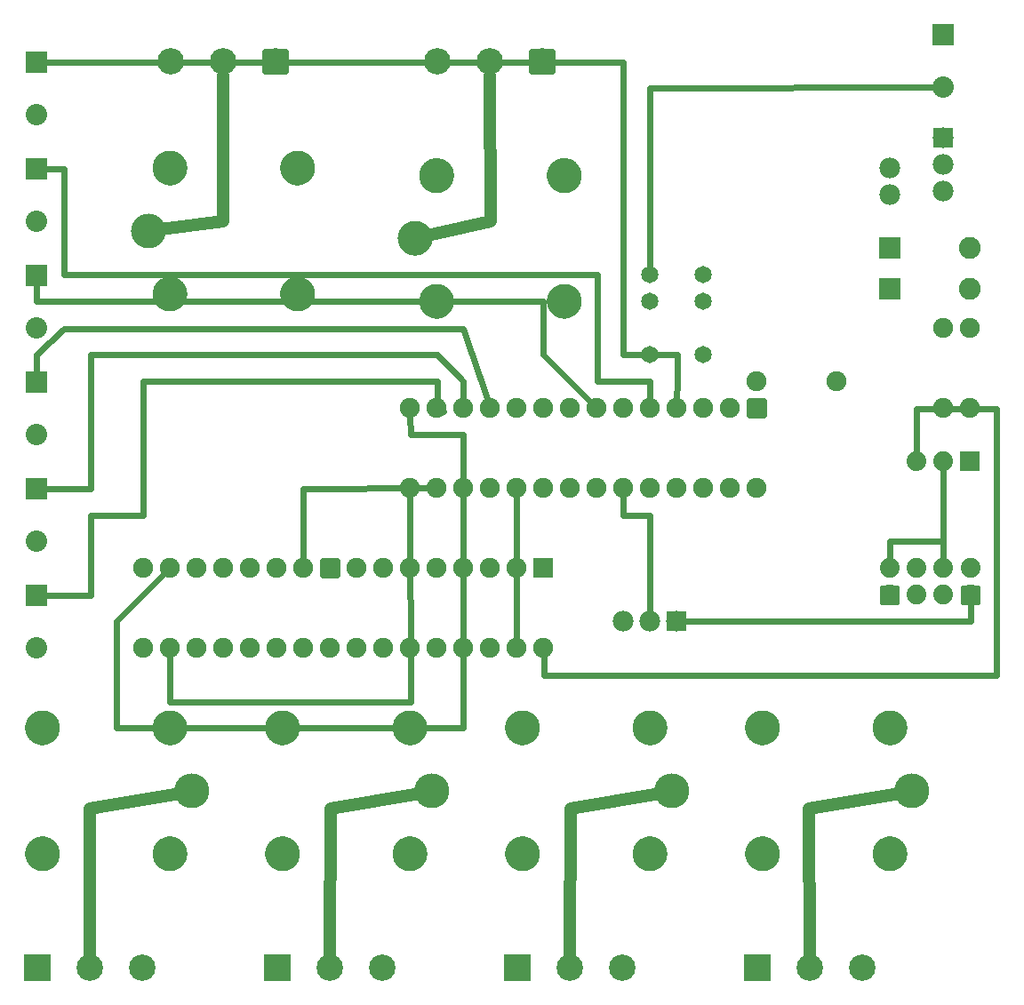
<source format=gbl>
G04 MADE WITH FRITZING*
G04 WWW.FRITZING.ORG*
G04 DOUBLE SIDED*
G04 HOLES PLATED*
G04 CONTOUR ON CENTER OF CONTOUR VECTOR*
%ASAXBY*%
%FSLAX23Y23*%
%MOIN*%
%OFA0B0*%
%SFA1.0B1.0*%
%ADD10C,0.080000*%
%ADD11C,0.075000*%
%ADD12C,0.074472*%
%ADD13C,0.129921*%
%ADD14C,0.099055*%
%ADD15C,0.074000*%
%ADD16C,0.082000*%
%ADD17C,0.078000*%
%ADD18C,0.065000*%
%ADD19R,0.080000X0.080000*%
%ADD20R,0.075000X0.075000*%
%ADD21R,0.099055X0.099055*%
%ADD22R,0.082000X0.082000*%
%ADD23R,0.078000X0.078000*%
%ADD24C,0.024000*%
%ADD25C,0.048000*%
%ADD26C,0.020000*%
%ADD27C,0.017108*%
%ADD28R,0.001000X0.001000*%
%LNCOPPER0*%
G90*
G70*
G54D10*
X250Y2102D03*
X250Y1905D03*
X250Y2502D03*
X250Y2305D03*
X250Y2902D03*
X250Y2705D03*
X250Y3302D03*
X250Y3105D03*
X250Y3702D03*
X250Y3505D03*
X250Y1702D03*
X250Y1505D03*
G54D11*
X2950Y2405D03*
X2950Y2105D03*
X2850Y2405D03*
X2850Y2105D03*
X2750Y2405D03*
X2750Y2105D03*
X2650Y2405D03*
X2650Y2105D03*
X2550Y2405D03*
X2550Y2105D03*
X2450Y2405D03*
X2450Y2105D03*
X2350Y2405D03*
X2350Y2105D03*
X2250Y2405D03*
X2250Y2105D03*
X2150Y2405D03*
X2150Y2105D03*
X2050Y2405D03*
X2050Y2105D03*
X1950Y2405D03*
X1950Y2105D03*
X1850Y2405D03*
X1850Y2105D03*
X1750Y2405D03*
X1750Y2105D03*
X1650Y2405D03*
X1650Y2105D03*
X2150Y1805D03*
X2150Y1505D03*
X2050Y1805D03*
X2050Y1505D03*
X1950Y1805D03*
X1950Y1505D03*
X1850Y1805D03*
X1850Y1505D03*
X1750Y1805D03*
X1750Y1505D03*
X1650Y1805D03*
X1650Y1505D03*
X1550Y1805D03*
X1550Y1505D03*
X1450Y1805D03*
X1450Y1505D03*
X1350Y1805D03*
X1350Y1505D03*
X1250Y1805D03*
X1250Y1505D03*
X1150Y1805D03*
X1150Y1505D03*
X1050Y1805D03*
X1050Y1505D03*
X950Y1805D03*
X950Y1505D03*
X850Y1805D03*
X850Y1505D03*
X750Y1805D03*
X750Y1505D03*
X650Y1805D03*
X650Y1505D03*
G54D12*
X3751Y1705D03*
X3751Y1805D03*
X3650Y1705D03*
X3650Y1805D03*
X3549Y1705D03*
X3549Y1805D03*
X3449Y1705D03*
X3449Y1805D03*
G54D13*
X1669Y3041D03*
X1750Y2805D03*
X2228Y2805D03*
X1750Y3277D03*
X2228Y3277D03*
X669Y3069D03*
X750Y2832D03*
X1228Y2832D03*
X750Y3305D03*
X1228Y3305D03*
X3531Y969D03*
X3450Y1205D03*
X2972Y1205D03*
X3450Y732D03*
X2972Y732D03*
X2631Y969D03*
X2550Y1205D03*
X2072Y1205D03*
X2550Y732D03*
X2072Y732D03*
X831Y969D03*
X750Y1205D03*
X272Y1205D03*
X750Y732D03*
X272Y732D03*
X1731Y969D03*
X1650Y1205D03*
X1172Y1205D03*
X1650Y732D03*
X1172Y732D03*
G54D14*
X2953Y305D03*
X3150Y305D03*
X3347Y305D03*
X2147Y3705D03*
X1950Y3705D03*
X1753Y3705D03*
X1153Y305D03*
X1350Y305D03*
X1547Y305D03*
X253Y305D03*
X450Y305D03*
X647Y305D03*
X1147Y3705D03*
X950Y3705D03*
X753Y3705D03*
X2053Y305D03*
X2250Y305D03*
X2447Y305D03*
G54D10*
X3650Y3805D03*
X3650Y3608D03*
G54D15*
X3750Y2205D03*
X3650Y2205D03*
X3550Y2205D03*
G54D11*
X3750Y2705D03*
X3750Y2405D03*
X3650Y2705D03*
X3650Y2405D03*
G54D16*
X3450Y2853D03*
X3748Y2853D03*
X3450Y3005D03*
X3748Y3005D03*
G54D17*
X3650Y3420D03*
X3650Y3320D03*
X3650Y3220D03*
X3450Y3305D03*
X3450Y3205D03*
G54D18*
X2550Y2605D03*
X2750Y2605D03*
X2750Y2905D03*
X2750Y2805D03*
X2550Y2905D03*
X2550Y2805D03*
G54D11*
X3250Y2505D03*
X2950Y2505D03*
G54D17*
X2650Y1605D03*
X2550Y1605D03*
X2450Y1605D03*
G54D19*
X250Y2102D03*
X250Y2502D03*
X250Y2902D03*
X250Y3302D03*
X250Y3702D03*
X250Y1702D03*
G54D20*
X2150Y1805D03*
G54D21*
X2953Y305D03*
X1153Y305D03*
X253Y305D03*
X2053Y305D03*
G54D19*
X3650Y3805D03*
G54D22*
X3449Y2853D03*
X3449Y3005D03*
G54D23*
X3650Y3420D03*
X2650Y1605D03*
G54D24*
X3650Y1905D02*
X3650Y2174D01*
D02*
X3650Y1905D02*
X3650Y1836D01*
D02*
X3449Y1905D02*
X3650Y1905D01*
D02*
X3449Y1836D02*
X3449Y1905D01*
D02*
X3619Y3608D02*
X2550Y3605D01*
D02*
X2550Y3605D02*
X2550Y2930D01*
D02*
X3848Y1403D02*
X3848Y2404D01*
D02*
X3848Y2404D02*
X3548Y2404D01*
D02*
X2152Y1403D02*
X3848Y1403D01*
D02*
X3548Y2404D02*
X3550Y2236D01*
D02*
X2151Y1476D02*
X2152Y1403D01*
G54D25*
D02*
X3147Y902D02*
X3484Y960D01*
D02*
X3150Y357D02*
X3147Y902D01*
D02*
X2252Y902D02*
X2584Y960D01*
D02*
X2250Y357D02*
X2252Y902D01*
D02*
X1351Y902D02*
X1684Y960D01*
D02*
X1350Y357D02*
X1351Y902D01*
D02*
X449Y902D02*
X784Y960D01*
D02*
X450Y357D02*
X449Y902D01*
D02*
X950Y3653D02*
X950Y3105D01*
D02*
X950Y3105D02*
X717Y3075D01*
D02*
X1950Y3653D02*
X1952Y3105D01*
D02*
X1952Y3105D02*
X1716Y3052D01*
G54D24*
D02*
X2050Y1533D02*
X2050Y2076D01*
D02*
X1651Y1303D02*
X1650Y2076D01*
D02*
X750Y1303D02*
X1651Y1303D01*
D02*
X750Y1476D02*
X750Y1303D01*
D02*
X1250Y2104D02*
X1721Y2105D01*
D02*
X1250Y1833D02*
X1250Y2104D01*
D02*
X1849Y2206D02*
X1849Y2307D01*
D02*
X1651Y2307D02*
X1650Y2376D01*
D02*
X1849Y2307D02*
X1651Y2307D01*
D02*
X1849Y1307D02*
X1849Y2206D01*
D02*
X1849Y1206D02*
X1849Y1307D01*
D02*
X549Y1206D02*
X1849Y1206D01*
D02*
X549Y1505D02*
X549Y1206D01*
D02*
X549Y1607D02*
X549Y1505D01*
D02*
X730Y1785D02*
X549Y1607D01*
D02*
X2651Y2607D02*
X2651Y2505D01*
D02*
X2651Y2505D02*
X2650Y2433D01*
D02*
X2448Y2607D02*
X2651Y2607D01*
D02*
X2448Y3703D02*
X2448Y2607D01*
D02*
X281Y3702D02*
X2448Y3703D01*
D02*
X2351Y2906D02*
X2351Y2505D01*
D02*
X2351Y2505D02*
X2549Y2505D01*
D02*
X1950Y2906D02*
X2351Y2906D01*
D02*
X2549Y2505D02*
X2550Y2433D01*
D02*
X351Y2906D02*
X1950Y2906D01*
D02*
X351Y3302D02*
X351Y2906D01*
D02*
X281Y3302D02*
X351Y3302D01*
D02*
X1351Y2505D02*
X1752Y2505D01*
D02*
X1752Y2505D02*
X1752Y2404D01*
D02*
X1752Y2404D02*
X1776Y2392D01*
D02*
X650Y2505D02*
X1351Y2505D01*
D02*
X650Y2003D02*
X650Y2307D01*
D02*
X650Y2307D02*
X650Y2505D01*
D02*
X452Y2003D02*
X650Y2003D01*
D02*
X452Y1703D02*
X452Y2003D01*
D02*
X281Y1702D02*
X452Y1703D01*
D02*
X249Y2805D02*
X2148Y2805D01*
D02*
X2148Y2607D02*
X2330Y2425D01*
D02*
X2148Y2805D02*
X2148Y2607D01*
D02*
X250Y2871D02*
X249Y2805D01*
D02*
X351Y2703D02*
X1849Y2703D01*
D02*
X249Y2607D02*
X351Y2703D01*
D02*
X1849Y2703D02*
X1941Y2432D01*
D02*
X250Y2533D02*
X249Y2607D01*
D02*
X1351Y2607D02*
X1752Y2607D01*
D02*
X1752Y2607D02*
X1849Y2505D01*
D02*
X1849Y2505D02*
X1850Y2433D01*
D02*
X752Y2607D02*
X950Y2607D01*
D02*
X452Y2404D02*
X452Y2607D01*
D02*
X950Y2607D02*
X1351Y2607D01*
D02*
X281Y2102D02*
X452Y2104D01*
D02*
X452Y2104D02*
X452Y2404D01*
D02*
X452Y2607D02*
X752Y2607D01*
D02*
X2550Y1635D02*
X2549Y2003D01*
D02*
X2549Y2003D02*
X2448Y2003D01*
D02*
X2448Y2003D02*
X2449Y2076D01*
D02*
X3752Y1607D02*
X2680Y1605D01*
D02*
X3751Y1674D02*
X3752Y1607D01*
G54D26*
X2978Y2377D02*
X2923Y2377D01*
X2923Y2432D01*
X2978Y2432D01*
X2978Y2377D01*
D02*
X1378Y1777D02*
X1323Y1777D01*
X1323Y1832D01*
X1378Y1832D01*
X1378Y1777D01*
D02*
G54D27*
X3722Y1676D02*
X3722Y1733D01*
X3779Y1733D01*
X3779Y1676D01*
X3722Y1676D01*
D02*
X3420Y1676D02*
X3420Y1733D01*
X3477Y1733D01*
X3477Y1676D01*
X3420Y1676D01*
D02*
G54D26*
X2186Y3665D02*
X2107Y3665D01*
X2107Y3744D01*
X2186Y3744D01*
X2186Y3665D01*
D02*
X1186Y3665D02*
X1107Y3665D01*
X1107Y3744D01*
X1186Y3744D01*
X1186Y3665D01*
D02*
G54D28*
X745Y3370D02*
X754Y3370D01*
X1223Y3370D02*
X1233Y3370D01*
X738Y3369D02*
X761Y3369D01*
X1216Y3369D02*
X1240Y3369D01*
X733Y3368D02*
X766Y3368D01*
X1212Y3368D02*
X1244Y3368D01*
X730Y3367D02*
X769Y3367D01*
X1208Y3367D02*
X1248Y3367D01*
X727Y3366D02*
X772Y3366D01*
X1205Y3366D02*
X1250Y3366D01*
X724Y3365D02*
X775Y3365D01*
X1203Y3365D02*
X1253Y3365D01*
X722Y3364D02*
X777Y3364D01*
X1201Y3364D02*
X1255Y3364D01*
X720Y3363D02*
X779Y3363D01*
X1199Y3363D02*
X1257Y3363D01*
X718Y3362D02*
X781Y3362D01*
X1197Y3362D02*
X1259Y3362D01*
X717Y3361D02*
X782Y3361D01*
X1195Y3361D02*
X1261Y3361D01*
X715Y3360D02*
X784Y3360D01*
X1193Y3360D02*
X1262Y3360D01*
X714Y3359D02*
X785Y3359D01*
X1192Y3359D02*
X1264Y3359D01*
X712Y3358D02*
X787Y3358D01*
X1191Y3358D02*
X1265Y3358D01*
X711Y3357D02*
X788Y3357D01*
X1189Y3357D02*
X1266Y3357D01*
X710Y3356D02*
X789Y3356D01*
X1188Y3356D02*
X1268Y3356D01*
X708Y3355D02*
X791Y3355D01*
X1187Y3355D02*
X1269Y3355D01*
X707Y3354D02*
X792Y3354D01*
X1185Y3354D02*
X1270Y3354D01*
X706Y3353D02*
X793Y3353D01*
X1184Y3353D02*
X1271Y3353D01*
X705Y3352D02*
X794Y3352D01*
X1183Y3352D02*
X1272Y3352D01*
X704Y3351D02*
X795Y3351D01*
X1182Y3351D02*
X1274Y3351D01*
X703Y3350D02*
X796Y3350D01*
X1181Y3350D02*
X1274Y3350D01*
X702Y3349D02*
X797Y3349D01*
X1180Y3349D02*
X1275Y3349D01*
X701Y3348D02*
X798Y3348D01*
X1179Y3348D02*
X1276Y3348D01*
X700Y3347D02*
X799Y3347D01*
X1179Y3347D02*
X1277Y3347D01*
X699Y3346D02*
X800Y3346D01*
X1178Y3346D02*
X1278Y3346D01*
X699Y3345D02*
X800Y3345D01*
X1177Y3345D02*
X1279Y3345D01*
X698Y3344D02*
X801Y3344D01*
X1176Y3344D02*
X1279Y3344D01*
X697Y3343D02*
X802Y3343D01*
X1176Y3343D02*
X1280Y3343D01*
X696Y3342D02*
X803Y3342D01*
X1175Y3342D02*
X1281Y3342D01*
X1741Y3342D02*
X1758Y3342D01*
X2220Y3342D02*
X2236Y3342D01*
X696Y3341D02*
X803Y3341D01*
X1174Y3341D02*
X1282Y3341D01*
X1736Y3341D02*
X1763Y3341D01*
X2214Y3341D02*
X2242Y3341D01*
X695Y3340D02*
X804Y3340D01*
X1174Y3340D02*
X1282Y3340D01*
X1732Y3340D02*
X1767Y3340D01*
X2210Y3340D02*
X2246Y3340D01*
X695Y3339D02*
X804Y3339D01*
X1173Y3339D02*
X1283Y3339D01*
X1729Y3339D02*
X1770Y3339D01*
X2207Y3339D02*
X2249Y3339D01*
X694Y3338D02*
X805Y3338D01*
X1172Y3338D02*
X1283Y3338D01*
X1726Y3338D02*
X1773Y3338D01*
X2204Y3338D02*
X2252Y3338D01*
X693Y3337D02*
X806Y3337D01*
X1172Y3337D02*
X1284Y3337D01*
X1723Y3337D02*
X1776Y3337D01*
X2202Y3337D02*
X2254Y3337D01*
X693Y3336D02*
X806Y3336D01*
X1171Y3336D02*
X1285Y3336D01*
X1721Y3336D02*
X1778Y3336D01*
X2200Y3336D02*
X2256Y3336D01*
X692Y3335D02*
X807Y3335D01*
X1171Y3335D02*
X1285Y3335D01*
X1719Y3335D02*
X1780Y3335D01*
X2198Y3335D02*
X2258Y3335D01*
X692Y3334D02*
X807Y3334D01*
X1170Y3334D02*
X1286Y3334D01*
X1718Y3334D02*
X1781Y3334D01*
X2196Y3334D02*
X2260Y3334D01*
X691Y3333D02*
X808Y3333D01*
X1170Y3333D02*
X1286Y3333D01*
X1716Y3333D02*
X1783Y3333D01*
X2194Y3333D02*
X2261Y3333D01*
X691Y3332D02*
X808Y3332D01*
X1169Y3332D02*
X1287Y3332D01*
X1714Y3332D02*
X1785Y3332D01*
X2193Y3332D02*
X2263Y3332D01*
X690Y3331D02*
X809Y3331D01*
X1169Y3331D02*
X1287Y3331D01*
X1713Y3331D02*
X1786Y3331D01*
X2191Y3331D02*
X2264Y3331D01*
X690Y3330D02*
X742Y3330D01*
X757Y3330D02*
X809Y3330D01*
X1168Y3330D02*
X1220Y3330D01*
X1235Y3330D02*
X1287Y3330D01*
X1712Y3330D02*
X1787Y3330D01*
X2190Y3330D02*
X2266Y3330D01*
X690Y3329D02*
X739Y3329D01*
X760Y3329D02*
X809Y3329D01*
X1168Y3329D02*
X1218Y3329D01*
X1238Y3329D02*
X1288Y3329D01*
X1710Y3329D02*
X1789Y3329D01*
X2189Y3329D02*
X2267Y3329D01*
X689Y3328D02*
X737Y3328D01*
X762Y3328D02*
X810Y3328D01*
X1168Y3328D02*
X1216Y3328D01*
X1240Y3328D02*
X1288Y3328D01*
X1709Y3328D02*
X1790Y3328D01*
X2187Y3328D02*
X2268Y3328D01*
X689Y3327D02*
X735Y3327D01*
X764Y3327D02*
X810Y3327D01*
X1167Y3327D02*
X1214Y3327D01*
X1242Y3327D02*
X1288Y3327D01*
X1708Y3327D02*
X1791Y3327D01*
X2186Y3327D02*
X2270Y3327D01*
X689Y3326D02*
X734Y3326D01*
X765Y3326D02*
X810Y3326D01*
X1167Y3326D02*
X1212Y3326D01*
X1243Y3326D02*
X1289Y3326D01*
X1707Y3326D02*
X1792Y3326D01*
X2185Y3326D02*
X2271Y3326D01*
X688Y3325D02*
X733Y3325D01*
X766Y3325D02*
X811Y3325D01*
X1166Y3325D02*
X1211Y3325D01*
X1245Y3325D02*
X1289Y3325D01*
X1705Y3325D02*
X1794Y3325D01*
X2184Y3325D02*
X2272Y3325D01*
X688Y3324D02*
X732Y3324D01*
X767Y3324D02*
X811Y3324D01*
X1166Y3324D02*
X1210Y3324D01*
X1246Y3324D02*
X1289Y3324D01*
X1704Y3324D02*
X1795Y3324D01*
X2183Y3324D02*
X2273Y3324D01*
X688Y3323D02*
X731Y3323D01*
X768Y3323D02*
X811Y3323D01*
X1166Y3323D02*
X1209Y3323D01*
X1247Y3323D02*
X1290Y3323D01*
X1703Y3323D02*
X1796Y3323D01*
X2182Y3323D02*
X2274Y3323D01*
X687Y3322D02*
X730Y3322D01*
X769Y3322D02*
X812Y3322D01*
X1166Y3322D02*
X1208Y3322D01*
X1248Y3322D02*
X1290Y3322D01*
X1703Y3322D02*
X1796Y3322D01*
X2181Y3322D02*
X2275Y3322D01*
X687Y3321D02*
X729Y3321D01*
X770Y3321D02*
X812Y3321D01*
X1165Y3321D02*
X1207Y3321D01*
X1249Y3321D02*
X1290Y3321D01*
X1702Y3321D02*
X1797Y3321D01*
X2180Y3321D02*
X2276Y3321D01*
X687Y3320D02*
X728Y3320D01*
X771Y3320D02*
X812Y3320D01*
X1165Y3320D02*
X1206Y3320D01*
X1249Y3320D02*
X1290Y3320D01*
X1701Y3320D02*
X1798Y3320D01*
X2179Y3320D02*
X2277Y3320D01*
X687Y3319D02*
X727Y3319D01*
X772Y3319D02*
X812Y3319D01*
X1165Y3319D02*
X1206Y3319D01*
X1250Y3319D02*
X1291Y3319D01*
X1700Y3319D02*
X1799Y3319D01*
X2178Y3319D02*
X2277Y3319D01*
X686Y3318D02*
X727Y3318D01*
X772Y3318D02*
X813Y3318D01*
X1165Y3318D02*
X1205Y3318D01*
X1251Y3318D02*
X1291Y3318D01*
X1699Y3318D02*
X1800Y3318D01*
X2177Y3318D02*
X2278Y3318D01*
X686Y3317D02*
X726Y3317D01*
X773Y3317D02*
X813Y3317D01*
X1165Y3317D02*
X1205Y3317D01*
X1251Y3317D02*
X1291Y3317D01*
X1698Y3317D02*
X1801Y3317D01*
X2177Y3317D02*
X2279Y3317D01*
X686Y3316D02*
X726Y3316D01*
X773Y3316D02*
X813Y3316D01*
X1164Y3316D02*
X1204Y3316D01*
X1252Y3316D02*
X1291Y3316D01*
X1698Y3316D02*
X1801Y3316D01*
X2176Y3316D02*
X2280Y3316D01*
X686Y3315D02*
X725Y3315D01*
X774Y3315D02*
X813Y3315D01*
X1164Y3315D02*
X1204Y3315D01*
X1252Y3315D02*
X1291Y3315D01*
X1697Y3315D02*
X1802Y3315D01*
X2175Y3315D02*
X2280Y3315D01*
X686Y3314D02*
X725Y3314D01*
X774Y3314D02*
X813Y3314D01*
X1164Y3314D02*
X1203Y3314D01*
X1252Y3314D02*
X1292Y3314D01*
X1696Y3314D02*
X1803Y3314D01*
X2175Y3314D02*
X2281Y3314D01*
X686Y3313D02*
X725Y3313D01*
X774Y3313D02*
X813Y3313D01*
X1164Y3313D02*
X1203Y3313D01*
X1253Y3313D02*
X1292Y3313D01*
X1696Y3313D02*
X1803Y3313D01*
X2174Y3313D02*
X2282Y3313D01*
X685Y3312D02*
X724Y3312D01*
X775Y3312D02*
X814Y3312D01*
X1164Y3312D02*
X1203Y3312D01*
X1253Y3312D02*
X1292Y3312D01*
X1695Y3312D02*
X1804Y3312D01*
X2173Y3312D02*
X2282Y3312D01*
X685Y3311D02*
X724Y3311D01*
X775Y3311D02*
X814Y3311D01*
X1164Y3311D02*
X1202Y3311D01*
X1253Y3311D02*
X1292Y3311D01*
X1694Y3311D02*
X1805Y3311D01*
X2173Y3311D02*
X2283Y3311D01*
X685Y3310D02*
X724Y3310D01*
X775Y3310D02*
X814Y3310D01*
X1164Y3310D02*
X1202Y3310D01*
X1254Y3310D02*
X1292Y3310D01*
X1694Y3310D02*
X1805Y3310D01*
X2172Y3310D02*
X2284Y3310D01*
X685Y3309D02*
X724Y3309D01*
X775Y3309D02*
X814Y3309D01*
X1164Y3309D02*
X1202Y3309D01*
X1254Y3309D02*
X1292Y3309D01*
X1693Y3309D02*
X1806Y3309D01*
X2171Y3309D02*
X2284Y3309D01*
X685Y3308D02*
X723Y3308D01*
X776Y3308D02*
X814Y3308D01*
X1164Y3308D02*
X1202Y3308D01*
X1254Y3308D02*
X1292Y3308D01*
X1693Y3308D02*
X1806Y3308D01*
X2171Y3308D02*
X2285Y3308D01*
X685Y3307D02*
X723Y3307D01*
X776Y3307D02*
X814Y3307D01*
X1163Y3307D02*
X1202Y3307D01*
X1254Y3307D02*
X1292Y3307D01*
X1692Y3307D02*
X1807Y3307D01*
X2170Y3307D02*
X2285Y3307D01*
X685Y3306D02*
X723Y3306D01*
X776Y3306D02*
X814Y3306D01*
X1163Y3306D02*
X1202Y3306D01*
X1254Y3306D02*
X1292Y3306D01*
X1692Y3306D02*
X1807Y3306D01*
X2170Y3306D02*
X2286Y3306D01*
X685Y3305D02*
X723Y3305D01*
X776Y3305D02*
X814Y3305D01*
X1163Y3305D02*
X1202Y3305D01*
X1254Y3305D02*
X1292Y3305D01*
X1691Y3305D02*
X1808Y3305D01*
X2169Y3305D02*
X2286Y3305D01*
X685Y3304D02*
X723Y3304D01*
X776Y3304D02*
X814Y3304D01*
X1163Y3304D02*
X1202Y3304D01*
X1254Y3304D02*
X1292Y3304D01*
X1691Y3304D02*
X1808Y3304D01*
X2169Y3304D02*
X2287Y3304D01*
X685Y3303D02*
X723Y3303D01*
X776Y3303D02*
X814Y3303D01*
X1164Y3303D02*
X1202Y3303D01*
X1254Y3303D02*
X1292Y3303D01*
X1690Y3303D02*
X1744Y3303D01*
X1755Y3303D02*
X1809Y3303D01*
X2168Y3303D02*
X2222Y3303D01*
X2233Y3303D02*
X2287Y3303D01*
X685Y3302D02*
X724Y3302D01*
X775Y3302D02*
X814Y3302D01*
X1164Y3302D02*
X1202Y3302D01*
X1254Y3302D02*
X1292Y3302D01*
X1690Y3302D02*
X1741Y3302D01*
X1758Y3302D02*
X1809Y3302D01*
X2168Y3302D02*
X2219Y3302D01*
X2237Y3302D02*
X2288Y3302D01*
X685Y3301D02*
X724Y3301D01*
X775Y3301D02*
X814Y3301D01*
X1164Y3301D02*
X1202Y3301D01*
X1254Y3301D02*
X1292Y3301D01*
X1689Y3301D02*
X1738Y3301D01*
X1761Y3301D02*
X1810Y3301D01*
X2168Y3301D02*
X2217Y3301D01*
X2239Y3301D02*
X2288Y3301D01*
X685Y3300D02*
X724Y3300D01*
X775Y3300D02*
X814Y3300D01*
X1164Y3300D02*
X1202Y3300D01*
X1253Y3300D02*
X1292Y3300D01*
X1689Y3300D02*
X1736Y3300D01*
X1763Y3300D02*
X1810Y3300D01*
X2167Y3300D02*
X2215Y3300D01*
X2241Y3300D02*
X2288Y3300D01*
X685Y3299D02*
X724Y3299D01*
X775Y3299D02*
X814Y3299D01*
X1164Y3299D02*
X1202Y3299D01*
X1253Y3299D02*
X1292Y3299D01*
X1689Y3299D02*
X1735Y3299D01*
X1764Y3299D02*
X1810Y3299D01*
X2167Y3299D02*
X2213Y3299D01*
X2243Y3299D02*
X2289Y3299D01*
X686Y3298D02*
X724Y3298D01*
X775Y3298D02*
X813Y3298D01*
X1164Y3298D02*
X1203Y3298D01*
X1253Y3298D02*
X1292Y3298D01*
X1688Y3298D02*
X1733Y3298D01*
X1766Y3298D02*
X1811Y3298D01*
X2167Y3298D02*
X2212Y3298D01*
X2244Y3298D02*
X2289Y3298D01*
X686Y3297D02*
X725Y3297D01*
X774Y3297D02*
X813Y3297D01*
X1164Y3297D02*
X1203Y3297D01*
X1253Y3297D02*
X1292Y3297D01*
X1688Y3297D02*
X1732Y3297D01*
X1767Y3297D02*
X1811Y3297D01*
X2166Y3297D02*
X2211Y3297D01*
X2245Y3297D02*
X2289Y3297D01*
X686Y3296D02*
X725Y3296D01*
X774Y3296D02*
X813Y3296D01*
X1164Y3296D02*
X1204Y3296D01*
X1252Y3296D02*
X1291Y3296D01*
X1688Y3296D02*
X1731Y3296D01*
X1768Y3296D02*
X1811Y3296D01*
X2166Y3296D02*
X2209Y3296D01*
X2246Y3296D02*
X2290Y3296D01*
X686Y3295D02*
X726Y3295D01*
X773Y3295D02*
X813Y3295D01*
X1164Y3295D02*
X1204Y3295D01*
X1252Y3295D02*
X1291Y3295D01*
X1688Y3295D02*
X1730Y3295D01*
X1769Y3295D02*
X1811Y3295D01*
X2166Y3295D02*
X2208Y3295D01*
X2247Y3295D02*
X2290Y3295D01*
X686Y3294D02*
X726Y3294D01*
X773Y3294D02*
X813Y3294D01*
X1165Y3294D02*
X1204Y3294D01*
X1251Y3294D02*
X1291Y3294D01*
X1687Y3294D02*
X1729Y3294D01*
X1770Y3294D02*
X1812Y3294D01*
X2166Y3294D02*
X2208Y3294D01*
X2248Y3294D02*
X2290Y3294D01*
X686Y3293D02*
X727Y3293D01*
X772Y3293D02*
X813Y3293D01*
X1165Y3293D02*
X1205Y3293D01*
X1251Y3293D02*
X1291Y3293D01*
X1687Y3293D02*
X1728Y3293D01*
X1771Y3293D02*
X1812Y3293D01*
X2165Y3293D02*
X2207Y3293D01*
X2249Y3293D02*
X2290Y3293D01*
X687Y3292D02*
X727Y3292D01*
X772Y3292D02*
X812Y3292D01*
X1165Y3292D02*
X1206Y3292D01*
X1250Y3292D02*
X1291Y3292D01*
X1687Y3292D02*
X1728Y3292D01*
X1771Y3292D02*
X1812Y3292D01*
X2165Y3292D02*
X2206Y3292D01*
X2250Y3292D02*
X2291Y3292D01*
X687Y3291D02*
X728Y3291D01*
X771Y3291D02*
X812Y3291D01*
X1165Y3291D02*
X1206Y3291D01*
X1250Y3291D02*
X1291Y3291D01*
X1687Y3291D02*
X1727Y3291D01*
X1772Y3291D02*
X1812Y3291D01*
X2165Y3291D02*
X2205Y3291D01*
X2250Y3291D02*
X2291Y3291D01*
X687Y3290D02*
X729Y3290D01*
X770Y3290D02*
X812Y3290D01*
X1165Y3290D02*
X1207Y3290D01*
X1249Y3290D02*
X1290Y3290D01*
X1686Y3290D02*
X1727Y3290D01*
X1772Y3290D02*
X1813Y3290D01*
X2165Y3290D02*
X2205Y3290D01*
X2251Y3290D02*
X2291Y3290D01*
X687Y3289D02*
X729Y3289D01*
X770Y3289D02*
X812Y3289D01*
X1166Y3289D02*
X1208Y3289D01*
X1248Y3289D02*
X1290Y3289D01*
X1686Y3289D02*
X1726Y3289D01*
X1773Y3289D02*
X1813Y3289D01*
X2165Y3289D02*
X2204Y3289D01*
X2251Y3289D02*
X2291Y3289D01*
X688Y3288D02*
X730Y3288D01*
X769Y3288D02*
X811Y3288D01*
X1166Y3288D02*
X1209Y3288D01*
X1247Y3288D02*
X1290Y3288D01*
X1686Y3288D02*
X1726Y3288D01*
X1773Y3288D02*
X1813Y3288D01*
X2164Y3288D02*
X2204Y3288D01*
X2252Y3288D02*
X2291Y3288D01*
X688Y3287D02*
X731Y3287D01*
X768Y3287D02*
X811Y3287D01*
X1166Y3287D02*
X1210Y3287D01*
X1246Y3287D02*
X1290Y3287D01*
X1686Y3287D02*
X1725Y3287D01*
X1774Y3287D02*
X1813Y3287D01*
X2164Y3287D02*
X2203Y3287D01*
X2252Y3287D02*
X2291Y3287D01*
X688Y3286D02*
X732Y3286D01*
X767Y3286D02*
X811Y3286D01*
X1166Y3286D02*
X1211Y3286D01*
X1245Y3286D02*
X1289Y3286D01*
X1686Y3286D02*
X1725Y3286D01*
X1774Y3286D02*
X1813Y3286D01*
X2164Y3286D02*
X2203Y3286D01*
X2253Y3286D02*
X2292Y3286D01*
X688Y3285D02*
X734Y3285D01*
X765Y3285D02*
X811Y3285D01*
X1167Y3285D02*
X1212Y3285D01*
X1244Y3285D02*
X1289Y3285D01*
X1686Y3285D02*
X1724Y3285D01*
X1775Y3285D02*
X1813Y3285D01*
X2164Y3285D02*
X2203Y3285D01*
X2253Y3285D02*
X2292Y3285D01*
X689Y3284D02*
X735Y3284D01*
X764Y3284D02*
X810Y3284D01*
X1167Y3284D02*
X1213Y3284D01*
X1243Y3284D02*
X1289Y3284D01*
X1685Y3284D02*
X1724Y3284D01*
X1775Y3284D02*
X1814Y3284D01*
X2164Y3284D02*
X2202Y3284D01*
X2253Y3284D02*
X2292Y3284D01*
X689Y3283D02*
X737Y3283D01*
X762Y3283D02*
X810Y3283D01*
X1167Y3283D02*
X1215Y3283D01*
X1241Y3283D02*
X1288Y3283D01*
X1685Y3283D02*
X1724Y3283D01*
X1775Y3283D02*
X1814Y3283D01*
X2164Y3283D02*
X2202Y3283D01*
X2254Y3283D02*
X2292Y3283D01*
X689Y3282D02*
X739Y3282D01*
X760Y3282D02*
X810Y3282D01*
X1168Y3282D02*
X1217Y3282D01*
X1239Y3282D02*
X1288Y3282D01*
X1685Y3282D02*
X1724Y3282D01*
X1775Y3282D02*
X1814Y3282D01*
X2164Y3282D02*
X2202Y3282D01*
X2254Y3282D02*
X2292Y3282D01*
X690Y3281D02*
X741Y3281D01*
X758Y3281D02*
X809Y3281D01*
X1168Y3281D02*
X1219Y3281D01*
X1236Y3281D02*
X1288Y3281D01*
X1685Y3281D02*
X1724Y3281D01*
X1775Y3281D02*
X1814Y3281D01*
X2164Y3281D02*
X2202Y3281D01*
X2254Y3281D02*
X2292Y3281D01*
X690Y3280D02*
X745Y3280D01*
X754Y3280D02*
X809Y3280D01*
X1169Y3280D02*
X1223Y3280D01*
X1232Y3280D02*
X1287Y3280D01*
X1685Y3280D02*
X1723Y3280D01*
X1776Y3280D02*
X1814Y3280D01*
X2164Y3280D02*
X2202Y3280D01*
X2254Y3280D02*
X2292Y3280D01*
X691Y3279D02*
X808Y3279D01*
X1169Y3279D02*
X1287Y3279D01*
X1685Y3279D02*
X1723Y3279D01*
X1776Y3279D02*
X1814Y3279D01*
X2163Y3279D02*
X2202Y3279D01*
X2254Y3279D02*
X2292Y3279D01*
X691Y3278D02*
X808Y3278D01*
X1170Y3278D02*
X1286Y3278D01*
X1685Y3278D02*
X1723Y3278D01*
X1776Y3278D02*
X1814Y3278D01*
X2163Y3278D02*
X2202Y3278D01*
X2254Y3278D02*
X2292Y3278D01*
X692Y3277D02*
X807Y3277D01*
X1170Y3277D02*
X1286Y3277D01*
X1685Y3277D02*
X1723Y3277D01*
X1776Y3277D02*
X1814Y3277D01*
X2163Y3277D02*
X2202Y3277D01*
X2254Y3277D02*
X2292Y3277D01*
X692Y3276D02*
X807Y3276D01*
X1170Y3276D02*
X1285Y3276D01*
X1685Y3276D02*
X1723Y3276D01*
X1776Y3276D02*
X1814Y3276D01*
X2163Y3276D02*
X2202Y3276D01*
X2254Y3276D02*
X2292Y3276D01*
X693Y3275D02*
X806Y3275D01*
X1171Y3275D02*
X1285Y3275D01*
X1685Y3275D02*
X1724Y3275D01*
X1775Y3275D02*
X1814Y3275D01*
X2164Y3275D02*
X2202Y3275D01*
X2254Y3275D02*
X2292Y3275D01*
X693Y3274D02*
X806Y3274D01*
X1172Y3274D02*
X1284Y3274D01*
X1685Y3274D02*
X1724Y3274D01*
X1775Y3274D02*
X1814Y3274D01*
X2164Y3274D02*
X2202Y3274D01*
X2254Y3274D02*
X2292Y3274D01*
X694Y3273D02*
X805Y3273D01*
X1172Y3273D02*
X1284Y3273D01*
X1685Y3273D02*
X1724Y3273D01*
X1775Y3273D02*
X1814Y3273D01*
X2164Y3273D02*
X2202Y3273D01*
X2254Y3273D02*
X2292Y3273D01*
X694Y3272D02*
X805Y3272D01*
X1173Y3272D02*
X1283Y3272D01*
X1685Y3272D02*
X1724Y3272D01*
X1775Y3272D02*
X1814Y3272D01*
X2164Y3272D02*
X2202Y3272D01*
X2253Y3272D02*
X2292Y3272D01*
X695Y3271D02*
X804Y3271D01*
X1173Y3271D02*
X1282Y3271D01*
X1685Y3271D02*
X1724Y3271D01*
X1775Y3271D02*
X1814Y3271D01*
X2164Y3271D02*
X2203Y3271D01*
X2253Y3271D02*
X2292Y3271D01*
X696Y3270D02*
X803Y3270D01*
X1174Y3270D02*
X1282Y3270D01*
X1686Y3270D02*
X1725Y3270D01*
X1774Y3270D02*
X1813Y3270D01*
X2164Y3270D02*
X2203Y3270D01*
X2253Y3270D02*
X2292Y3270D01*
X696Y3269D02*
X803Y3269D01*
X1175Y3269D02*
X1281Y3269D01*
X1686Y3269D02*
X1725Y3269D01*
X1774Y3269D02*
X1813Y3269D01*
X2164Y3269D02*
X2203Y3269D01*
X2252Y3269D02*
X2292Y3269D01*
X697Y3268D02*
X802Y3268D01*
X1175Y3268D02*
X1280Y3268D01*
X1686Y3268D02*
X1725Y3268D01*
X1774Y3268D02*
X1813Y3268D01*
X2164Y3268D02*
X2204Y3268D01*
X2252Y3268D02*
X2291Y3268D01*
X698Y3267D02*
X801Y3267D01*
X1176Y3267D02*
X1280Y3267D01*
X1686Y3267D02*
X1726Y3267D01*
X1773Y3267D02*
X1813Y3267D01*
X2164Y3267D02*
X2204Y3267D01*
X2252Y3267D02*
X2291Y3267D01*
X698Y3266D02*
X800Y3266D01*
X1177Y3266D02*
X1279Y3266D01*
X1686Y3266D02*
X1726Y3266D01*
X1773Y3266D02*
X1813Y3266D01*
X2165Y3266D02*
X2205Y3266D01*
X2251Y3266D02*
X2291Y3266D01*
X699Y3265D02*
X800Y3265D01*
X1178Y3265D02*
X1278Y3265D01*
X1686Y3265D02*
X1727Y3265D01*
X1772Y3265D02*
X1813Y3265D01*
X2165Y3265D02*
X2205Y3265D01*
X2250Y3265D02*
X2291Y3265D01*
X700Y3264D02*
X799Y3264D01*
X1178Y3264D02*
X1277Y3264D01*
X1687Y3264D02*
X1727Y3264D01*
X1772Y3264D02*
X1812Y3264D01*
X2165Y3264D02*
X2206Y3264D01*
X2250Y3264D02*
X2291Y3264D01*
X701Y3263D02*
X798Y3263D01*
X1179Y3263D02*
X1276Y3263D01*
X1687Y3263D02*
X1728Y3263D01*
X1771Y3263D02*
X1812Y3263D01*
X2165Y3263D02*
X2206Y3263D01*
X2249Y3263D02*
X2290Y3263D01*
X702Y3262D02*
X797Y3262D01*
X1180Y3262D02*
X1276Y3262D01*
X1687Y3262D02*
X1729Y3262D01*
X1770Y3262D02*
X1812Y3262D01*
X2166Y3262D02*
X2207Y3262D01*
X2248Y3262D02*
X2290Y3262D01*
X703Y3261D02*
X796Y3261D01*
X1181Y3261D02*
X1275Y3261D01*
X1687Y3261D02*
X1730Y3261D01*
X1769Y3261D02*
X1812Y3261D01*
X2166Y3261D02*
X2208Y3261D01*
X2248Y3261D02*
X2290Y3261D01*
X704Y3260D02*
X795Y3260D01*
X1182Y3260D02*
X1274Y3260D01*
X1688Y3260D02*
X1731Y3260D01*
X1768Y3260D02*
X1811Y3260D01*
X2166Y3260D02*
X2209Y3260D01*
X2247Y3260D02*
X2290Y3260D01*
X705Y3259D02*
X794Y3259D01*
X1183Y3259D02*
X1273Y3259D01*
X1688Y3259D02*
X1732Y3259D01*
X1767Y3259D02*
X1811Y3259D01*
X2166Y3259D02*
X2210Y3259D01*
X2246Y3259D02*
X2289Y3259D01*
X706Y3258D02*
X793Y3258D01*
X1184Y3258D02*
X1272Y3258D01*
X1688Y3258D02*
X1733Y3258D01*
X1766Y3258D02*
X1811Y3258D01*
X2167Y3258D02*
X2211Y3258D01*
X2244Y3258D02*
X2289Y3258D01*
X707Y3257D02*
X792Y3257D01*
X1185Y3257D02*
X1271Y3257D01*
X1689Y3257D02*
X1734Y3257D01*
X1765Y3257D02*
X1810Y3257D01*
X2167Y3257D02*
X2212Y3257D01*
X2243Y3257D02*
X2289Y3257D01*
X708Y3256D02*
X791Y3256D01*
X1186Y3256D02*
X1269Y3256D01*
X1689Y3256D02*
X1736Y3256D01*
X1763Y3256D02*
X1810Y3256D01*
X2167Y3256D02*
X2214Y3256D01*
X2242Y3256D02*
X2288Y3256D01*
X709Y3255D02*
X790Y3255D01*
X1187Y3255D02*
X1268Y3255D01*
X1689Y3255D02*
X1737Y3255D01*
X1762Y3255D02*
X1810Y3255D01*
X2168Y3255D02*
X2216Y3255D01*
X2240Y3255D02*
X2288Y3255D01*
X710Y3254D02*
X789Y3254D01*
X1189Y3254D02*
X1267Y3254D01*
X1690Y3254D02*
X1740Y3254D01*
X1759Y3254D02*
X1809Y3254D01*
X2168Y3254D02*
X2218Y3254D01*
X2238Y3254D02*
X2288Y3254D01*
X712Y3253D02*
X787Y3253D01*
X1190Y3253D02*
X1266Y3253D01*
X1690Y3253D02*
X1742Y3253D01*
X1757Y3253D02*
X1809Y3253D01*
X2168Y3253D02*
X2221Y3253D01*
X2235Y3253D02*
X2287Y3253D01*
X713Y3252D02*
X786Y3252D01*
X1192Y3252D02*
X1264Y3252D01*
X1690Y3252D02*
X1809Y3252D01*
X2169Y3252D02*
X2287Y3252D01*
X715Y3251D02*
X784Y3251D01*
X1193Y3251D02*
X1263Y3251D01*
X1691Y3251D02*
X1808Y3251D01*
X2169Y3251D02*
X2286Y3251D01*
X716Y3250D02*
X783Y3250D01*
X1195Y3250D02*
X1261Y3250D01*
X1691Y3250D02*
X1808Y3250D01*
X2170Y3250D02*
X2286Y3250D01*
X718Y3249D02*
X781Y3249D01*
X1196Y3249D02*
X1259Y3249D01*
X1692Y3249D02*
X1807Y3249D01*
X2170Y3249D02*
X2285Y3249D01*
X720Y3248D02*
X779Y3248D01*
X1198Y3248D02*
X1258Y3248D01*
X1692Y3248D02*
X1807Y3248D01*
X2171Y3248D02*
X2285Y3248D01*
X722Y3247D02*
X777Y3247D01*
X1200Y3247D02*
X1256Y3247D01*
X1693Y3247D02*
X1806Y3247D01*
X2171Y3247D02*
X2284Y3247D01*
X724Y3246D02*
X775Y3246D01*
X1202Y3246D02*
X1254Y3246D01*
X1693Y3246D02*
X1806Y3246D01*
X2172Y3246D02*
X2284Y3246D01*
X726Y3245D02*
X773Y3245D01*
X1204Y3245D02*
X1251Y3245D01*
X1694Y3245D02*
X1805Y3245D01*
X2172Y3245D02*
X2283Y3245D01*
X729Y3244D02*
X770Y3244D01*
X1207Y3244D02*
X1248Y3244D01*
X1695Y3244D02*
X1804Y3244D01*
X2173Y3244D02*
X2283Y3244D01*
X732Y3243D02*
X767Y3243D01*
X1211Y3243D02*
X1245Y3243D01*
X1695Y3243D02*
X1804Y3243D01*
X2174Y3243D02*
X2282Y3243D01*
X736Y3242D02*
X763Y3242D01*
X1215Y3242D02*
X1241Y3242D01*
X1696Y3242D02*
X1803Y3242D01*
X2174Y3242D02*
X2281Y3242D01*
X742Y3241D02*
X757Y3241D01*
X1220Y3241D02*
X1235Y3241D01*
X1697Y3241D02*
X1802Y3241D01*
X2175Y3241D02*
X2281Y3241D01*
X1697Y3240D02*
X1802Y3240D01*
X2176Y3240D02*
X2280Y3240D01*
X1698Y3239D02*
X1801Y3239D01*
X2176Y3239D02*
X2279Y3239D01*
X1699Y3238D02*
X1800Y3238D01*
X2177Y3238D02*
X2279Y3238D01*
X1700Y3237D02*
X1799Y3237D01*
X2178Y3237D02*
X2278Y3237D01*
X1700Y3236D02*
X1799Y3236D01*
X2179Y3236D02*
X2277Y3236D01*
X1701Y3235D02*
X1798Y3235D01*
X2180Y3235D02*
X2276Y3235D01*
X1702Y3234D02*
X1797Y3234D01*
X2180Y3234D02*
X2275Y3234D01*
X1703Y3233D02*
X1796Y3233D01*
X2181Y3233D02*
X2274Y3233D01*
X1704Y3232D02*
X1795Y3232D01*
X2182Y3232D02*
X2273Y3232D01*
X1705Y3231D02*
X1794Y3231D01*
X2183Y3231D02*
X2272Y3231D01*
X1706Y3230D02*
X1793Y3230D01*
X2184Y3230D02*
X2271Y3230D01*
X1707Y3229D02*
X1792Y3229D01*
X2186Y3229D02*
X2270Y3229D01*
X1708Y3228D02*
X1791Y3228D01*
X2187Y3228D02*
X2269Y3228D01*
X1710Y3227D02*
X1789Y3227D01*
X2188Y3227D02*
X2268Y3227D01*
X1711Y3226D02*
X1788Y3226D01*
X2189Y3226D02*
X2266Y3226D01*
X1712Y3225D02*
X1787Y3225D01*
X2191Y3225D02*
X2265Y3225D01*
X1714Y3224D02*
X1785Y3224D01*
X2192Y3224D02*
X2264Y3224D01*
X1715Y3223D02*
X1784Y3223D01*
X2194Y3223D02*
X2262Y3223D01*
X1717Y3222D02*
X1782Y3222D01*
X2195Y3222D02*
X2260Y3222D01*
X1719Y3221D02*
X1780Y3221D01*
X2197Y3221D02*
X2259Y3221D01*
X1721Y3220D02*
X1778Y3220D01*
X2199Y3220D02*
X2257Y3220D01*
X1723Y3219D02*
X1776Y3219D01*
X2201Y3219D02*
X2255Y3219D01*
X1725Y3218D02*
X1774Y3218D01*
X2203Y3218D02*
X2253Y3218D01*
X1727Y3217D02*
X1772Y3217D01*
X2206Y3217D02*
X2250Y3217D01*
X1730Y3216D02*
X1769Y3216D01*
X2209Y3216D02*
X2247Y3216D01*
X1734Y3215D02*
X1765Y3215D01*
X2212Y3215D02*
X2243Y3215D01*
X1739Y3214D02*
X1760Y3214D01*
X2217Y3214D02*
X2239Y3214D01*
X1747Y3213D02*
X1752Y3213D01*
X2226Y3213D02*
X2230Y3213D01*
X668Y3134D02*
X670Y3134D01*
X658Y3133D02*
X679Y3133D01*
X654Y3132D02*
X684Y3132D01*
X650Y3131D02*
X688Y3131D01*
X647Y3130D02*
X691Y3130D01*
X644Y3129D02*
X694Y3129D01*
X642Y3128D02*
X696Y3128D01*
X640Y3127D02*
X698Y3127D01*
X638Y3126D02*
X700Y3126D01*
X636Y3125D02*
X701Y3125D01*
X635Y3124D02*
X703Y3124D01*
X633Y3123D02*
X704Y3123D01*
X632Y3122D02*
X706Y3122D01*
X630Y3121D02*
X707Y3121D01*
X629Y3120D02*
X709Y3120D01*
X628Y3119D02*
X710Y3119D01*
X627Y3118D02*
X711Y3118D01*
X626Y3117D02*
X712Y3117D01*
X624Y3116D02*
X713Y3116D01*
X623Y3115D02*
X714Y3115D01*
X622Y3114D02*
X715Y3114D01*
X621Y3113D02*
X716Y3113D01*
X621Y3112D02*
X717Y3112D01*
X620Y3111D02*
X718Y3111D01*
X619Y3110D02*
X719Y3110D01*
X618Y3109D02*
X719Y3109D01*
X617Y3108D02*
X720Y3108D01*
X617Y3107D02*
X721Y3107D01*
X616Y3106D02*
X722Y3106D01*
X1662Y3106D02*
X1676Y3106D01*
X615Y3105D02*
X722Y3105D01*
X1656Y3105D02*
X1682Y3105D01*
X615Y3104D02*
X723Y3104D01*
X1652Y3104D02*
X1686Y3104D01*
X614Y3103D02*
X724Y3103D01*
X1648Y3103D02*
X1689Y3103D01*
X613Y3102D02*
X724Y3102D01*
X1646Y3102D02*
X1692Y3102D01*
X613Y3101D02*
X725Y3101D01*
X1643Y3101D02*
X1694Y3101D01*
X612Y3100D02*
X725Y3100D01*
X1641Y3100D02*
X1696Y3100D01*
X612Y3099D02*
X726Y3099D01*
X1639Y3099D02*
X1699Y3099D01*
X611Y3098D02*
X726Y3098D01*
X1637Y3098D02*
X1700Y3098D01*
X611Y3097D02*
X727Y3097D01*
X1636Y3097D02*
X1702Y3097D01*
X610Y3096D02*
X727Y3096D01*
X1634Y3096D02*
X1704Y3096D01*
X610Y3095D02*
X728Y3095D01*
X1633Y3095D02*
X1705Y3095D01*
X609Y3094D02*
X662Y3094D01*
X676Y3094D02*
X728Y3094D01*
X1631Y3094D02*
X1706Y3094D01*
X609Y3093D02*
X659Y3093D01*
X679Y3093D02*
X729Y3093D01*
X1630Y3093D02*
X1708Y3093D01*
X609Y3092D02*
X657Y3092D01*
X681Y3092D02*
X729Y3092D01*
X1628Y3092D02*
X1709Y3092D01*
X608Y3091D02*
X655Y3091D01*
X683Y3091D02*
X729Y3091D01*
X1627Y3091D02*
X1710Y3091D01*
X608Y3090D02*
X653Y3090D01*
X684Y3090D02*
X730Y3090D01*
X1626Y3090D02*
X1711Y3090D01*
X608Y3089D02*
X652Y3089D01*
X685Y3089D02*
X730Y3089D01*
X1625Y3089D02*
X1713Y3089D01*
X607Y3088D02*
X651Y3088D01*
X687Y3088D02*
X730Y3088D01*
X1624Y3088D02*
X1714Y3088D01*
X607Y3087D02*
X650Y3087D01*
X688Y3087D02*
X731Y3087D01*
X1623Y3087D02*
X1715Y3087D01*
X607Y3086D02*
X649Y3086D01*
X688Y3086D02*
X731Y3086D01*
X1622Y3086D02*
X1716Y3086D01*
X606Y3085D02*
X648Y3085D01*
X689Y3085D02*
X731Y3085D01*
X1621Y3085D02*
X1716Y3085D01*
X606Y3084D02*
X647Y3084D01*
X690Y3084D02*
X731Y3084D01*
X1620Y3084D02*
X1717Y3084D01*
X606Y3083D02*
X647Y3083D01*
X691Y3083D02*
X732Y3083D01*
X1619Y3083D02*
X1718Y3083D01*
X606Y3082D02*
X646Y3082D01*
X691Y3082D02*
X732Y3082D01*
X1619Y3082D02*
X1719Y3082D01*
X606Y3081D02*
X646Y3081D01*
X692Y3081D02*
X732Y3081D01*
X1618Y3081D02*
X1720Y3081D01*
X605Y3080D02*
X645Y3080D01*
X692Y3080D02*
X732Y3080D01*
X1617Y3080D02*
X1720Y3080D01*
X605Y3079D02*
X645Y3079D01*
X693Y3079D02*
X732Y3079D01*
X1616Y3079D02*
X1721Y3079D01*
X605Y3078D02*
X644Y3078D01*
X693Y3078D02*
X732Y3078D01*
X1616Y3078D02*
X1722Y3078D01*
X605Y3077D02*
X644Y3077D01*
X694Y3077D02*
X733Y3077D01*
X1615Y3077D02*
X1723Y3077D01*
X605Y3076D02*
X644Y3076D01*
X694Y3076D02*
X733Y3076D01*
X1614Y3076D02*
X1723Y3076D01*
X605Y3075D02*
X643Y3075D01*
X694Y3075D02*
X733Y3075D01*
X1614Y3075D02*
X1724Y3075D01*
X605Y3074D02*
X643Y3074D01*
X695Y3074D02*
X733Y3074D01*
X1613Y3074D02*
X1724Y3074D01*
X605Y3073D02*
X643Y3073D01*
X695Y3073D02*
X733Y3073D01*
X1613Y3073D02*
X1725Y3073D01*
X605Y3072D02*
X643Y3072D01*
X695Y3072D02*
X733Y3072D01*
X1612Y3072D02*
X1726Y3072D01*
X604Y3071D02*
X643Y3071D01*
X695Y3071D02*
X733Y3071D01*
X1611Y3071D02*
X1726Y3071D01*
X604Y3070D02*
X643Y3070D01*
X695Y3070D02*
X733Y3070D01*
X1611Y3070D02*
X1727Y3070D01*
X604Y3069D02*
X643Y3069D01*
X695Y3069D02*
X733Y3069D01*
X1610Y3069D02*
X1727Y3069D01*
X604Y3068D02*
X643Y3068D01*
X695Y3068D02*
X733Y3068D01*
X1610Y3068D02*
X1728Y3068D01*
X604Y3067D02*
X643Y3067D01*
X695Y3067D02*
X733Y3067D01*
X1610Y3067D02*
X1665Y3067D01*
X1673Y3067D02*
X1728Y3067D01*
X605Y3066D02*
X643Y3066D01*
X695Y3066D02*
X733Y3066D01*
X1609Y3066D02*
X1660Y3066D01*
X1677Y3066D02*
X1728Y3066D01*
X605Y3065D02*
X643Y3065D01*
X695Y3065D02*
X733Y3065D01*
X1609Y3065D02*
X1658Y3065D01*
X1680Y3065D02*
X1729Y3065D01*
X605Y3064D02*
X643Y3064D01*
X694Y3064D02*
X733Y3064D01*
X1608Y3064D02*
X1656Y3064D01*
X1682Y3064D02*
X1729Y3064D01*
X605Y3063D02*
X643Y3063D01*
X694Y3063D02*
X733Y3063D01*
X1608Y3063D02*
X1654Y3063D01*
X1683Y3063D02*
X1730Y3063D01*
X605Y3062D02*
X644Y3062D01*
X694Y3062D02*
X733Y3062D01*
X1608Y3062D02*
X1653Y3062D01*
X1685Y3062D02*
X1730Y3062D01*
X605Y3061D02*
X644Y3061D01*
X694Y3061D02*
X733Y3061D01*
X1607Y3061D02*
X1652Y3061D01*
X1686Y3061D02*
X1730Y3061D01*
X605Y3060D02*
X644Y3060D01*
X693Y3060D02*
X732Y3060D01*
X1607Y3060D02*
X1651Y3060D01*
X1687Y3060D02*
X1730Y3060D01*
X605Y3059D02*
X645Y3059D01*
X693Y3059D02*
X732Y3059D01*
X1607Y3059D02*
X1650Y3059D01*
X1688Y3059D02*
X1731Y3059D01*
X605Y3058D02*
X645Y3058D01*
X692Y3058D02*
X732Y3058D01*
X1607Y3058D02*
X1649Y3058D01*
X1689Y3058D02*
X1731Y3058D01*
X606Y3057D02*
X646Y3057D01*
X692Y3057D02*
X732Y3057D01*
X1606Y3057D02*
X1648Y3057D01*
X1690Y3057D02*
X1731Y3057D01*
X606Y3056D02*
X646Y3056D01*
X691Y3056D02*
X732Y3056D01*
X1606Y3056D02*
X1647Y3056D01*
X1691Y3056D02*
X1731Y3056D01*
X606Y3055D02*
X647Y3055D01*
X691Y3055D02*
X732Y3055D01*
X1606Y3055D02*
X1646Y3055D01*
X1691Y3055D02*
X1732Y3055D01*
X606Y3054D02*
X648Y3054D01*
X690Y3054D02*
X731Y3054D01*
X1606Y3054D02*
X1646Y3054D01*
X1692Y3054D02*
X1732Y3054D01*
X607Y3053D02*
X649Y3053D01*
X689Y3053D02*
X731Y3053D01*
X1605Y3053D02*
X1645Y3053D01*
X1692Y3053D02*
X1732Y3053D01*
X607Y3052D02*
X649Y3052D01*
X688Y3052D02*
X731Y3052D01*
X1605Y3052D02*
X1645Y3052D01*
X1693Y3052D02*
X1732Y3052D01*
X607Y3051D02*
X650Y3051D01*
X687Y3051D02*
X731Y3051D01*
X1605Y3051D02*
X1644Y3051D01*
X1693Y3051D02*
X1732Y3051D01*
X607Y3050D02*
X651Y3050D01*
X686Y3050D02*
X730Y3050D01*
X1605Y3050D02*
X1644Y3050D01*
X1693Y3050D02*
X1733Y3050D01*
X608Y3049D02*
X653Y3049D01*
X685Y3049D02*
X730Y3049D01*
X1605Y3049D02*
X1644Y3049D01*
X1694Y3049D02*
X1733Y3049D01*
X608Y3048D02*
X654Y3048D01*
X684Y3048D02*
X730Y3048D01*
X1605Y3048D02*
X1643Y3048D01*
X1694Y3048D02*
X1733Y3048D01*
X608Y3047D02*
X656Y3047D01*
X682Y3047D02*
X729Y3047D01*
X1605Y3047D02*
X1643Y3047D01*
X1694Y3047D02*
X1733Y3047D01*
X609Y3046D02*
X657Y3046D01*
X680Y3046D02*
X729Y3046D01*
X1605Y3046D02*
X1643Y3046D01*
X1695Y3046D02*
X1733Y3046D01*
X609Y3045D02*
X660Y3045D01*
X678Y3045D02*
X729Y3045D01*
X1605Y3045D02*
X1643Y3045D01*
X1695Y3045D02*
X1733Y3045D01*
X609Y3044D02*
X663Y3044D01*
X675Y3044D02*
X728Y3044D01*
X1604Y3044D02*
X1643Y3044D01*
X1695Y3044D02*
X1733Y3044D01*
X610Y3043D02*
X728Y3043D01*
X1604Y3043D02*
X1643Y3043D01*
X1695Y3043D02*
X1733Y3043D01*
X610Y3042D02*
X727Y3042D01*
X1604Y3042D02*
X1643Y3042D01*
X1695Y3042D02*
X1733Y3042D01*
X611Y3041D02*
X727Y3041D01*
X1604Y3041D02*
X1643Y3041D01*
X1695Y3041D02*
X1733Y3041D01*
X611Y3040D02*
X726Y3040D01*
X1604Y3040D02*
X1643Y3040D01*
X1695Y3040D02*
X1733Y3040D01*
X612Y3039D02*
X726Y3039D01*
X1604Y3039D02*
X1643Y3039D01*
X1695Y3039D02*
X1733Y3039D01*
X612Y3038D02*
X725Y3038D01*
X1605Y3038D02*
X1643Y3038D01*
X1695Y3038D02*
X1733Y3038D01*
X613Y3037D02*
X725Y3037D01*
X1605Y3037D02*
X1643Y3037D01*
X1695Y3037D02*
X1733Y3037D01*
X614Y3036D02*
X724Y3036D01*
X1605Y3036D02*
X1643Y3036D01*
X1694Y3036D02*
X1733Y3036D01*
X614Y3035D02*
X723Y3035D01*
X1605Y3035D02*
X1643Y3035D01*
X1694Y3035D02*
X1733Y3035D01*
X615Y3034D02*
X723Y3034D01*
X1605Y3034D02*
X1644Y3034D01*
X1694Y3034D02*
X1733Y3034D01*
X615Y3033D02*
X722Y3033D01*
X1605Y3033D02*
X1644Y3033D01*
X1693Y3033D02*
X1733Y3033D01*
X616Y3032D02*
X721Y3032D01*
X1605Y3032D02*
X1645Y3032D01*
X1693Y3032D02*
X1732Y3032D01*
X617Y3031D02*
X721Y3031D01*
X1605Y3031D02*
X1645Y3031D01*
X1693Y3031D02*
X1732Y3031D01*
X618Y3030D02*
X720Y3030D01*
X1606Y3030D02*
X1646Y3030D01*
X1692Y3030D02*
X1732Y3030D01*
X618Y3029D02*
X719Y3029D01*
X1606Y3029D02*
X1646Y3029D01*
X1692Y3029D02*
X1732Y3029D01*
X619Y3028D02*
X718Y3028D01*
X1606Y3028D02*
X1647Y3028D01*
X1691Y3028D02*
X1732Y3028D01*
X620Y3027D02*
X718Y3027D01*
X1606Y3027D02*
X1647Y3027D01*
X1690Y3027D02*
X1731Y3027D01*
X621Y3026D02*
X717Y3026D01*
X1606Y3026D02*
X1648Y3026D01*
X1690Y3026D02*
X1731Y3026D01*
X622Y3025D02*
X716Y3025D01*
X1607Y3025D02*
X1649Y3025D01*
X1689Y3025D02*
X1731Y3025D01*
X623Y3024D02*
X715Y3024D01*
X1607Y3024D02*
X1650Y3024D01*
X1688Y3024D02*
X1731Y3024D01*
X624Y3023D02*
X714Y3023D01*
X1607Y3023D02*
X1651Y3023D01*
X1687Y3023D02*
X1730Y3023D01*
X625Y3022D02*
X713Y3022D01*
X1607Y3022D02*
X1652Y3022D01*
X1686Y3022D02*
X1730Y3022D01*
X626Y3021D02*
X712Y3021D01*
X1608Y3021D02*
X1653Y3021D01*
X1684Y3021D02*
X1730Y3021D01*
X627Y3020D02*
X711Y3020D01*
X1608Y3020D02*
X1654Y3020D01*
X1683Y3020D02*
X1729Y3020D01*
X628Y3019D02*
X709Y3019D01*
X1608Y3019D02*
X1656Y3019D01*
X1681Y3019D02*
X1729Y3019D01*
X629Y3018D02*
X708Y3018D01*
X1609Y3018D02*
X1658Y3018D01*
X1679Y3018D02*
X1729Y3018D01*
X631Y3017D02*
X707Y3017D01*
X1609Y3017D02*
X1661Y3017D01*
X1677Y3017D02*
X1728Y3017D01*
X632Y3016D02*
X705Y3016D01*
X1610Y3016D02*
X1728Y3016D01*
X634Y3015D02*
X704Y3015D01*
X1610Y3015D02*
X1727Y3015D01*
X635Y3014D02*
X702Y3014D01*
X1611Y3014D02*
X1727Y3014D01*
X637Y3013D02*
X701Y3013D01*
X1611Y3013D02*
X1727Y3013D01*
X639Y3012D02*
X699Y3012D01*
X1612Y3012D02*
X1726Y3012D01*
X641Y3011D02*
X697Y3011D01*
X1612Y3011D02*
X1726Y3011D01*
X643Y3010D02*
X695Y3010D01*
X1613Y3010D02*
X1725Y3010D01*
X645Y3009D02*
X693Y3009D01*
X1613Y3009D02*
X1724Y3009D01*
X648Y3008D02*
X690Y3008D01*
X1614Y3008D02*
X1724Y3008D01*
X651Y3007D02*
X687Y3007D01*
X1614Y3007D02*
X1723Y3007D01*
X655Y3006D02*
X683Y3006D01*
X1615Y3006D02*
X1722Y3006D01*
X660Y3005D02*
X677Y3005D01*
X1616Y3005D02*
X1722Y3005D01*
X1616Y3004D02*
X1721Y3004D01*
X1617Y3003D02*
X1720Y3003D01*
X1618Y3002D02*
X1720Y3002D01*
X1619Y3001D02*
X1719Y3001D01*
X1619Y3000D02*
X1718Y3000D01*
X1620Y2999D02*
X1717Y2999D01*
X1621Y2998D02*
X1716Y2998D01*
X1622Y2997D02*
X1715Y2997D01*
X1623Y2996D02*
X1715Y2996D01*
X1624Y2995D02*
X1713Y2995D01*
X1625Y2994D02*
X1712Y2994D01*
X1626Y2993D02*
X1711Y2993D01*
X1627Y2992D02*
X1710Y2992D01*
X1629Y2991D02*
X1709Y2991D01*
X1630Y2990D02*
X1708Y2990D01*
X1631Y2989D02*
X1706Y2989D01*
X1633Y2988D02*
X1705Y2988D01*
X1634Y2987D02*
X1703Y2987D01*
X1636Y2986D02*
X1702Y2986D01*
X1638Y2985D02*
X1700Y2985D01*
X1639Y2984D02*
X1698Y2984D01*
X1641Y2983D02*
X1696Y2983D01*
X1643Y2982D02*
X1694Y2982D01*
X1646Y2981D02*
X1691Y2981D01*
X1649Y2980D02*
X1689Y2980D01*
X1652Y2979D02*
X1685Y2979D01*
X1657Y2978D02*
X1681Y2978D01*
X1663Y2977D02*
X1675Y2977D01*
X740Y2897D02*
X759Y2897D01*
X1219Y2897D02*
X1237Y2897D01*
X735Y2896D02*
X764Y2896D01*
X1213Y2896D02*
X1242Y2896D01*
X731Y2895D02*
X768Y2895D01*
X1209Y2895D02*
X1246Y2895D01*
X728Y2894D02*
X771Y2894D01*
X1206Y2894D02*
X1249Y2894D01*
X725Y2893D02*
X774Y2893D01*
X1204Y2893D02*
X1252Y2893D01*
X723Y2892D02*
X776Y2892D01*
X1201Y2892D02*
X1254Y2892D01*
X721Y2891D02*
X778Y2891D01*
X1199Y2891D02*
X1256Y2891D01*
X719Y2890D02*
X780Y2890D01*
X1197Y2890D02*
X1258Y2890D01*
X717Y2889D02*
X782Y2889D01*
X1196Y2889D02*
X1260Y2889D01*
X716Y2888D02*
X783Y2888D01*
X1194Y2888D02*
X1262Y2888D01*
X714Y2887D02*
X785Y2887D01*
X1193Y2887D02*
X1263Y2887D01*
X713Y2886D02*
X786Y2886D01*
X1191Y2886D02*
X1265Y2886D01*
X711Y2885D02*
X788Y2885D01*
X1190Y2885D02*
X1266Y2885D01*
X710Y2884D02*
X789Y2884D01*
X1188Y2884D02*
X1267Y2884D01*
X709Y2883D02*
X790Y2883D01*
X1187Y2883D02*
X1269Y2883D01*
X708Y2882D02*
X791Y2882D01*
X1186Y2882D02*
X1270Y2882D01*
X706Y2881D02*
X793Y2881D01*
X1185Y2881D02*
X1271Y2881D01*
X705Y2880D02*
X794Y2880D01*
X1184Y2880D02*
X1272Y2880D01*
X704Y2879D02*
X795Y2879D01*
X1183Y2879D02*
X1273Y2879D01*
X703Y2878D02*
X796Y2878D01*
X1182Y2878D02*
X1274Y2878D01*
X702Y2877D02*
X797Y2877D01*
X1181Y2877D02*
X1275Y2877D01*
X701Y2876D02*
X798Y2876D01*
X1180Y2876D02*
X1276Y2876D01*
X701Y2875D02*
X798Y2875D01*
X1179Y2875D02*
X1277Y2875D01*
X700Y2874D02*
X799Y2874D01*
X1178Y2874D02*
X1278Y2874D01*
X699Y2873D02*
X800Y2873D01*
X1177Y2873D02*
X1278Y2873D01*
X698Y2872D02*
X801Y2872D01*
X1177Y2872D02*
X1279Y2872D01*
X698Y2871D02*
X801Y2871D01*
X1176Y2871D02*
X1280Y2871D01*
X697Y2870D02*
X802Y2870D01*
X1175Y2870D02*
X1281Y2870D01*
X1744Y2870D02*
X1755Y2870D01*
X2222Y2870D02*
X2233Y2870D01*
X696Y2869D02*
X803Y2869D01*
X1174Y2869D02*
X1281Y2869D01*
X1737Y2869D02*
X1762Y2869D01*
X2216Y2869D02*
X2240Y2869D01*
X695Y2868D02*
X804Y2868D01*
X1174Y2868D02*
X1282Y2868D01*
X1733Y2868D02*
X1766Y2868D01*
X2212Y2868D02*
X2244Y2868D01*
X695Y2867D02*
X804Y2867D01*
X1173Y2867D02*
X1282Y2867D01*
X1730Y2867D02*
X1769Y2867D01*
X2208Y2867D02*
X2248Y2867D01*
X694Y2866D02*
X805Y2866D01*
X1173Y2866D02*
X1283Y2866D01*
X1727Y2866D02*
X1772Y2866D01*
X2205Y2866D02*
X2250Y2866D01*
X694Y2865D02*
X805Y2865D01*
X1172Y2865D02*
X1284Y2865D01*
X1724Y2865D02*
X1775Y2865D01*
X2203Y2865D02*
X2253Y2865D01*
X693Y2864D02*
X806Y2864D01*
X1171Y2864D02*
X1284Y2864D01*
X1722Y2864D02*
X1777Y2864D01*
X2201Y2864D02*
X2255Y2864D01*
X692Y2863D02*
X806Y2863D01*
X1171Y2863D02*
X1285Y2863D01*
X1720Y2863D02*
X1779Y2863D01*
X2199Y2863D02*
X2257Y2863D01*
X692Y2862D02*
X807Y2862D01*
X1170Y2862D02*
X1285Y2862D01*
X1718Y2862D02*
X1781Y2862D01*
X2197Y2862D02*
X2259Y2862D01*
X692Y2861D02*
X807Y2861D01*
X1170Y2861D02*
X1286Y2861D01*
X1717Y2861D02*
X1782Y2861D01*
X2195Y2861D02*
X2261Y2861D01*
X691Y2860D02*
X808Y2860D01*
X1169Y2860D02*
X1286Y2860D01*
X1715Y2860D02*
X1784Y2860D01*
X2193Y2860D02*
X2262Y2860D01*
X691Y2859D02*
X808Y2859D01*
X1169Y2859D02*
X1287Y2859D01*
X1714Y2859D02*
X1785Y2859D01*
X2192Y2859D02*
X2264Y2859D01*
X690Y2858D02*
X743Y2858D01*
X756Y2858D02*
X809Y2858D01*
X1168Y2858D02*
X1222Y2858D01*
X1234Y2858D02*
X1287Y2858D01*
X1712Y2858D02*
X1787Y2858D01*
X2190Y2858D02*
X2265Y2858D01*
X690Y2857D02*
X740Y2857D01*
X759Y2857D02*
X809Y2857D01*
X1168Y2857D02*
X1219Y2857D01*
X1237Y2857D02*
X1288Y2857D01*
X1711Y2857D02*
X1788Y2857D01*
X2189Y2857D02*
X2267Y2857D01*
X689Y2856D02*
X738Y2856D01*
X761Y2856D02*
X810Y2856D01*
X1168Y2856D02*
X1216Y2856D01*
X1239Y2856D02*
X1288Y2856D01*
X1709Y2856D02*
X1790Y2856D01*
X2188Y2856D02*
X2268Y2856D01*
X689Y2855D02*
X736Y2855D01*
X763Y2855D02*
X810Y2855D01*
X1167Y2855D02*
X1214Y2855D01*
X1241Y2855D02*
X1288Y2855D01*
X1708Y2855D02*
X1791Y2855D01*
X2187Y2855D02*
X2269Y2855D01*
X689Y2854D02*
X734Y2854D01*
X765Y2854D02*
X810Y2854D01*
X1167Y2854D02*
X1213Y2854D01*
X1243Y2854D02*
X1289Y2854D01*
X1707Y2854D02*
X1792Y2854D01*
X2185Y2854D02*
X2270Y2854D01*
X688Y2853D02*
X733Y2853D01*
X766Y2853D02*
X811Y2853D01*
X1167Y2853D02*
X1212Y2853D01*
X1244Y2853D02*
X1289Y2853D01*
X1706Y2853D02*
X1793Y2853D01*
X2184Y2853D02*
X2271Y2853D01*
X688Y2852D02*
X732Y2852D01*
X767Y2852D02*
X811Y2852D01*
X1166Y2852D02*
X1210Y2852D01*
X1245Y2852D02*
X1289Y2852D01*
X1705Y2852D02*
X1794Y2852D01*
X2183Y2852D02*
X2273Y2852D01*
X688Y2851D02*
X731Y2851D01*
X768Y2851D02*
X811Y2851D01*
X1166Y2851D02*
X1209Y2851D01*
X1246Y2851D02*
X1290Y2851D01*
X1704Y2851D02*
X1795Y2851D01*
X2182Y2851D02*
X2274Y2851D01*
X687Y2850D02*
X730Y2850D01*
X769Y2850D02*
X812Y2850D01*
X1166Y2850D02*
X1208Y2850D01*
X1247Y2850D02*
X1290Y2850D01*
X1703Y2850D02*
X1796Y2850D01*
X2181Y2850D02*
X2274Y2850D01*
X687Y2849D02*
X729Y2849D01*
X770Y2849D02*
X812Y2849D01*
X1166Y2849D02*
X1207Y2849D01*
X1248Y2849D02*
X1290Y2849D01*
X1702Y2849D02*
X1797Y2849D01*
X2180Y2849D02*
X2275Y2849D01*
X687Y2848D02*
X728Y2848D01*
X771Y2848D02*
X812Y2848D01*
X1165Y2848D02*
X1207Y2848D01*
X1249Y2848D02*
X1290Y2848D01*
X1701Y2848D02*
X1798Y2848D01*
X2179Y2848D02*
X2276Y2848D01*
X687Y2847D02*
X728Y2847D01*
X771Y2847D02*
X812Y2847D01*
X1165Y2847D02*
X1206Y2847D01*
X1250Y2847D02*
X1291Y2847D01*
X1700Y2847D02*
X1799Y2847D01*
X2179Y2847D02*
X2277Y2847D01*
X686Y2846D02*
X727Y2846D01*
X772Y2846D02*
X813Y2846D01*
X1165Y2846D02*
X1205Y2846D01*
X1250Y2846D02*
X1291Y2846D01*
X1699Y2846D02*
X1800Y2846D01*
X2178Y2846D02*
X2278Y2846D01*
X686Y2845D02*
X726Y2845D01*
X773Y2845D02*
X813Y2845D01*
X1165Y2845D02*
X1205Y2845D01*
X1251Y2845D02*
X1291Y2845D01*
X1699Y2845D02*
X1800Y2845D01*
X2177Y2845D02*
X2279Y2845D01*
X686Y2844D02*
X726Y2844D01*
X773Y2844D02*
X813Y2844D01*
X1164Y2844D02*
X1204Y2844D01*
X1251Y2844D02*
X1291Y2844D01*
X1698Y2844D02*
X1801Y2844D01*
X2176Y2844D02*
X2279Y2844D01*
X686Y2843D02*
X725Y2843D01*
X774Y2843D02*
X813Y2843D01*
X1164Y2843D02*
X1204Y2843D01*
X1252Y2843D02*
X1291Y2843D01*
X1697Y2843D02*
X1802Y2843D01*
X2176Y2843D02*
X2280Y2843D01*
X686Y2842D02*
X725Y2842D01*
X774Y2842D02*
X813Y2842D01*
X1164Y2842D02*
X1203Y2842D01*
X1252Y2842D02*
X1292Y2842D01*
X1696Y2842D02*
X1803Y2842D01*
X2175Y2842D02*
X2281Y2842D01*
X686Y2841D02*
X725Y2841D01*
X774Y2841D02*
X813Y2841D01*
X1164Y2841D02*
X1203Y2841D01*
X1253Y2841D02*
X1292Y2841D01*
X1696Y2841D02*
X1803Y2841D01*
X2174Y2841D02*
X2282Y2841D01*
X686Y2840D02*
X724Y2840D01*
X775Y2840D02*
X813Y2840D01*
X1164Y2840D02*
X1203Y2840D01*
X1253Y2840D02*
X1292Y2840D01*
X1695Y2840D02*
X1804Y2840D01*
X2174Y2840D02*
X2282Y2840D01*
X685Y2839D02*
X724Y2839D01*
X775Y2839D02*
X814Y2839D01*
X1164Y2839D02*
X1202Y2839D01*
X1253Y2839D02*
X1292Y2839D01*
X1695Y2839D02*
X1804Y2839D01*
X2173Y2839D02*
X2283Y2839D01*
X685Y2838D02*
X724Y2838D01*
X775Y2838D02*
X814Y2838D01*
X1164Y2838D02*
X1202Y2838D01*
X1254Y2838D02*
X1292Y2838D01*
X1694Y2838D02*
X1805Y2838D01*
X2172Y2838D02*
X2283Y2838D01*
X685Y2837D02*
X724Y2837D01*
X775Y2837D02*
X814Y2837D01*
X1164Y2837D02*
X1202Y2837D01*
X1254Y2837D02*
X1292Y2837D01*
X1693Y2837D02*
X1806Y2837D01*
X2172Y2837D02*
X2284Y2837D01*
X685Y2836D02*
X724Y2836D01*
X775Y2836D02*
X814Y2836D01*
X1164Y2836D02*
X1202Y2836D01*
X1254Y2836D02*
X1292Y2836D01*
X1693Y2836D02*
X1806Y2836D01*
X2171Y2836D02*
X2285Y2836D01*
X685Y2835D02*
X723Y2835D01*
X776Y2835D02*
X814Y2835D01*
X1164Y2835D02*
X1202Y2835D01*
X1254Y2835D02*
X1292Y2835D01*
X1692Y2835D02*
X1807Y2835D01*
X2171Y2835D02*
X2285Y2835D01*
X685Y2834D02*
X723Y2834D01*
X776Y2834D02*
X814Y2834D01*
X1163Y2834D02*
X1202Y2834D01*
X1254Y2834D02*
X1292Y2834D01*
X1692Y2834D02*
X1807Y2834D01*
X2170Y2834D02*
X2286Y2834D01*
X685Y2833D02*
X723Y2833D01*
X776Y2833D02*
X814Y2833D01*
X1163Y2833D02*
X1202Y2833D01*
X1254Y2833D02*
X1292Y2833D01*
X1691Y2833D02*
X1808Y2833D01*
X2170Y2833D02*
X2286Y2833D01*
X685Y2832D02*
X723Y2832D01*
X776Y2832D02*
X814Y2832D01*
X1163Y2832D02*
X1202Y2832D01*
X1254Y2832D02*
X1292Y2832D01*
X1691Y2832D02*
X1808Y2832D01*
X2169Y2832D02*
X2287Y2832D01*
X685Y2831D02*
X723Y2831D01*
X776Y2831D02*
X814Y2831D01*
X1163Y2831D02*
X1202Y2831D01*
X1254Y2831D02*
X1292Y2831D01*
X1690Y2831D02*
X1809Y2831D01*
X2169Y2831D02*
X2287Y2831D01*
X685Y2830D02*
X724Y2830D01*
X775Y2830D02*
X814Y2830D01*
X1164Y2830D02*
X1202Y2830D01*
X1254Y2830D02*
X1292Y2830D01*
X1690Y2830D02*
X1742Y2830D01*
X1757Y2830D02*
X1809Y2830D01*
X2168Y2830D02*
X2220Y2830D01*
X2236Y2830D02*
X2287Y2830D01*
X685Y2829D02*
X724Y2829D01*
X775Y2829D02*
X814Y2829D01*
X1164Y2829D02*
X1202Y2829D01*
X1254Y2829D02*
X1292Y2829D01*
X1690Y2829D02*
X1739Y2829D01*
X1760Y2829D02*
X1809Y2829D01*
X2168Y2829D02*
X2217Y2829D01*
X2238Y2829D02*
X2288Y2829D01*
X685Y2828D02*
X724Y2828D01*
X775Y2828D02*
X814Y2828D01*
X1164Y2828D02*
X1202Y2828D01*
X1254Y2828D02*
X1292Y2828D01*
X1689Y2828D02*
X1737Y2828D01*
X1762Y2828D02*
X1810Y2828D01*
X2168Y2828D02*
X2215Y2828D01*
X2240Y2828D02*
X2288Y2828D01*
X685Y2827D02*
X724Y2827D01*
X775Y2827D02*
X814Y2827D01*
X1164Y2827D02*
X1202Y2827D01*
X1253Y2827D02*
X1292Y2827D01*
X1689Y2827D02*
X1735Y2827D01*
X1764Y2827D02*
X1810Y2827D01*
X2167Y2827D02*
X2214Y2827D01*
X2242Y2827D02*
X2288Y2827D01*
X685Y2826D02*
X724Y2826D01*
X775Y2826D02*
X813Y2826D01*
X1164Y2826D02*
X1203Y2826D01*
X1253Y2826D02*
X1292Y2826D01*
X1688Y2826D02*
X1734Y2826D01*
X1765Y2826D02*
X1811Y2826D01*
X2167Y2826D02*
X2212Y2826D01*
X2244Y2826D02*
X2289Y2826D01*
X686Y2825D02*
X725Y2825D01*
X774Y2825D02*
X813Y2825D01*
X1164Y2825D02*
X1203Y2825D01*
X1253Y2825D02*
X1292Y2825D01*
X1688Y2825D02*
X1733Y2825D01*
X1766Y2825D02*
X1811Y2825D01*
X2166Y2825D02*
X2211Y2825D01*
X2245Y2825D02*
X2289Y2825D01*
X686Y2824D02*
X725Y2824D01*
X774Y2824D02*
X813Y2824D01*
X1164Y2824D02*
X1203Y2824D01*
X1252Y2824D02*
X1292Y2824D01*
X1688Y2824D02*
X1731Y2824D01*
X1768Y2824D02*
X1811Y2824D01*
X2166Y2824D02*
X2210Y2824D01*
X2246Y2824D02*
X2289Y2824D01*
X686Y2823D02*
X725Y2823D01*
X774Y2823D02*
X813Y2823D01*
X1164Y2823D02*
X1204Y2823D01*
X1252Y2823D02*
X1291Y2823D01*
X1688Y2823D02*
X1730Y2823D01*
X1769Y2823D02*
X1811Y2823D01*
X2166Y2823D02*
X2209Y2823D01*
X2247Y2823D02*
X2290Y2823D01*
X686Y2822D02*
X726Y2822D01*
X773Y2822D02*
X813Y2822D01*
X1164Y2822D02*
X1204Y2822D01*
X1251Y2822D02*
X1291Y2822D01*
X1687Y2822D02*
X1730Y2822D01*
X1769Y2822D02*
X1812Y2822D01*
X2166Y2822D02*
X2208Y2822D01*
X2248Y2822D02*
X2290Y2822D01*
X686Y2821D02*
X726Y2821D01*
X773Y2821D02*
X813Y2821D01*
X1165Y2821D02*
X1205Y2821D01*
X1251Y2821D02*
X1291Y2821D01*
X1687Y2821D02*
X1729Y2821D01*
X1770Y2821D02*
X1812Y2821D01*
X2165Y2821D02*
X2207Y2821D01*
X2249Y2821D02*
X2290Y2821D01*
X686Y2820D02*
X727Y2820D01*
X772Y2820D02*
X813Y2820D01*
X1165Y2820D02*
X1205Y2820D01*
X1250Y2820D02*
X1291Y2820D01*
X1687Y2820D02*
X1728Y2820D01*
X1771Y2820D02*
X1812Y2820D01*
X2165Y2820D02*
X2206Y2820D01*
X2249Y2820D02*
X2290Y2820D01*
X687Y2819D02*
X727Y2819D01*
X772Y2819D02*
X812Y2819D01*
X1165Y2819D02*
X1206Y2819D01*
X1250Y2819D02*
X1291Y2819D01*
X1687Y2819D02*
X1727Y2819D01*
X1772Y2819D02*
X1812Y2819D01*
X2165Y2819D02*
X2206Y2819D01*
X2250Y2819D02*
X2291Y2819D01*
X687Y2818D02*
X728Y2818D01*
X771Y2818D02*
X812Y2818D01*
X1165Y2818D02*
X1207Y2818D01*
X1249Y2818D02*
X1290Y2818D01*
X1686Y2818D02*
X1727Y2818D01*
X1772Y2818D02*
X1813Y2818D01*
X2165Y2818D02*
X2205Y2818D01*
X2251Y2818D02*
X2291Y2818D01*
X687Y2817D02*
X729Y2817D01*
X770Y2817D02*
X812Y2817D01*
X1166Y2817D02*
X1207Y2817D01*
X1248Y2817D02*
X1290Y2817D01*
X1686Y2817D02*
X1726Y2817D01*
X1773Y2817D02*
X1813Y2817D01*
X2165Y2817D02*
X2205Y2817D01*
X2251Y2817D02*
X2291Y2817D01*
X687Y2816D02*
X730Y2816D01*
X769Y2816D02*
X812Y2816D01*
X1166Y2816D02*
X1208Y2816D01*
X1247Y2816D02*
X1290Y2816D01*
X1686Y2816D02*
X1726Y2816D01*
X1773Y2816D02*
X1813Y2816D01*
X2164Y2816D02*
X2204Y2816D01*
X2252Y2816D02*
X2291Y2816D01*
X688Y2815D02*
X731Y2815D01*
X768Y2815D02*
X811Y2815D01*
X1166Y2815D02*
X1209Y2815D01*
X1247Y2815D02*
X1290Y2815D01*
X1686Y2815D02*
X1725Y2815D01*
X1774Y2815D02*
X1813Y2815D01*
X2164Y2815D02*
X2204Y2815D01*
X2252Y2815D02*
X2291Y2815D01*
X688Y2814D02*
X732Y2814D01*
X767Y2814D02*
X811Y2814D01*
X1166Y2814D02*
X1210Y2814D01*
X1245Y2814D02*
X1289Y2814D01*
X1686Y2814D02*
X1725Y2814D01*
X1774Y2814D02*
X1813Y2814D01*
X2164Y2814D02*
X2203Y2814D01*
X2252Y2814D02*
X2292Y2814D01*
X688Y2813D02*
X733Y2813D01*
X766Y2813D02*
X811Y2813D01*
X1167Y2813D02*
X1211Y2813D01*
X1244Y2813D02*
X1289Y2813D01*
X1686Y2813D02*
X1725Y2813D01*
X1774Y2813D02*
X1813Y2813D01*
X2164Y2813D02*
X2203Y2813D01*
X2253Y2813D02*
X2292Y2813D01*
X689Y2812D02*
X734Y2812D01*
X765Y2812D02*
X810Y2812D01*
X1167Y2812D02*
X1213Y2812D01*
X1243Y2812D02*
X1289Y2812D01*
X1685Y2812D02*
X1724Y2812D01*
X1775Y2812D02*
X1814Y2812D01*
X2164Y2812D02*
X2203Y2812D01*
X2253Y2812D02*
X2292Y2812D01*
X689Y2811D02*
X736Y2811D01*
X763Y2811D02*
X810Y2811D01*
X1167Y2811D02*
X1214Y2811D01*
X1241Y2811D02*
X1288Y2811D01*
X1685Y2811D02*
X1724Y2811D01*
X1775Y2811D02*
X1814Y2811D01*
X2164Y2811D02*
X2202Y2811D01*
X2253Y2811D02*
X2292Y2811D01*
X689Y2810D02*
X738Y2810D01*
X761Y2810D02*
X810Y2810D01*
X1168Y2810D02*
X1216Y2810D01*
X1240Y2810D02*
X1288Y2810D01*
X1685Y2810D02*
X1724Y2810D01*
X1775Y2810D02*
X1814Y2810D01*
X2164Y2810D02*
X2202Y2810D01*
X2254Y2810D02*
X2292Y2810D01*
X690Y2809D02*
X740Y2809D01*
X759Y2809D02*
X809Y2809D01*
X1168Y2809D02*
X1218Y2809D01*
X1237Y2809D02*
X1288Y2809D01*
X1685Y2809D02*
X1724Y2809D01*
X1775Y2809D02*
X1814Y2809D01*
X2164Y2809D02*
X2202Y2809D01*
X2254Y2809D02*
X2292Y2809D01*
X690Y2808D02*
X743Y2808D01*
X756Y2808D02*
X809Y2808D01*
X1168Y2808D02*
X1221Y2808D01*
X1234Y2808D02*
X1287Y2808D01*
X1685Y2808D02*
X1723Y2808D01*
X1776Y2808D02*
X1814Y2808D01*
X2164Y2808D02*
X2202Y2808D01*
X2254Y2808D02*
X2292Y2808D01*
X690Y2807D02*
X809Y2807D01*
X1169Y2807D02*
X1287Y2807D01*
X1685Y2807D02*
X1723Y2807D01*
X1776Y2807D02*
X1814Y2807D01*
X2163Y2807D02*
X2202Y2807D01*
X2254Y2807D02*
X2292Y2807D01*
X691Y2806D02*
X808Y2806D01*
X1169Y2806D02*
X1286Y2806D01*
X1685Y2806D02*
X1723Y2806D01*
X1776Y2806D02*
X1814Y2806D01*
X2163Y2806D02*
X2202Y2806D01*
X2254Y2806D02*
X2292Y2806D01*
X691Y2805D02*
X808Y2805D01*
X1170Y2805D02*
X1286Y2805D01*
X1685Y2805D02*
X1723Y2805D01*
X1776Y2805D02*
X1814Y2805D01*
X2163Y2805D02*
X2202Y2805D01*
X2254Y2805D02*
X2292Y2805D01*
X692Y2804D02*
X807Y2804D01*
X1170Y2804D02*
X1285Y2804D01*
X1685Y2804D02*
X1723Y2804D01*
X1776Y2804D02*
X1814Y2804D01*
X2163Y2804D02*
X2202Y2804D01*
X2254Y2804D02*
X2292Y2804D01*
X692Y2803D02*
X807Y2803D01*
X1171Y2803D02*
X1285Y2803D01*
X1685Y2803D02*
X1723Y2803D01*
X1776Y2803D02*
X1814Y2803D01*
X2164Y2803D02*
X2202Y2803D01*
X2254Y2803D02*
X2292Y2803D01*
X693Y2802D02*
X806Y2802D01*
X1171Y2802D02*
X1284Y2802D01*
X1685Y2802D02*
X1724Y2802D01*
X1775Y2802D02*
X1814Y2802D01*
X2164Y2802D02*
X2202Y2802D01*
X2254Y2802D02*
X2292Y2802D01*
X694Y2801D02*
X805Y2801D01*
X1172Y2801D02*
X1284Y2801D01*
X1685Y2801D02*
X1724Y2801D01*
X1775Y2801D02*
X1814Y2801D01*
X2164Y2801D02*
X2202Y2801D01*
X2254Y2801D02*
X2292Y2801D01*
X694Y2800D02*
X805Y2800D01*
X1173Y2800D02*
X1283Y2800D01*
X1685Y2800D02*
X1724Y2800D01*
X1775Y2800D02*
X1814Y2800D01*
X2164Y2800D02*
X2202Y2800D01*
X2253Y2800D02*
X2292Y2800D01*
X695Y2799D02*
X804Y2799D01*
X1173Y2799D02*
X1283Y2799D01*
X1685Y2799D02*
X1724Y2799D01*
X1775Y2799D02*
X1814Y2799D01*
X2164Y2799D02*
X2202Y2799D01*
X2253Y2799D02*
X2292Y2799D01*
X695Y2798D02*
X804Y2798D01*
X1174Y2798D02*
X1282Y2798D01*
X1686Y2798D02*
X1724Y2798D01*
X1775Y2798D02*
X1813Y2798D01*
X2164Y2798D02*
X2203Y2798D01*
X2253Y2798D02*
X2292Y2798D01*
X696Y2797D02*
X803Y2797D01*
X1174Y2797D02*
X1281Y2797D01*
X1686Y2797D02*
X1725Y2797D01*
X1774Y2797D02*
X1813Y2797D01*
X2164Y2797D02*
X2203Y2797D01*
X2253Y2797D02*
X2292Y2797D01*
X697Y2796D02*
X802Y2796D01*
X1175Y2796D02*
X1281Y2796D01*
X1686Y2796D02*
X1725Y2796D01*
X1774Y2796D02*
X1813Y2796D01*
X2164Y2796D02*
X2204Y2796D01*
X2252Y2796D02*
X2291Y2796D01*
X697Y2795D02*
X802Y2795D01*
X1176Y2795D02*
X1280Y2795D01*
X1686Y2795D02*
X1726Y2795D01*
X1773Y2795D02*
X1813Y2795D01*
X2164Y2795D02*
X2204Y2795D01*
X2252Y2795D02*
X2291Y2795D01*
X698Y2794D02*
X801Y2794D01*
X1177Y2794D02*
X1279Y2794D01*
X1686Y2794D02*
X1726Y2794D01*
X1773Y2794D02*
X1813Y2794D01*
X2165Y2794D02*
X2204Y2794D01*
X2251Y2794D02*
X2291Y2794D01*
X699Y2793D02*
X800Y2793D01*
X1177Y2793D02*
X1278Y2793D01*
X1686Y2793D02*
X1727Y2793D01*
X1772Y2793D02*
X1813Y2793D01*
X2165Y2793D02*
X2205Y2793D01*
X2251Y2793D02*
X2291Y2793D01*
X700Y2792D02*
X799Y2792D01*
X1178Y2792D02*
X1278Y2792D01*
X1687Y2792D02*
X1727Y2792D01*
X1772Y2792D02*
X1812Y2792D01*
X2165Y2792D02*
X2206Y2792D01*
X2250Y2792D02*
X2291Y2792D01*
X700Y2791D02*
X798Y2791D01*
X1179Y2791D02*
X1277Y2791D01*
X1687Y2791D02*
X1728Y2791D01*
X1771Y2791D02*
X1812Y2791D01*
X2165Y2791D02*
X2206Y2791D01*
X2250Y2791D02*
X2291Y2791D01*
X701Y2790D02*
X798Y2790D01*
X1180Y2790D02*
X1276Y2790D01*
X1687Y2790D02*
X1729Y2790D01*
X1770Y2790D02*
X1812Y2790D01*
X2165Y2790D02*
X2207Y2790D01*
X2249Y2790D02*
X2290Y2790D01*
X702Y2789D02*
X797Y2789D01*
X1181Y2789D02*
X1275Y2789D01*
X1687Y2789D02*
X1729Y2789D01*
X1770Y2789D02*
X1812Y2789D01*
X2166Y2789D02*
X2208Y2789D01*
X2248Y2789D02*
X2290Y2789D01*
X703Y2788D02*
X796Y2788D01*
X1182Y2788D02*
X1274Y2788D01*
X1688Y2788D02*
X1730Y2788D01*
X1769Y2788D02*
X1811Y2788D01*
X2166Y2788D02*
X2209Y2788D01*
X2247Y2788D02*
X2290Y2788D01*
X704Y2787D02*
X795Y2787D01*
X1182Y2787D02*
X1273Y2787D01*
X1688Y2787D02*
X1731Y2787D01*
X1768Y2787D02*
X1811Y2787D01*
X2166Y2787D02*
X2210Y2787D01*
X2246Y2787D02*
X2290Y2787D01*
X705Y2786D02*
X794Y2786D01*
X1184Y2786D02*
X1272Y2786D01*
X1688Y2786D02*
X1732Y2786D01*
X1767Y2786D02*
X1811Y2786D01*
X2166Y2786D02*
X2211Y2786D01*
X2245Y2786D02*
X2289Y2786D01*
X706Y2785D02*
X793Y2785D01*
X1185Y2785D02*
X1271Y2785D01*
X1688Y2785D02*
X1734Y2785D01*
X1765Y2785D02*
X1811Y2785D01*
X2167Y2785D02*
X2212Y2785D01*
X2244Y2785D02*
X2289Y2785D01*
X707Y2784D02*
X792Y2784D01*
X1186Y2784D02*
X1270Y2784D01*
X1689Y2784D02*
X1735Y2784D01*
X1764Y2784D02*
X1810Y2784D01*
X2167Y2784D02*
X2213Y2784D01*
X2243Y2784D02*
X2289Y2784D01*
X709Y2783D02*
X790Y2783D01*
X1187Y2783D02*
X1269Y2783D01*
X1689Y2783D02*
X1737Y2783D01*
X1762Y2783D02*
X1810Y2783D01*
X2167Y2783D02*
X2215Y2783D01*
X2241Y2783D02*
X2288Y2783D01*
X710Y2782D02*
X789Y2782D01*
X1188Y2782D02*
X1267Y2782D01*
X1689Y2782D02*
X1739Y2782D01*
X1760Y2782D02*
X1810Y2782D01*
X2168Y2782D02*
X2217Y2782D01*
X2239Y2782D02*
X2288Y2782D01*
X711Y2781D02*
X788Y2781D01*
X1190Y2781D02*
X1266Y2781D01*
X1690Y2781D02*
X1741Y2781D01*
X1758Y2781D02*
X1809Y2781D01*
X2168Y2781D02*
X2219Y2781D01*
X2236Y2781D02*
X2288Y2781D01*
X713Y2780D02*
X786Y2780D01*
X1191Y2780D02*
X1265Y2780D01*
X1690Y2780D02*
X1745Y2780D01*
X1754Y2780D02*
X1809Y2780D01*
X2169Y2780D02*
X2224Y2780D01*
X2232Y2780D02*
X2287Y2780D01*
X714Y2779D02*
X785Y2779D01*
X1192Y2779D02*
X1263Y2779D01*
X1691Y2779D02*
X1808Y2779D01*
X2169Y2779D02*
X2287Y2779D01*
X716Y2778D02*
X783Y2778D01*
X1194Y2778D02*
X1262Y2778D01*
X1691Y2778D02*
X1808Y2778D01*
X2170Y2778D02*
X2286Y2778D01*
X717Y2777D02*
X782Y2777D01*
X1196Y2777D02*
X1260Y2777D01*
X1692Y2777D02*
X1807Y2777D01*
X2170Y2777D02*
X2286Y2777D01*
X719Y2776D02*
X780Y2776D01*
X1197Y2776D02*
X1258Y2776D01*
X1692Y2776D02*
X1807Y2776D01*
X2171Y2776D02*
X2285Y2776D01*
X721Y2775D02*
X778Y2775D01*
X1199Y2775D02*
X1256Y2775D01*
X1693Y2775D02*
X1806Y2775D01*
X2171Y2775D02*
X2285Y2775D01*
X723Y2774D02*
X776Y2774D01*
X1201Y2774D02*
X1254Y2774D01*
X1693Y2774D02*
X1806Y2774D01*
X2172Y2774D02*
X2284Y2774D01*
X725Y2773D02*
X774Y2773D01*
X1203Y2773D02*
X1252Y2773D01*
X1694Y2773D02*
X1805Y2773D01*
X2172Y2773D02*
X2283Y2773D01*
X728Y2772D02*
X771Y2772D01*
X1206Y2772D02*
X1250Y2772D01*
X1694Y2772D02*
X1805Y2772D01*
X2173Y2772D02*
X2283Y2772D01*
X731Y2771D02*
X768Y2771D01*
X1209Y2771D02*
X1247Y2771D01*
X1695Y2771D02*
X1804Y2771D01*
X2173Y2771D02*
X2282Y2771D01*
X735Y2770D02*
X764Y2770D01*
X1213Y2770D02*
X1243Y2770D01*
X1696Y2770D02*
X1803Y2770D01*
X2174Y2770D02*
X2282Y2770D01*
X740Y2769D02*
X759Y2769D01*
X1218Y2769D02*
X1238Y2769D01*
X1696Y2769D02*
X1803Y2769D01*
X2175Y2769D02*
X2281Y2769D01*
X1697Y2768D02*
X1802Y2768D01*
X2175Y2768D02*
X2280Y2768D01*
X1698Y2767D02*
X1801Y2767D01*
X2176Y2767D02*
X2280Y2767D01*
X1699Y2766D02*
X1800Y2766D01*
X2177Y2766D02*
X2279Y2766D01*
X1699Y2765D02*
X1800Y2765D01*
X2178Y2765D02*
X2278Y2765D01*
X1700Y2764D02*
X1799Y2764D01*
X2178Y2764D02*
X2277Y2764D01*
X1701Y2763D02*
X1798Y2763D01*
X2179Y2763D02*
X2276Y2763D01*
X1702Y2762D02*
X1797Y2762D01*
X2180Y2762D02*
X2276Y2762D01*
X1703Y2761D02*
X1796Y2761D01*
X2181Y2761D02*
X2275Y2761D01*
X1704Y2760D02*
X1795Y2760D01*
X2182Y2760D02*
X2274Y2760D01*
X1705Y2759D02*
X1794Y2759D01*
X2183Y2759D02*
X2273Y2759D01*
X1706Y2758D02*
X1793Y2758D01*
X2184Y2758D02*
X2272Y2758D01*
X1707Y2757D02*
X1792Y2757D01*
X2185Y2757D02*
X2271Y2757D01*
X1708Y2756D02*
X1791Y2756D01*
X2186Y2756D02*
X2269Y2756D01*
X1709Y2755D02*
X1790Y2755D01*
X2187Y2755D02*
X2268Y2755D01*
X1710Y2754D02*
X1788Y2754D01*
X2189Y2754D02*
X2267Y2754D01*
X1712Y2753D02*
X1787Y2753D01*
X2190Y2753D02*
X2265Y2753D01*
X1713Y2752D02*
X1786Y2752D01*
X2192Y2752D02*
X2264Y2752D01*
X1715Y2751D02*
X1784Y2751D01*
X2193Y2751D02*
X2263Y2751D01*
X1716Y2750D02*
X1783Y2750D01*
X2195Y2750D02*
X2261Y2750D01*
X1718Y2749D02*
X1781Y2749D01*
X2196Y2749D02*
X2259Y2749D01*
X1720Y2748D02*
X1779Y2748D01*
X2198Y2748D02*
X2258Y2748D01*
X1722Y2747D02*
X1777Y2747D01*
X2200Y2747D02*
X2256Y2747D01*
X1724Y2746D02*
X1775Y2746D01*
X2202Y2746D02*
X2254Y2746D01*
X1726Y2745D02*
X1773Y2745D01*
X2205Y2745D02*
X2251Y2745D01*
X1729Y2744D02*
X1770Y2744D01*
X2207Y2744D02*
X2248Y2744D01*
X1732Y2743D02*
X1767Y2743D01*
X2211Y2743D02*
X2245Y2743D01*
X1736Y2742D02*
X1763Y2742D01*
X2215Y2742D02*
X2241Y2742D01*
X1742Y2741D02*
X1757Y2741D01*
X2221Y2741D02*
X2235Y2741D01*
X3713Y2242D02*
X3786Y2242D01*
X3713Y2241D02*
X3786Y2241D01*
X3713Y2240D02*
X3786Y2240D01*
X3713Y2239D02*
X3786Y2239D01*
X3713Y2238D02*
X3786Y2238D01*
X3713Y2237D02*
X3786Y2237D01*
X3713Y2236D02*
X3786Y2236D01*
X3713Y2235D02*
X3786Y2235D01*
X3713Y2234D02*
X3786Y2234D01*
X3713Y2233D02*
X3786Y2233D01*
X3713Y2232D02*
X3786Y2232D01*
X3713Y2231D02*
X3786Y2231D01*
X3713Y2230D02*
X3786Y2230D01*
X3713Y2229D02*
X3786Y2229D01*
X3713Y2228D02*
X3786Y2228D01*
X3713Y2227D02*
X3786Y2227D01*
X3713Y2226D02*
X3786Y2226D01*
X3713Y2225D02*
X3748Y2225D01*
X3751Y2225D02*
X3786Y2225D01*
X3713Y2224D02*
X3743Y2224D01*
X3756Y2224D02*
X3786Y2224D01*
X3713Y2223D02*
X3740Y2223D01*
X3759Y2223D02*
X3786Y2223D01*
X3713Y2222D02*
X3739Y2222D01*
X3760Y2222D02*
X3786Y2222D01*
X3713Y2221D02*
X3737Y2221D01*
X3762Y2221D02*
X3786Y2221D01*
X3713Y2220D02*
X3736Y2220D01*
X3763Y2220D02*
X3786Y2220D01*
X3713Y2219D02*
X3735Y2219D01*
X3764Y2219D02*
X3786Y2219D01*
X3713Y2218D02*
X3734Y2218D01*
X3765Y2218D02*
X3786Y2218D01*
X3713Y2217D02*
X3733Y2217D01*
X3766Y2217D02*
X3786Y2217D01*
X3713Y2216D02*
X3732Y2216D01*
X3767Y2216D02*
X3786Y2216D01*
X3713Y2215D02*
X3732Y2215D01*
X3767Y2215D02*
X3786Y2215D01*
X3713Y2214D02*
X3731Y2214D01*
X3768Y2214D02*
X3786Y2214D01*
X3713Y2213D02*
X3731Y2213D01*
X3768Y2213D02*
X3786Y2213D01*
X3713Y2212D02*
X3731Y2212D01*
X3768Y2212D02*
X3786Y2212D01*
X3713Y2211D02*
X3730Y2211D01*
X3769Y2211D02*
X3786Y2211D01*
X3713Y2210D02*
X3730Y2210D01*
X3769Y2210D02*
X3786Y2210D01*
X3713Y2209D02*
X3730Y2209D01*
X3769Y2209D02*
X3786Y2209D01*
X3713Y2208D02*
X3730Y2208D01*
X3769Y2208D02*
X3786Y2208D01*
X3713Y2207D02*
X3729Y2207D01*
X3770Y2207D02*
X3786Y2207D01*
X3713Y2206D02*
X3729Y2206D01*
X3770Y2206D02*
X3786Y2206D01*
X3713Y2205D02*
X3729Y2205D01*
X3770Y2205D02*
X3786Y2205D01*
X3713Y2204D02*
X3729Y2204D01*
X3770Y2204D02*
X3786Y2204D01*
X3713Y2203D02*
X3730Y2203D01*
X3769Y2203D02*
X3786Y2203D01*
X3713Y2202D02*
X3730Y2202D01*
X3769Y2202D02*
X3786Y2202D01*
X3713Y2201D02*
X3730Y2201D01*
X3769Y2201D02*
X3786Y2201D01*
X3713Y2200D02*
X3730Y2200D01*
X3769Y2200D02*
X3786Y2200D01*
X3713Y2199D02*
X3730Y2199D01*
X3769Y2199D02*
X3786Y2199D01*
X3713Y2198D02*
X3731Y2198D01*
X3768Y2198D02*
X3786Y2198D01*
X3713Y2197D02*
X3731Y2197D01*
X3768Y2197D02*
X3786Y2197D01*
X3713Y2196D02*
X3732Y2196D01*
X3767Y2196D02*
X3786Y2196D01*
X3713Y2195D02*
X3732Y2195D01*
X3767Y2195D02*
X3786Y2195D01*
X3713Y2194D02*
X3733Y2194D01*
X3766Y2194D02*
X3786Y2194D01*
X3713Y2193D02*
X3734Y2193D01*
X3765Y2193D02*
X3786Y2193D01*
X3713Y2192D02*
X3735Y2192D01*
X3764Y2192D02*
X3786Y2192D01*
X3713Y2191D02*
X3736Y2191D01*
X3763Y2191D02*
X3786Y2191D01*
X3713Y2190D02*
X3737Y2190D01*
X3762Y2190D02*
X3786Y2190D01*
X3713Y2189D02*
X3738Y2189D01*
X3761Y2189D02*
X3786Y2189D01*
X3713Y2188D02*
X3740Y2188D01*
X3759Y2188D02*
X3786Y2188D01*
X3713Y2187D02*
X3742Y2187D01*
X3757Y2187D02*
X3786Y2187D01*
X3713Y2186D02*
X3746Y2186D01*
X3753Y2186D02*
X3786Y2186D01*
X3713Y2185D02*
X3786Y2185D01*
X3713Y2184D02*
X3786Y2184D01*
X3713Y2183D02*
X3786Y2183D01*
X3713Y2182D02*
X3786Y2182D01*
X3713Y2181D02*
X3786Y2181D01*
X3713Y2180D02*
X3786Y2180D01*
X3713Y2179D02*
X3786Y2179D01*
X3713Y2178D02*
X3786Y2178D01*
X3713Y2177D02*
X3786Y2177D01*
X3713Y2176D02*
X3786Y2176D01*
X3713Y2175D02*
X3786Y2175D01*
X3713Y2174D02*
X3786Y2174D01*
X3713Y2173D02*
X3786Y2173D01*
X3713Y2172D02*
X3786Y2172D01*
X3713Y2171D02*
X3786Y2171D01*
X3713Y2170D02*
X3786Y2170D01*
X3713Y2169D02*
X3786Y2169D01*
X266Y1270D02*
X276Y1270D01*
X745Y1270D02*
X754Y1270D01*
X1166Y1270D02*
X1176Y1270D01*
X1645Y1270D02*
X1654Y1270D01*
X2066Y1270D02*
X2076Y1270D01*
X2545Y1270D02*
X2554Y1270D01*
X2966Y1270D02*
X2976Y1270D01*
X3445Y1270D02*
X3454Y1270D01*
X259Y1269D02*
X283Y1269D01*
X738Y1269D02*
X761Y1269D01*
X1159Y1269D02*
X1183Y1269D01*
X1638Y1269D02*
X1661Y1269D01*
X2059Y1269D02*
X2083Y1269D01*
X2538Y1269D02*
X2561Y1269D01*
X2959Y1269D02*
X2983Y1269D01*
X3438Y1269D02*
X3461Y1269D01*
X255Y1268D02*
X287Y1268D01*
X733Y1268D02*
X766Y1268D01*
X1155Y1268D02*
X1187Y1268D01*
X1633Y1268D02*
X1666Y1268D01*
X2055Y1268D02*
X2087Y1268D01*
X2533Y1268D02*
X2566Y1268D01*
X2955Y1268D02*
X2987Y1268D01*
X3433Y1268D02*
X3466Y1268D01*
X251Y1267D02*
X291Y1267D01*
X730Y1267D02*
X769Y1267D01*
X1151Y1267D02*
X1191Y1267D01*
X1630Y1267D02*
X1669Y1267D01*
X2051Y1267D02*
X2091Y1267D01*
X2530Y1267D02*
X2569Y1267D01*
X2951Y1267D02*
X2991Y1267D01*
X3430Y1267D02*
X3469Y1267D01*
X249Y1266D02*
X294Y1266D01*
X727Y1266D02*
X772Y1266D01*
X1149Y1266D02*
X1194Y1266D01*
X1627Y1266D02*
X1672Y1266D01*
X2049Y1266D02*
X2094Y1266D01*
X2527Y1266D02*
X2572Y1266D01*
X2949Y1266D02*
X2994Y1266D01*
X3427Y1266D02*
X3472Y1266D01*
X246Y1265D02*
X296Y1265D01*
X724Y1265D02*
X775Y1265D01*
X1146Y1265D02*
X1196Y1265D01*
X1624Y1265D02*
X1675Y1265D01*
X2046Y1265D02*
X2096Y1265D01*
X2524Y1265D02*
X2575Y1265D01*
X2946Y1265D02*
X2996Y1265D01*
X3424Y1265D02*
X3475Y1265D01*
X244Y1264D02*
X298Y1264D01*
X722Y1264D02*
X777Y1264D01*
X1144Y1264D02*
X1198Y1264D01*
X1622Y1264D02*
X1677Y1264D01*
X2044Y1264D02*
X2098Y1264D01*
X2522Y1264D02*
X2577Y1264D01*
X2944Y1264D02*
X2998Y1264D01*
X3422Y1264D02*
X3477Y1264D01*
X242Y1263D02*
X300Y1263D01*
X720Y1263D02*
X779Y1263D01*
X1142Y1263D02*
X1200Y1263D01*
X1620Y1263D02*
X1679Y1263D01*
X2042Y1263D02*
X2100Y1263D01*
X2520Y1263D02*
X2579Y1263D01*
X2942Y1263D02*
X3000Y1263D01*
X3420Y1263D02*
X3479Y1263D01*
X240Y1262D02*
X302Y1262D01*
X718Y1262D02*
X781Y1262D01*
X1140Y1262D02*
X1202Y1262D01*
X1618Y1262D02*
X1681Y1262D01*
X2040Y1262D02*
X2102Y1262D01*
X2518Y1262D02*
X2581Y1262D01*
X2940Y1262D02*
X3002Y1262D01*
X3418Y1262D02*
X3481Y1262D01*
X238Y1261D02*
X304Y1261D01*
X717Y1261D02*
X782Y1261D01*
X1138Y1261D02*
X1204Y1261D01*
X1617Y1261D02*
X1682Y1261D01*
X2038Y1261D02*
X2104Y1261D01*
X2517Y1261D02*
X2582Y1261D01*
X2938Y1261D02*
X3004Y1261D01*
X3417Y1261D02*
X3482Y1261D01*
X237Y1260D02*
X306Y1260D01*
X715Y1260D02*
X784Y1260D01*
X1137Y1260D02*
X1205Y1260D01*
X1615Y1260D02*
X1684Y1260D01*
X2037Y1260D02*
X2105Y1260D01*
X2515Y1260D02*
X2584Y1260D01*
X2937Y1260D02*
X3005Y1260D01*
X3415Y1260D02*
X3484Y1260D01*
X235Y1259D02*
X307Y1259D01*
X714Y1259D02*
X785Y1259D01*
X1135Y1259D02*
X1207Y1259D01*
X1614Y1259D02*
X1685Y1259D01*
X2035Y1259D02*
X2107Y1259D01*
X2514Y1259D02*
X2585Y1259D01*
X2935Y1259D02*
X3007Y1259D01*
X3414Y1259D02*
X3485Y1259D01*
X234Y1258D02*
X308Y1258D01*
X712Y1258D02*
X787Y1258D01*
X1134Y1258D02*
X1208Y1258D01*
X1612Y1258D02*
X1687Y1258D01*
X2034Y1258D02*
X2108Y1258D01*
X2512Y1258D02*
X2587Y1258D01*
X2934Y1258D02*
X3008Y1258D01*
X3412Y1258D02*
X3487Y1258D01*
X233Y1257D02*
X310Y1257D01*
X711Y1257D02*
X788Y1257D01*
X1132Y1257D02*
X1210Y1257D01*
X1611Y1257D02*
X1688Y1257D01*
X2032Y1257D02*
X2110Y1257D01*
X2511Y1257D02*
X2588Y1257D01*
X2932Y1257D02*
X3010Y1257D01*
X3411Y1257D02*
X3488Y1257D01*
X231Y1256D02*
X311Y1256D01*
X709Y1256D02*
X789Y1256D01*
X1131Y1256D02*
X1211Y1256D01*
X1609Y1256D02*
X1689Y1256D01*
X2031Y1256D02*
X2111Y1256D01*
X2509Y1256D02*
X2589Y1256D01*
X2931Y1256D02*
X3011Y1256D01*
X3409Y1256D02*
X3489Y1256D01*
X230Y1255D02*
X312Y1255D01*
X708Y1255D02*
X791Y1255D01*
X1130Y1255D02*
X1212Y1255D01*
X1608Y1255D02*
X1691Y1255D01*
X2030Y1255D02*
X2112Y1255D01*
X2508Y1255D02*
X2591Y1255D01*
X2930Y1255D02*
X3012Y1255D01*
X3408Y1255D02*
X3491Y1255D01*
X229Y1254D02*
X314Y1254D01*
X707Y1254D02*
X792Y1254D01*
X1129Y1254D02*
X1214Y1254D01*
X1607Y1254D02*
X1692Y1254D01*
X2029Y1254D02*
X2114Y1254D01*
X2507Y1254D02*
X2592Y1254D01*
X2929Y1254D02*
X3014Y1254D01*
X3407Y1254D02*
X3492Y1254D01*
X228Y1253D02*
X315Y1253D01*
X706Y1253D02*
X793Y1253D01*
X1128Y1253D02*
X1215Y1253D01*
X1606Y1253D02*
X1693Y1253D01*
X2028Y1253D02*
X2115Y1253D01*
X2506Y1253D02*
X2593Y1253D01*
X2928Y1253D02*
X3015Y1253D01*
X3406Y1253D02*
X3493Y1253D01*
X227Y1252D02*
X316Y1252D01*
X705Y1252D02*
X794Y1252D01*
X1127Y1252D02*
X1216Y1252D01*
X1605Y1252D02*
X1694Y1252D01*
X2027Y1252D02*
X2116Y1252D01*
X2505Y1252D02*
X2594Y1252D01*
X2927Y1252D02*
X3016Y1252D01*
X3405Y1252D02*
X3494Y1252D01*
X225Y1251D02*
X317Y1251D01*
X704Y1251D02*
X795Y1251D01*
X1125Y1251D02*
X1217Y1251D01*
X1604Y1251D02*
X1695Y1251D01*
X2025Y1251D02*
X2117Y1251D01*
X2504Y1251D02*
X2595Y1251D01*
X2925Y1251D02*
X3017Y1251D01*
X3404Y1251D02*
X3495Y1251D01*
X225Y1250D02*
X318Y1250D01*
X703Y1250D02*
X796Y1250D01*
X1125Y1250D02*
X1218Y1250D01*
X1603Y1250D02*
X1696Y1250D01*
X2025Y1250D02*
X2118Y1250D01*
X2503Y1250D02*
X2596Y1250D01*
X2925Y1250D02*
X3018Y1250D01*
X3403Y1250D02*
X3496Y1250D01*
X224Y1249D02*
X319Y1249D01*
X702Y1249D02*
X797Y1249D01*
X1124Y1249D02*
X1219Y1249D01*
X1602Y1249D02*
X1697Y1249D01*
X2024Y1249D02*
X2119Y1249D01*
X2502Y1249D02*
X2597Y1249D01*
X2924Y1249D02*
X3019Y1249D01*
X3402Y1249D02*
X3497Y1249D01*
X223Y1248D02*
X320Y1248D01*
X701Y1248D02*
X798Y1248D01*
X1123Y1248D02*
X1220Y1248D01*
X1601Y1248D02*
X1698Y1248D01*
X2023Y1248D02*
X2120Y1248D01*
X2501Y1248D02*
X2598Y1248D01*
X2923Y1248D02*
X3020Y1248D01*
X3401Y1248D02*
X3498Y1248D01*
X222Y1247D02*
X320Y1247D01*
X700Y1247D02*
X799Y1247D01*
X1122Y1247D02*
X1220Y1247D01*
X1600Y1247D02*
X1699Y1247D01*
X2022Y1247D02*
X2120Y1247D01*
X2500Y1247D02*
X2599Y1247D01*
X2922Y1247D02*
X3020Y1247D01*
X3400Y1247D02*
X3499Y1247D01*
X221Y1246D02*
X321Y1246D01*
X699Y1246D02*
X800Y1246D01*
X1121Y1246D02*
X1221Y1246D01*
X1599Y1246D02*
X1700Y1246D01*
X2021Y1246D02*
X2121Y1246D01*
X2499Y1246D02*
X2600Y1246D01*
X2921Y1246D02*
X3021Y1246D01*
X3399Y1246D02*
X3500Y1246D01*
X220Y1245D02*
X322Y1245D01*
X699Y1245D02*
X800Y1245D01*
X1120Y1245D02*
X1222Y1245D01*
X1599Y1245D02*
X1700Y1245D01*
X2020Y1245D02*
X2122Y1245D01*
X2499Y1245D02*
X2600Y1245D01*
X2920Y1245D02*
X3022Y1245D01*
X3399Y1245D02*
X3500Y1245D01*
X220Y1244D02*
X323Y1244D01*
X698Y1244D02*
X801Y1244D01*
X1120Y1244D02*
X1223Y1244D01*
X1598Y1244D02*
X1701Y1244D01*
X2020Y1244D02*
X2123Y1244D01*
X2498Y1244D02*
X2601Y1244D01*
X2920Y1244D02*
X3023Y1244D01*
X3398Y1244D02*
X3501Y1244D01*
X219Y1243D02*
X323Y1243D01*
X697Y1243D02*
X802Y1243D01*
X1119Y1243D02*
X1223Y1243D01*
X1597Y1243D02*
X1702Y1243D01*
X2019Y1243D02*
X2123Y1243D01*
X2497Y1243D02*
X2602Y1243D01*
X2919Y1243D02*
X3023Y1243D01*
X3397Y1243D02*
X3502Y1243D01*
X218Y1242D02*
X324Y1242D01*
X696Y1242D02*
X803Y1242D01*
X1118Y1242D02*
X1224Y1242D01*
X1596Y1242D02*
X1702Y1242D01*
X2018Y1242D02*
X2124Y1242D01*
X2496Y1242D02*
X2602Y1242D01*
X2918Y1242D02*
X3024Y1242D01*
X3396Y1242D02*
X3502Y1242D01*
X217Y1241D02*
X325Y1241D01*
X696Y1241D02*
X803Y1241D01*
X1117Y1241D02*
X1225Y1241D01*
X1596Y1241D02*
X1703Y1241D01*
X2017Y1241D02*
X2125Y1241D01*
X2496Y1241D02*
X2603Y1241D01*
X2917Y1241D02*
X3025Y1241D01*
X3396Y1241D02*
X3503Y1241D01*
X217Y1240D02*
X325Y1240D01*
X695Y1240D02*
X804Y1240D01*
X1117Y1240D02*
X1225Y1240D01*
X1595Y1240D02*
X1704Y1240D01*
X2017Y1240D02*
X2125Y1240D01*
X2495Y1240D02*
X2604Y1240D01*
X2917Y1240D02*
X3025Y1240D01*
X3395Y1240D02*
X3504Y1240D01*
X216Y1239D02*
X326Y1239D01*
X695Y1239D02*
X804Y1239D01*
X1116Y1239D02*
X1226Y1239D01*
X1595Y1239D02*
X1704Y1239D01*
X2016Y1239D02*
X2126Y1239D01*
X2495Y1239D02*
X2604Y1239D01*
X2916Y1239D02*
X3026Y1239D01*
X3395Y1239D02*
X3504Y1239D01*
X216Y1238D02*
X327Y1238D01*
X694Y1238D02*
X805Y1238D01*
X1116Y1238D02*
X1227Y1238D01*
X1594Y1238D02*
X1705Y1238D01*
X2016Y1238D02*
X2127Y1238D01*
X2494Y1238D02*
X2605Y1238D01*
X2916Y1238D02*
X3027Y1238D01*
X3394Y1238D02*
X3505Y1238D01*
X215Y1237D02*
X327Y1237D01*
X693Y1237D02*
X806Y1237D01*
X1115Y1237D02*
X1227Y1237D01*
X1593Y1237D02*
X1706Y1237D01*
X2015Y1237D02*
X2127Y1237D01*
X2493Y1237D02*
X2606Y1237D01*
X2915Y1237D02*
X3027Y1237D01*
X3393Y1237D02*
X3506Y1237D01*
X214Y1236D02*
X328Y1236D01*
X693Y1236D02*
X806Y1236D01*
X1114Y1236D02*
X1228Y1236D01*
X1593Y1236D02*
X1706Y1236D01*
X2014Y1236D02*
X2128Y1236D01*
X2493Y1236D02*
X2606Y1236D01*
X2914Y1236D02*
X3028Y1236D01*
X3393Y1236D02*
X3506Y1236D01*
X214Y1235D02*
X328Y1235D01*
X692Y1235D02*
X807Y1235D01*
X1114Y1235D02*
X1228Y1235D01*
X1592Y1235D02*
X1707Y1235D01*
X2014Y1235D02*
X2128Y1235D01*
X2492Y1235D02*
X2607Y1235D01*
X2914Y1235D02*
X3028Y1235D01*
X3392Y1235D02*
X3507Y1235D01*
X213Y1234D02*
X329Y1234D01*
X692Y1234D02*
X807Y1234D01*
X1113Y1234D02*
X1229Y1234D01*
X1592Y1234D02*
X1707Y1234D01*
X2013Y1234D02*
X2129Y1234D01*
X2492Y1234D02*
X2607Y1234D01*
X2913Y1234D02*
X3029Y1234D01*
X3392Y1234D02*
X3507Y1234D01*
X213Y1233D02*
X329Y1233D01*
X691Y1233D02*
X808Y1233D01*
X1113Y1233D02*
X1229Y1233D01*
X1591Y1233D02*
X1708Y1233D01*
X2013Y1233D02*
X2129Y1233D01*
X2491Y1233D02*
X2608Y1233D01*
X2913Y1233D02*
X3029Y1233D01*
X3391Y1233D02*
X3508Y1233D01*
X212Y1232D02*
X330Y1232D01*
X691Y1232D02*
X808Y1232D01*
X1112Y1232D02*
X1230Y1232D01*
X1591Y1232D02*
X1708Y1232D01*
X2012Y1232D02*
X2130Y1232D01*
X2491Y1232D02*
X2608Y1232D01*
X2912Y1232D02*
X3030Y1232D01*
X3391Y1232D02*
X3508Y1232D01*
X212Y1231D02*
X330Y1231D01*
X690Y1231D02*
X809Y1231D01*
X1112Y1231D02*
X1230Y1231D01*
X1590Y1231D02*
X1709Y1231D01*
X2012Y1231D02*
X2130Y1231D01*
X2490Y1231D02*
X2609Y1231D01*
X2912Y1231D02*
X3030Y1231D01*
X3390Y1231D02*
X3509Y1231D01*
X212Y1230D02*
X264Y1230D01*
X279Y1230D02*
X331Y1230D01*
X690Y1230D02*
X742Y1230D01*
X757Y1230D02*
X809Y1230D01*
X1112Y1230D02*
X1164Y1230D01*
X1179Y1230D02*
X1231Y1230D01*
X1590Y1230D02*
X1642Y1230D01*
X1657Y1230D02*
X1709Y1230D01*
X2012Y1230D02*
X2064Y1230D01*
X2079Y1230D02*
X2131Y1230D01*
X2490Y1230D02*
X2542Y1230D01*
X2557Y1230D02*
X2609Y1230D01*
X2912Y1230D02*
X2964Y1230D01*
X2979Y1230D02*
X3031Y1230D01*
X3390Y1230D02*
X3442Y1230D01*
X3457Y1230D02*
X3509Y1230D01*
X211Y1229D02*
X261Y1229D01*
X281Y1229D02*
X331Y1229D01*
X690Y1229D02*
X739Y1229D01*
X760Y1229D02*
X809Y1229D01*
X1111Y1229D02*
X1161Y1229D01*
X1181Y1229D02*
X1231Y1229D01*
X1590Y1229D02*
X1639Y1229D01*
X1660Y1229D02*
X1709Y1229D01*
X2011Y1229D02*
X2061Y1229D01*
X2081Y1229D02*
X2131Y1229D01*
X2490Y1229D02*
X2539Y1229D01*
X2560Y1229D02*
X2609Y1229D01*
X2911Y1229D02*
X2961Y1229D01*
X2981Y1229D02*
X3031Y1229D01*
X3390Y1229D02*
X3439Y1229D01*
X3460Y1229D02*
X3509Y1229D01*
X211Y1228D02*
X259Y1228D01*
X283Y1228D02*
X331Y1228D01*
X689Y1228D02*
X737Y1228D01*
X762Y1228D02*
X810Y1228D01*
X1111Y1228D02*
X1159Y1228D01*
X1183Y1228D02*
X1231Y1228D01*
X1589Y1228D02*
X1637Y1228D01*
X1662Y1228D02*
X1710Y1228D01*
X2011Y1228D02*
X2059Y1228D01*
X2083Y1228D02*
X2131Y1228D01*
X2489Y1228D02*
X2537Y1228D01*
X2562Y1228D02*
X2610Y1228D01*
X2911Y1228D02*
X2959Y1228D01*
X2983Y1228D02*
X3031Y1228D01*
X3389Y1228D02*
X3437Y1228D01*
X3462Y1228D02*
X3510Y1228D01*
X211Y1227D02*
X257Y1227D01*
X285Y1227D02*
X332Y1227D01*
X689Y1227D02*
X735Y1227D01*
X764Y1227D02*
X810Y1227D01*
X1110Y1227D02*
X1157Y1227D01*
X1185Y1227D02*
X1232Y1227D01*
X1589Y1227D02*
X1635Y1227D01*
X1664Y1227D02*
X1710Y1227D01*
X2010Y1227D02*
X2057Y1227D01*
X2085Y1227D02*
X2132Y1227D01*
X2489Y1227D02*
X2535Y1227D01*
X2564Y1227D02*
X2610Y1227D01*
X2910Y1227D02*
X2957Y1227D01*
X2985Y1227D02*
X3032Y1227D01*
X3389Y1227D02*
X3435Y1227D01*
X3464Y1227D02*
X3510Y1227D01*
X210Y1226D02*
X256Y1226D01*
X287Y1226D02*
X332Y1226D01*
X689Y1226D02*
X734Y1226D01*
X765Y1226D02*
X810Y1226D01*
X1110Y1226D02*
X1156Y1226D01*
X1187Y1226D02*
X1232Y1226D01*
X1588Y1226D02*
X1634Y1226D01*
X1665Y1226D02*
X1710Y1226D01*
X2010Y1226D02*
X2056Y1226D01*
X2087Y1226D02*
X2132Y1226D01*
X2488Y1226D02*
X2534Y1226D01*
X2565Y1226D02*
X2610Y1226D01*
X2910Y1226D02*
X2956Y1226D01*
X2987Y1226D02*
X3032Y1226D01*
X3388Y1226D02*
X3434Y1226D01*
X3465Y1226D02*
X3510Y1226D01*
X210Y1225D02*
X254Y1225D01*
X288Y1225D02*
X333Y1225D01*
X688Y1225D02*
X733Y1225D01*
X766Y1225D02*
X811Y1225D01*
X1110Y1225D02*
X1154Y1225D01*
X1188Y1225D02*
X1233Y1225D01*
X1588Y1225D02*
X1633Y1225D01*
X1666Y1225D02*
X1711Y1225D01*
X2010Y1225D02*
X2054Y1225D01*
X2088Y1225D02*
X2132Y1225D01*
X2488Y1225D02*
X2533Y1225D01*
X2566Y1225D02*
X2611Y1225D01*
X2910Y1225D02*
X2954Y1225D01*
X2988Y1225D02*
X3032Y1225D01*
X3388Y1225D02*
X3433Y1225D01*
X3466Y1225D02*
X3511Y1225D01*
X210Y1224D02*
X253Y1224D01*
X289Y1224D02*
X333Y1224D01*
X688Y1224D02*
X732Y1224D01*
X767Y1224D02*
X811Y1224D01*
X1110Y1224D02*
X1153Y1224D01*
X1189Y1224D02*
X1233Y1224D01*
X1588Y1224D02*
X1632Y1224D01*
X1667Y1224D02*
X1711Y1224D01*
X2010Y1224D02*
X2053Y1224D01*
X2089Y1224D02*
X2133Y1224D01*
X2488Y1224D02*
X2532Y1224D01*
X2567Y1224D02*
X2611Y1224D01*
X2910Y1224D02*
X2953Y1224D01*
X2989Y1224D02*
X3033Y1224D01*
X3388Y1224D02*
X3432Y1224D01*
X3467Y1224D02*
X3511Y1224D01*
X209Y1223D02*
X252Y1223D01*
X290Y1223D02*
X333Y1223D01*
X688Y1223D02*
X731Y1223D01*
X768Y1223D02*
X811Y1223D01*
X1109Y1223D02*
X1152Y1223D01*
X1190Y1223D02*
X1233Y1223D01*
X1588Y1223D02*
X1631Y1223D01*
X1668Y1223D02*
X1711Y1223D01*
X2009Y1223D02*
X2052Y1223D01*
X2090Y1223D02*
X2133Y1223D01*
X2488Y1223D02*
X2531Y1223D01*
X2568Y1223D02*
X2611Y1223D01*
X2909Y1223D02*
X2952Y1223D01*
X2990Y1223D02*
X3033Y1223D01*
X3388Y1223D02*
X3431Y1223D01*
X3468Y1223D02*
X3511Y1223D01*
X209Y1222D02*
X251Y1222D01*
X291Y1222D02*
X333Y1222D01*
X687Y1222D02*
X730Y1222D01*
X769Y1222D02*
X812Y1222D01*
X1109Y1222D02*
X1151Y1222D01*
X1191Y1222D02*
X1233Y1222D01*
X1587Y1222D02*
X1630Y1222D01*
X1669Y1222D02*
X1712Y1222D01*
X2009Y1222D02*
X2051Y1222D01*
X2091Y1222D02*
X2133Y1222D01*
X2487Y1222D02*
X2530Y1222D01*
X2569Y1222D02*
X2612Y1222D01*
X2909Y1222D02*
X2951Y1222D01*
X2991Y1222D02*
X3033Y1222D01*
X3387Y1222D02*
X3430Y1222D01*
X3469Y1222D02*
X3512Y1222D01*
X209Y1221D02*
X250Y1221D01*
X292Y1221D02*
X334Y1221D01*
X687Y1221D02*
X729Y1221D01*
X770Y1221D02*
X812Y1221D01*
X1109Y1221D02*
X1150Y1221D01*
X1192Y1221D02*
X1234Y1221D01*
X1587Y1221D02*
X1629Y1221D01*
X1670Y1221D02*
X1712Y1221D01*
X2009Y1221D02*
X2050Y1221D01*
X2092Y1221D02*
X2134Y1221D01*
X2487Y1221D02*
X2529Y1221D01*
X2570Y1221D02*
X2612Y1221D01*
X2909Y1221D02*
X2950Y1221D01*
X2992Y1221D02*
X3034Y1221D01*
X3387Y1221D02*
X3429Y1221D01*
X3470Y1221D02*
X3512Y1221D01*
X209Y1220D02*
X250Y1220D01*
X293Y1220D02*
X334Y1220D01*
X687Y1220D02*
X728Y1220D01*
X771Y1220D02*
X812Y1220D01*
X1109Y1220D02*
X1150Y1220D01*
X1193Y1220D02*
X1234Y1220D01*
X1587Y1220D02*
X1628Y1220D01*
X1671Y1220D02*
X1712Y1220D01*
X2009Y1220D02*
X2050Y1220D01*
X2093Y1220D02*
X2134Y1220D01*
X2487Y1220D02*
X2528Y1220D01*
X2571Y1220D02*
X2612Y1220D01*
X2909Y1220D02*
X2950Y1220D01*
X2993Y1220D02*
X3034Y1220D01*
X3387Y1220D02*
X3428Y1220D01*
X3471Y1220D02*
X3512Y1220D01*
X208Y1219D02*
X249Y1219D01*
X293Y1219D02*
X334Y1219D01*
X687Y1219D02*
X727Y1219D01*
X772Y1219D02*
X812Y1219D01*
X1108Y1219D02*
X1149Y1219D01*
X1193Y1219D02*
X1234Y1219D01*
X1587Y1219D02*
X1627Y1219D01*
X1672Y1219D02*
X1712Y1219D01*
X2008Y1219D02*
X2049Y1219D01*
X2093Y1219D02*
X2134Y1219D01*
X2487Y1219D02*
X2527Y1219D01*
X2572Y1219D02*
X2612Y1219D01*
X2908Y1219D02*
X2949Y1219D01*
X2993Y1219D02*
X3034Y1219D01*
X3387Y1219D02*
X3427Y1219D01*
X3472Y1219D02*
X3512Y1219D01*
X208Y1218D02*
X248Y1218D01*
X294Y1218D02*
X334Y1218D01*
X686Y1218D02*
X727Y1218D01*
X772Y1218D02*
X813Y1218D01*
X1108Y1218D02*
X1148Y1218D01*
X1194Y1218D02*
X1234Y1218D01*
X1586Y1218D02*
X1627Y1218D01*
X1672Y1218D02*
X1713Y1218D01*
X2008Y1218D02*
X2048Y1218D01*
X2094Y1218D02*
X2134Y1218D01*
X2486Y1218D02*
X2527Y1218D01*
X2572Y1218D02*
X2613Y1218D01*
X2908Y1218D02*
X2948Y1218D01*
X2994Y1218D02*
X3034Y1218D01*
X3386Y1218D02*
X3427Y1218D01*
X3472Y1218D02*
X3513Y1218D01*
X208Y1217D02*
X248Y1217D01*
X294Y1217D02*
X334Y1217D01*
X686Y1217D02*
X726Y1217D01*
X773Y1217D02*
X813Y1217D01*
X1108Y1217D02*
X1148Y1217D01*
X1194Y1217D02*
X1234Y1217D01*
X1586Y1217D02*
X1626Y1217D01*
X1673Y1217D02*
X1713Y1217D01*
X2008Y1217D02*
X2048Y1217D01*
X2094Y1217D02*
X2134Y1217D01*
X2486Y1217D02*
X2526Y1217D01*
X2573Y1217D02*
X2613Y1217D01*
X2908Y1217D02*
X2948Y1217D01*
X2994Y1217D02*
X3034Y1217D01*
X3386Y1217D02*
X3426Y1217D01*
X3473Y1217D02*
X3513Y1217D01*
X208Y1216D02*
X247Y1216D01*
X295Y1216D02*
X335Y1216D01*
X686Y1216D02*
X726Y1216D01*
X773Y1216D02*
X813Y1216D01*
X1108Y1216D02*
X1147Y1216D01*
X1195Y1216D02*
X1235Y1216D01*
X1586Y1216D02*
X1626Y1216D01*
X1673Y1216D02*
X1713Y1216D01*
X2008Y1216D02*
X2047Y1216D01*
X2095Y1216D02*
X2135Y1216D01*
X2486Y1216D02*
X2526Y1216D01*
X2573Y1216D02*
X2613Y1216D01*
X2908Y1216D02*
X2947Y1216D01*
X2995Y1216D02*
X3035Y1216D01*
X3386Y1216D02*
X3426Y1216D01*
X3473Y1216D02*
X3513Y1216D01*
X208Y1215D02*
X247Y1215D01*
X295Y1215D02*
X335Y1215D01*
X686Y1215D02*
X725Y1215D01*
X774Y1215D02*
X813Y1215D01*
X1108Y1215D02*
X1147Y1215D01*
X1195Y1215D02*
X1235Y1215D01*
X1586Y1215D02*
X1625Y1215D01*
X1674Y1215D02*
X1713Y1215D01*
X2008Y1215D02*
X2047Y1215D01*
X2095Y1215D02*
X2135Y1215D01*
X2486Y1215D02*
X2525Y1215D01*
X2574Y1215D02*
X2613Y1215D01*
X2908Y1215D02*
X2947Y1215D01*
X2995Y1215D02*
X3035Y1215D01*
X3386Y1215D02*
X3425Y1215D01*
X3474Y1215D02*
X3513Y1215D01*
X207Y1214D02*
X247Y1214D01*
X296Y1214D02*
X335Y1214D01*
X686Y1214D02*
X725Y1214D01*
X774Y1214D02*
X813Y1214D01*
X1107Y1214D02*
X1147Y1214D01*
X1196Y1214D02*
X1235Y1214D01*
X1586Y1214D02*
X1625Y1214D01*
X1674Y1214D02*
X1713Y1214D01*
X2007Y1214D02*
X2047Y1214D01*
X2096Y1214D02*
X2135Y1214D01*
X2486Y1214D02*
X2525Y1214D01*
X2574Y1214D02*
X2613Y1214D01*
X2907Y1214D02*
X2947Y1214D01*
X2996Y1214D02*
X3035Y1214D01*
X3386Y1214D02*
X3425Y1214D01*
X3474Y1214D02*
X3513Y1214D01*
X207Y1213D02*
X246Y1213D01*
X296Y1213D02*
X335Y1213D01*
X686Y1213D02*
X725Y1213D01*
X774Y1213D02*
X813Y1213D01*
X1107Y1213D02*
X1146Y1213D01*
X1196Y1213D02*
X1235Y1213D01*
X1586Y1213D02*
X1625Y1213D01*
X1674Y1213D02*
X1713Y1213D01*
X2007Y1213D02*
X2046Y1213D01*
X2096Y1213D02*
X2135Y1213D01*
X2486Y1213D02*
X2525Y1213D01*
X2574Y1213D02*
X2613Y1213D01*
X2907Y1213D02*
X2946Y1213D01*
X2996Y1213D02*
X3035Y1213D01*
X3386Y1213D02*
X3425Y1213D01*
X3474Y1213D02*
X3513Y1213D01*
X207Y1212D02*
X246Y1212D01*
X296Y1212D02*
X335Y1212D01*
X685Y1212D02*
X724Y1212D01*
X775Y1212D02*
X814Y1212D01*
X1107Y1212D02*
X1146Y1212D01*
X1196Y1212D02*
X1235Y1212D01*
X1585Y1212D02*
X1624Y1212D01*
X1675Y1212D02*
X1714Y1212D01*
X2007Y1212D02*
X2046Y1212D01*
X2096Y1212D02*
X2135Y1212D01*
X2485Y1212D02*
X2524Y1212D01*
X2575Y1212D02*
X2614Y1212D01*
X2907Y1212D02*
X2946Y1212D01*
X2996Y1212D02*
X3035Y1212D01*
X3385Y1212D02*
X3424Y1212D01*
X3475Y1212D02*
X3514Y1212D01*
X207Y1211D02*
X246Y1211D01*
X297Y1211D02*
X335Y1211D01*
X685Y1211D02*
X724Y1211D01*
X775Y1211D02*
X814Y1211D01*
X1107Y1211D02*
X1146Y1211D01*
X1197Y1211D02*
X1235Y1211D01*
X1585Y1211D02*
X1624Y1211D01*
X1675Y1211D02*
X1714Y1211D01*
X2007Y1211D02*
X2046Y1211D01*
X2097Y1211D02*
X2135Y1211D01*
X2485Y1211D02*
X2524Y1211D01*
X2575Y1211D02*
X2614Y1211D01*
X2907Y1211D02*
X2946Y1211D01*
X2997Y1211D02*
X3035Y1211D01*
X3385Y1211D02*
X3424Y1211D01*
X3475Y1211D02*
X3514Y1211D01*
X207Y1210D02*
X245Y1210D01*
X297Y1210D02*
X335Y1210D01*
X685Y1210D02*
X724Y1210D01*
X775Y1210D02*
X814Y1210D01*
X1107Y1210D02*
X1145Y1210D01*
X1197Y1210D02*
X1235Y1210D01*
X1585Y1210D02*
X1624Y1210D01*
X1675Y1210D02*
X1714Y1210D01*
X2007Y1210D02*
X2045Y1210D01*
X2097Y1210D02*
X2135Y1210D01*
X2485Y1210D02*
X2524Y1210D01*
X2575Y1210D02*
X2614Y1210D01*
X2907Y1210D02*
X2945Y1210D01*
X2997Y1210D02*
X3035Y1210D01*
X3385Y1210D02*
X3424Y1210D01*
X3475Y1210D02*
X3514Y1210D01*
X207Y1209D02*
X245Y1209D01*
X297Y1209D02*
X335Y1209D01*
X685Y1209D02*
X724Y1209D01*
X775Y1209D02*
X814Y1209D01*
X1107Y1209D02*
X1145Y1209D01*
X1197Y1209D02*
X1235Y1209D01*
X1585Y1209D02*
X1624Y1209D01*
X1675Y1209D02*
X1714Y1209D01*
X2007Y1209D02*
X2045Y1209D01*
X2097Y1209D02*
X2135Y1209D01*
X2485Y1209D02*
X2524Y1209D01*
X2575Y1209D02*
X2614Y1209D01*
X2907Y1209D02*
X2945Y1209D01*
X2997Y1209D02*
X3035Y1209D01*
X3385Y1209D02*
X3424Y1209D01*
X3475Y1209D02*
X3514Y1209D01*
X207Y1208D02*
X245Y1208D01*
X297Y1208D02*
X335Y1208D01*
X685Y1208D02*
X723Y1208D01*
X776Y1208D02*
X814Y1208D01*
X1107Y1208D02*
X1145Y1208D01*
X1197Y1208D02*
X1235Y1208D01*
X1585Y1208D02*
X1623Y1208D01*
X1675Y1208D02*
X1714Y1208D01*
X2007Y1208D02*
X2045Y1208D01*
X2097Y1208D02*
X2135Y1208D01*
X2485Y1208D02*
X2523Y1208D01*
X2575Y1208D02*
X2614Y1208D01*
X2907Y1208D02*
X2945Y1208D01*
X2997Y1208D02*
X3035Y1208D01*
X3385Y1208D02*
X3423Y1208D01*
X3475Y1208D02*
X3514Y1208D01*
X207Y1207D02*
X245Y1207D01*
X297Y1207D02*
X336Y1207D01*
X685Y1207D02*
X723Y1207D01*
X776Y1207D02*
X814Y1207D01*
X1107Y1207D02*
X1145Y1207D01*
X1197Y1207D02*
X1236Y1207D01*
X1585Y1207D02*
X1623Y1207D01*
X1676Y1207D02*
X1714Y1207D01*
X2007Y1207D02*
X2045Y1207D01*
X2097Y1207D02*
X2136Y1207D01*
X2485Y1207D02*
X2523Y1207D01*
X2576Y1207D02*
X2614Y1207D01*
X2907Y1207D02*
X2945Y1207D01*
X2997Y1207D02*
X3036Y1207D01*
X3385Y1207D02*
X3423Y1207D01*
X3476Y1207D02*
X3514Y1207D01*
X207Y1206D02*
X245Y1206D01*
X297Y1206D02*
X336Y1206D01*
X685Y1206D02*
X723Y1206D01*
X776Y1206D02*
X814Y1206D01*
X1107Y1206D02*
X1145Y1206D01*
X1197Y1206D02*
X1236Y1206D01*
X1585Y1206D02*
X1623Y1206D01*
X1676Y1206D02*
X1714Y1206D01*
X2007Y1206D02*
X2045Y1206D01*
X2097Y1206D02*
X2136Y1206D01*
X2485Y1206D02*
X2523Y1206D01*
X2576Y1206D02*
X2614Y1206D01*
X2907Y1206D02*
X2945Y1206D01*
X2997Y1206D02*
X3036Y1206D01*
X3385Y1206D02*
X3423Y1206D01*
X3476Y1206D02*
X3514Y1206D01*
X207Y1205D02*
X245Y1205D01*
X297Y1205D02*
X336Y1205D01*
X685Y1205D02*
X723Y1205D01*
X776Y1205D02*
X814Y1205D01*
X1107Y1205D02*
X1145Y1205D01*
X1197Y1205D02*
X1236Y1205D01*
X1585Y1205D02*
X1623Y1205D01*
X1676Y1205D02*
X1714Y1205D01*
X2007Y1205D02*
X2045Y1205D01*
X2097Y1205D02*
X2136Y1205D01*
X2485Y1205D02*
X2523Y1205D01*
X2576Y1205D02*
X2614Y1205D01*
X2907Y1205D02*
X2945Y1205D01*
X2997Y1205D02*
X3036Y1205D01*
X3385Y1205D02*
X3423Y1205D01*
X3476Y1205D02*
X3514Y1205D01*
X207Y1204D02*
X245Y1204D01*
X297Y1204D02*
X336Y1204D01*
X685Y1204D02*
X723Y1204D01*
X776Y1204D02*
X814Y1204D01*
X1107Y1204D02*
X1145Y1204D01*
X1197Y1204D02*
X1236Y1204D01*
X1585Y1204D02*
X1623Y1204D01*
X1676Y1204D02*
X1714Y1204D01*
X2007Y1204D02*
X2045Y1204D01*
X2097Y1204D02*
X2136Y1204D01*
X2485Y1204D02*
X2523Y1204D01*
X2576Y1204D02*
X2614Y1204D01*
X2907Y1204D02*
X2945Y1204D01*
X2997Y1204D02*
X3036Y1204D01*
X3385Y1204D02*
X3423Y1204D01*
X3476Y1204D02*
X3514Y1204D01*
X207Y1203D02*
X245Y1203D01*
X297Y1203D02*
X335Y1203D01*
X685Y1203D02*
X723Y1203D01*
X776Y1203D02*
X814Y1203D01*
X1107Y1203D02*
X1145Y1203D01*
X1197Y1203D02*
X1235Y1203D01*
X1585Y1203D02*
X1623Y1203D01*
X1676Y1203D02*
X1714Y1203D01*
X2007Y1203D02*
X2045Y1203D01*
X2097Y1203D02*
X2135Y1203D01*
X2485Y1203D02*
X2523Y1203D01*
X2576Y1203D02*
X2614Y1203D01*
X2907Y1203D02*
X2945Y1203D01*
X2997Y1203D02*
X3035Y1203D01*
X3385Y1203D02*
X3423Y1203D01*
X3476Y1203D02*
X3514Y1203D01*
X207Y1202D02*
X245Y1202D01*
X297Y1202D02*
X335Y1202D01*
X685Y1202D02*
X724Y1202D01*
X775Y1202D02*
X814Y1202D01*
X1107Y1202D02*
X1145Y1202D01*
X1197Y1202D02*
X1235Y1202D01*
X1585Y1202D02*
X1624Y1202D01*
X1675Y1202D02*
X1714Y1202D01*
X2007Y1202D02*
X2045Y1202D01*
X2097Y1202D02*
X2135Y1202D01*
X2485Y1202D02*
X2524Y1202D01*
X2575Y1202D02*
X2614Y1202D01*
X2907Y1202D02*
X2945Y1202D01*
X2997Y1202D02*
X3035Y1202D01*
X3385Y1202D02*
X3424Y1202D01*
X3475Y1202D02*
X3514Y1202D01*
X207Y1201D02*
X245Y1201D01*
X297Y1201D02*
X335Y1201D01*
X685Y1201D02*
X724Y1201D01*
X775Y1201D02*
X814Y1201D01*
X1107Y1201D02*
X1145Y1201D01*
X1197Y1201D02*
X1235Y1201D01*
X1585Y1201D02*
X1624Y1201D01*
X1675Y1201D02*
X1714Y1201D01*
X2007Y1201D02*
X2045Y1201D01*
X2097Y1201D02*
X2135Y1201D01*
X2485Y1201D02*
X2524Y1201D01*
X2575Y1201D02*
X2614Y1201D01*
X2907Y1201D02*
X2945Y1201D01*
X2997Y1201D02*
X3035Y1201D01*
X3385Y1201D02*
X3424Y1201D01*
X3475Y1201D02*
X3514Y1201D01*
X207Y1200D02*
X246Y1200D01*
X297Y1200D02*
X335Y1200D01*
X685Y1200D02*
X724Y1200D01*
X775Y1200D02*
X814Y1200D01*
X1107Y1200D02*
X1146Y1200D01*
X1197Y1200D02*
X1235Y1200D01*
X1585Y1200D02*
X1624Y1200D01*
X1675Y1200D02*
X1714Y1200D01*
X2007Y1200D02*
X2046Y1200D01*
X2097Y1200D02*
X2135Y1200D01*
X2485Y1200D02*
X2524Y1200D01*
X2575Y1200D02*
X2614Y1200D01*
X2907Y1200D02*
X2946Y1200D01*
X2997Y1200D02*
X3035Y1200D01*
X3385Y1200D02*
X3424Y1200D01*
X3475Y1200D02*
X3514Y1200D01*
X207Y1199D02*
X246Y1199D01*
X297Y1199D02*
X335Y1199D01*
X685Y1199D02*
X724Y1199D01*
X775Y1199D02*
X814Y1199D01*
X1107Y1199D02*
X1146Y1199D01*
X1197Y1199D02*
X1235Y1199D01*
X1585Y1199D02*
X1624Y1199D01*
X1675Y1199D02*
X1714Y1199D01*
X2007Y1199D02*
X2046Y1199D01*
X2096Y1199D02*
X2135Y1199D01*
X2485Y1199D02*
X2524Y1199D01*
X2575Y1199D02*
X2614Y1199D01*
X2907Y1199D02*
X2946Y1199D01*
X2996Y1199D02*
X3035Y1199D01*
X3385Y1199D02*
X3424Y1199D01*
X3475Y1199D02*
X3514Y1199D01*
X207Y1198D02*
X246Y1198D01*
X296Y1198D02*
X335Y1198D01*
X686Y1198D02*
X724Y1198D01*
X775Y1198D02*
X813Y1198D01*
X1107Y1198D02*
X1146Y1198D01*
X1196Y1198D02*
X1235Y1198D01*
X1586Y1198D02*
X1624Y1198D01*
X1675Y1198D02*
X1713Y1198D01*
X2007Y1198D02*
X2046Y1198D01*
X2096Y1198D02*
X2135Y1198D01*
X2486Y1198D02*
X2524Y1198D01*
X2575Y1198D02*
X2613Y1198D01*
X2907Y1198D02*
X2946Y1198D01*
X2996Y1198D02*
X3035Y1198D01*
X3386Y1198D02*
X3424Y1198D01*
X3475Y1198D02*
X3513Y1198D01*
X207Y1197D02*
X246Y1197D01*
X296Y1197D02*
X335Y1197D01*
X686Y1197D02*
X725Y1197D01*
X774Y1197D02*
X813Y1197D01*
X1107Y1197D02*
X1146Y1197D01*
X1196Y1197D02*
X1235Y1197D01*
X1586Y1197D02*
X1625Y1197D01*
X1674Y1197D02*
X1713Y1197D01*
X2007Y1197D02*
X2046Y1197D01*
X2096Y1197D02*
X2135Y1197D01*
X2486Y1197D02*
X2525Y1197D01*
X2574Y1197D02*
X2613Y1197D01*
X2907Y1197D02*
X2946Y1197D01*
X2996Y1197D02*
X3035Y1197D01*
X3386Y1197D02*
X3425Y1197D01*
X3474Y1197D02*
X3513Y1197D01*
X208Y1196D02*
X247Y1196D01*
X295Y1196D02*
X335Y1196D01*
X686Y1196D02*
X725Y1196D01*
X774Y1196D02*
X813Y1196D01*
X1108Y1196D02*
X1147Y1196D01*
X1195Y1196D02*
X1235Y1196D01*
X1586Y1196D02*
X1625Y1196D01*
X1674Y1196D02*
X1713Y1196D01*
X2008Y1196D02*
X2047Y1196D01*
X2095Y1196D02*
X2135Y1196D01*
X2486Y1196D02*
X2525Y1196D01*
X2574Y1196D02*
X2613Y1196D01*
X2908Y1196D02*
X2947Y1196D01*
X2995Y1196D02*
X3035Y1196D01*
X3386Y1196D02*
X3425Y1196D01*
X3474Y1196D02*
X3513Y1196D01*
X208Y1195D02*
X247Y1195D01*
X295Y1195D02*
X335Y1195D01*
X686Y1195D02*
X726Y1195D01*
X773Y1195D02*
X813Y1195D01*
X1108Y1195D02*
X1147Y1195D01*
X1195Y1195D02*
X1235Y1195D01*
X1586Y1195D02*
X1626Y1195D01*
X1673Y1195D02*
X1713Y1195D01*
X2008Y1195D02*
X2047Y1195D01*
X2095Y1195D02*
X2135Y1195D01*
X2486Y1195D02*
X2526Y1195D01*
X2573Y1195D02*
X2613Y1195D01*
X2908Y1195D02*
X2947Y1195D01*
X2995Y1195D02*
X3035Y1195D01*
X3386Y1195D02*
X3426Y1195D01*
X3473Y1195D02*
X3513Y1195D01*
X208Y1194D02*
X248Y1194D01*
X295Y1194D02*
X334Y1194D01*
X686Y1194D02*
X726Y1194D01*
X773Y1194D02*
X813Y1194D01*
X1108Y1194D02*
X1148Y1194D01*
X1195Y1194D02*
X1234Y1194D01*
X1586Y1194D02*
X1626Y1194D01*
X1673Y1194D02*
X1713Y1194D01*
X2008Y1194D02*
X2048Y1194D01*
X2095Y1194D02*
X2134Y1194D01*
X2486Y1194D02*
X2526Y1194D01*
X2573Y1194D02*
X2613Y1194D01*
X2908Y1194D02*
X2948Y1194D01*
X2995Y1194D02*
X3034Y1194D01*
X3386Y1194D02*
X3426Y1194D01*
X3473Y1194D02*
X3513Y1194D01*
X208Y1193D02*
X248Y1193D01*
X294Y1193D02*
X334Y1193D01*
X686Y1193D02*
X727Y1193D01*
X772Y1193D02*
X813Y1193D01*
X1108Y1193D02*
X1148Y1193D01*
X1194Y1193D02*
X1234Y1193D01*
X1586Y1193D02*
X1627Y1193D01*
X1672Y1193D02*
X1713Y1193D01*
X2008Y1193D02*
X2048Y1193D01*
X2094Y1193D02*
X2134Y1193D01*
X2486Y1193D02*
X2527Y1193D01*
X2572Y1193D02*
X2613Y1193D01*
X2908Y1193D02*
X2948Y1193D01*
X2994Y1193D02*
X3034Y1193D01*
X3386Y1193D02*
X3427Y1193D01*
X3472Y1193D02*
X3513Y1193D01*
X208Y1192D02*
X249Y1192D01*
X293Y1192D02*
X334Y1192D01*
X687Y1192D02*
X727Y1192D01*
X772Y1192D02*
X812Y1192D01*
X1108Y1192D02*
X1149Y1192D01*
X1193Y1192D02*
X1234Y1192D01*
X1587Y1192D02*
X1627Y1192D01*
X1672Y1192D02*
X1712Y1192D01*
X2008Y1192D02*
X2049Y1192D01*
X2093Y1192D02*
X2134Y1192D01*
X2487Y1192D02*
X2527Y1192D01*
X2572Y1192D02*
X2612Y1192D01*
X2908Y1192D02*
X2949Y1192D01*
X2993Y1192D02*
X3034Y1192D01*
X3387Y1192D02*
X3427Y1192D01*
X3472Y1192D02*
X3512Y1192D01*
X208Y1191D02*
X249Y1191D01*
X293Y1191D02*
X334Y1191D01*
X687Y1191D02*
X728Y1191D01*
X771Y1191D02*
X812Y1191D01*
X1108Y1191D02*
X1149Y1191D01*
X1193Y1191D02*
X1234Y1191D01*
X1587Y1191D02*
X1628Y1191D01*
X1671Y1191D02*
X1712Y1191D01*
X2008Y1191D02*
X2049Y1191D01*
X2093Y1191D02*
X2134Y1191D01*
X2487Y1191D02*
X2528Y1191D01*
X2571Y1191D02*
X2612Y1191D01*
X2908Y1191D02*
X2949Y1191D01*
X2993Y1191D02*
X3034Y1191D01*
X3387Y1191D02*
X3428Y1191D01*
X3471Y1191D02*
X3512Y1191D01*
X209Y1190D02*
X250Y1190D01*
X292Y1190D02*
X334Y1190D01*
X687Y1190D02*
X729Y1190D01*
X770Y1190D02*
X812Y1190D01*
X1109Y1190D02*
X1150Y1190D01*
X1192Y1190D02*
X1234Y1190D01*
X1587Y1190D02*
X1629Y1190D01*
X1670Y1190D02*
X1712Y1190D01*
X2009Y1190D02*
X2050Y1190D01*
X2092Y1190D02*
X2134Y1190D01*
X2487Y1190D02*
X2529Y1190D01*
X2570Y1190D02*
X2612Y1190D01*
X2909Y1190D02*
X2950Y1190D01*
X2992Y1190D02*
X3034Y1190D01*
X3387Y1190D02*
X3429Y1190D01*
X3470Y1190D02*
X3512Y1190D01*
X209Y1189D02*
X251Y1189D01*
X291Y1189D02*
X333Y1189D01*
X687Y1189D02*
X729Y1189D01*
X770Y1189D02*
X812Y1189D01*
X1109Y1189D02*
X1151Y1189D01*
X1191Y1189D02*
X1233Y1189D01*
X1587Y1189D02*
X1629Y1189D01*
X1670Y1189D02*
X1712Y1189D01*
X2009Y1189D02*
X2051Y1189D01*
X2091Y1189D02*
X2133Y1189D01*
X2487Y1189D02*
X2529Y1189D01*
X2570Y1189D02*
X2612Y1189D01*
X2909Y1189D02*
X2951Y1189D01*
X2991Y1189D02*
X3033Y1189D01*
X3387Y1189D02*
X3429Y1189D01*
X3470Y1189D02*
X3512Y1189D01*
X209Y1188D02*
X252Y1188D01*
X290Y1188D02*
X333Y1188D01*
X688Y1188D02*
X730Y1188D01*
X769Y1188D02*
X811Y1188D01*
X1109Y1188D02*
X1152Y1188D01*
X1190Y1188D02*
X1233Y1188D01*
X1588Y1188D02*
X1630Y1188D01*
X1669Y1188D02*
X1711Y1188D01*
X2009Y1188D02*
X2052Y1188D01*
X2090Y1188D02*
X2133Y1188D01*
X2488Y1188D02*
X2530Y1188D01*
X2569Y1188D02*
X2611Y1188D01*
X2909Y1188D02*
X2952Y1188D01*
X2990Y1188D02*
X3033Y1188D01*
X3388Y1188D02*
X3430Y1188D01*
X3469Y1188D02*
X3511Y1188D01*
X209Y1187D02*
X253Y1187D01*
X289Y1187D02*
X333Y1187D01*
X688Y1187D02*
X731Y1187D01*
X768Y1187D02*
X811Y1187D01*
X1109Y1187D02*
X1153Y1187D01*
X1189Y1187D02*
X1233Y1187D01*
X1588Y1187D02*
X1631Y1187D01*
X1668Y1187D02*
X1711Y1187D01*
X2009Y1187D02*
X2053Y1187D01*
X2089Y1187D02*
X2133Y1187D01*
X2488Y1187D02*
X2531Y1187D01*
X2568Y1187D02*
X2611Y1187D01*
X2909Y1187D02*
X2953Y1187D01*
X2989Y1187D02*
X3033Y1187D01*
X3388Y1187D02*
X3431Y1187D01*
X3468Y1187D02*
X3511Y1187D01*
X210Y1186D02*
X254Y1186D01*
X288Y1186D02*
X333Y1186D01*
X688Y1186D02*
X732Y1186D01*
X767Y1186D02*
X811Y1186D01*
X1110Y1186D02*
X1154Y1186D01*
X1188Y1186D02*
X1233Y1186D01*
X1588Y1186D02*
X1632Y1186D01*
X1667Y1186D02*
X1711Y1186D01*
X2010Y1186D02*
X2054Y1186D01*
X2088Y1186D02*
X2133Y1186D01*
X2488Y1186D02*
X2532Y1186D01*
X2567Y1186D02*
X2611Y1186D01*
X2910Y1186D02*
X2954Y1186D01*
X2988Y1186D02*
X3033Y1186D01*
X3388Y1186D02*
X3432Y1186D01*
X3467Y1186D02*
X3511Y1186D01*
X210Y1185D02*
X255Y1185D01*
X287Y1185D02*
X332Y1185D01*
X688Y1185D02*
X734Y1185D01*
X765Y1185D02*
X811Y1185D01*
X1110Y1185D02*
X1155Y1185D01*
X1187Y1185D02*
X1232Y1185D01*
X1588Y1185D02*
X1634Y1185D01*
X1665Y1185D02*
X1711Y1185D01*
X2010Y1185D02*
X2055Y1185D01*
X2087Y1185D02*
X2132Y1185D01*
X2488Y1185D02*
X2534Y1185D01*
X2565Y1185D02*
X2611Y1185D01*
X2910Y1185D02*
X2955Y1185D01*
X2987Y1185D02*
X3032Y1185D01*
X3388Y1185D02*
X3434Y1185D01*
X3465Y1185D02*
X3511Y1185D01*
X210Y1184D02*
X256Y1184D01*
X286Y1184D02*
X332Y1184D01*
X689Y1184D02*
X735Y1184D01*
X764Y1184D02*
X810Y1184D01*
X1110Y1184D02*
X1156Y1184D01*
X1186Y1184D02*
X1232Y1184D01*
X1589Y1184D02*
X1635Y1184D01*
X1664Y1184D02*
X1710Y1184D01*
X2010Y1184D02*
X2056Y1184D01*
X2086Y1184D02*
X2132Y1184D01*
X2489Y1184D02*
X2535Y1184D01*
X2564Y1184D02*
X2610Y1184D01*
X2910Y1184D02*
X2956Y1184D01*
X2986Y1184D02*
X3032Y1184D01*
X3389Y1184D02*
X3435Y1184D01*
X3464Y1184D02*
X3510Y1184D01*
X211Y1183D02*
X258Y1183D01*
X284Y1183D02*
X332Y1183D01*
X689Y1183D02*
X737Y1183D01*
X762Y1183D02*
X810Y1183D01*
X1111Y1183D02*
X1158Y1183D01*
X1184Y1183D02*
X1232Y1183D01*
X1589Y1183D02*
X1637Y1183D01*
X1662Y1183D02*
X1710Y1183D01*
X2011Y1183D02*
X2058Y1183D01*
X2084Y1183D02*
X2132Y1183D01*
X2489Y1183D02*
X2537Y1183D01*
X2562Y1183D02*
X2610Y1183D01*
X2911Y1183D02*
X2958Y1183D01*
X2984Y1183D02*
X3032Y1183D01*
X3389Y1183D02*
X3437Y1183D01*
X3462Y1183D02*
X3510Y1183D01*
X211Y1182D02*
X260Y1182D01*
X282Y1182D02*
X331Y1182D01*
X689Y1182D02*
X739Y1182D01*
X760Y1182D02*
X810Y1182D01*
X1111Y1182D02*
X1160Y1182D01*
X1182Y1182D02*
X1231Y1182D01*
X1589Y1182D02*
X1639Y1182D01*
X1660Y1182D02*
X1710Y1182D01*
X2011Y1182D02*
X2060Y1182D01*
X2082Y1182D02*
X2131Y1182D01*
X2489Y1182D02*
X2539Y1182D01*
X2560Y1182D02*
X2610Y1182D01*
X2911Y1182D02*
X2960Y1182D01*
X2982Y1182D02*
X3031Y1182D01*
X3389Y1182D02*
X3439Y1182D01*
X3460Y1182D02*
X3510Y1182D01*
X211Y1181D02*
X263Y1181D01*
X280Y1181D02*
X331Y1181D01*
X690Y1181D02*
X741Y1181D01*
X758Y1181D02*
X809Y1181D01*
X1111Y1181D02*
X1163Y1181D01*
X1180Y1181D02*
X1231Y1181D01*
X1590Y1181D02*
X1641Y1181D01*
X1658Y1181D02*
X1709Y1181D01*
X2011Y1181D02*
X2063Y1181D01*
X2080Y1181D02*
X2131Y1181D01*
X2490Y1181D02*
X2541Y1181D01*
X2558Y1181D02*
X2609Y1181D01*
X2911Y1181D02*
X2963Y1181D01*
X2980Y1181D02*
X3031Y1181D01*
X3390Y1181D02*
X3441Y1181D01*
X3458Y1181D02*
X3509Y1181D01*
X212Y1180D02*
X267Y1180D01*
X276Y1180D02*
X330Y1180D01*
X690Y1180D02*
X745Y1180D01*
X754Y1180D02*
X809Y1180D01*
X1112Y1180D02*
X1167Y1180D01*
X1176Y1180D02*
X1230Y1180D01*
X1590Y1180D02*
X1645Y1180D01*
X1654Y1180D02*
X1709Y1180D01*
X2012Y1180D02*
X2067Y1180D01*
X2076Y1180D02*
X2130Y1180D01*
X2490Y1180D02*
X2545Y1180D01*
X2554Y1180D02*
X2609Y1180D01*
X2912Y1180D02*
X2967Y1180D01*
X2976Y1180D02*
X3030Y1180D01*
X3390Y1180D02*
X3445Y1180D01*
X3454Y1180D02*
X3509Y1180D01*
X212Y1179D02*
X330Y1179D01*
X691Y1179D02*
X808Y1179D01*
X1112Y1179D02*
X1230Y1179D01*
X1591Y1179D02*
X1708Y1179D01*
X2012Y1179D02*
X2130Y1179D01*
X2491Y1179D02*
X2608Y1179D01*
X2912Y1179D02*
X3030Y1179D01*
X3391Y1179D02*
X3508Y1179D01*
X213Y1178D02*
X329Y1178D01*
X691Y1178D02*
X808Y1178D01*
X1113Y1178D02*
X1229Y1178D01*
X1591Y1178D02*
X1708Y1178D01*
X2013Y1178D02*
X2129Y1178D01*
X2491Y1178D02*
X2608Y1178D01*
X2913Y1178D02*
X3029Y1178D01*
X3391Y1178D02*
X3508Y1178D01*
X213Y1177D02*
X329Y1177D01*
X692Y1177D02*
X807Y1177D01*
X1113Y1177D02*
X1229Y1177D01*
X1592Y1177D02*
X1707Y1177D01*
X2013Y1177D02*
X2129Y1177D01*
X2492Y1177D02*
X2607Y1177D01*
X2913Y1177D02*
X3029Y1177D01*
X3392Y1177D02*
X3507Y1177D01*
X214Y1176D02*
X328Y1176D01*
X692Y1176D02*
X807Y1176D01*
X1114Y1176D02*
X1228Y1176D01*
X1592Y1176D02*
X1707Y1176D01*
X2014Y1176D02*
X2128Y1176D01*
X2492Y1176D02*
X2607Y1176D01*
X2914Y1176D02*
X3028Y1176D01*
X3392Y1176D02*
X3507Y1176D01*
X214Y1175D02*
X328Y1175D01*
X693Y1175D02*
X806Y1175D01*
X1114Y1175D02*
X1228Y1175D01*
X1593Y1175D02*
X1706Y1175D01*
X2014Y1175D02*
X2128Y1175D01*
X2493Y1175D02*
X2606Y1175D01*
X2914Y1175D02*
X3028Y1175D01*
X3393Y1175D02*
X3506Y1175D01*
X215Y1174D02*
X327Y1174D01*
X693Y1174D02*
X806Y1174D01*
X1115Y1174D02*
X1227Y1174D01*
X1593Y1174D02*
X1706Y1174D01*
X2015Y1174D02*
X2127Y1174D01*
X2493Y1174D02*
X2606Y1174D01*
X2915Y1174D02*
X3027Y1174D01*
X3393Y1174D02*
X3506Y1174D01*
X215Y1173D02*
X327Y1173D01*
X694Y1173D02*
X805Y1173D01*
X1115Y1173D02*
X1227Y1173D01*
X1594Y1173D02*
X1705Y1173D01*
X2015Y1173D02*
X2127Y1173D01*
X2494Y1173D02*
X2605Y1173D01*
X2915Y1173D02*
X3027Y1173D01*
X3394Y1173D02*
X3505Y1173D01*
X216Y1172D02*
X326Y1172D01*
X694Y1172D02*
X805Y1172D01*
X1116Y1172D02*
X1226Y1172D01*
X1594Y1172D02*
X1705Y1172D01*
X2016Y1172D02*
X2126Y1172D01*
X2494Y1172D02*
X2605Y1172D01*
X2916Y1172D02*
X3026Y1172D01*
X3394Y1172D02*
X3505Y1172D01*
X217Y1171D02*
X326Y1171D01*
X695Y1171D02*
X804Y1171D01*
X1117Y1171D02*
X1226Y1171D01*
X1595Y1171D02*
X1704Y1171D01*
X2017Y1171D02*
X2126Y1171D01*
X2495Y1171D02*
X2604Y1171D01*
X2917Y1171D02*
X3026Y1171D01*
X3395Y1171D02*
X3504Y1171D01*
X217Y1170D02*
X325Y1170D01*
X696Y1170D02*
X803Y1170D01*
X1117Y1170D02*
X1225Y1170D01*
X1596Y1170D02*
X1703Y1170D01*
X2017Y1170D02*
X2125Y1170D01*
X2496Y1170D02*
X2603Y1170D01*
X2917Y1170D02*
X3025Y1170D01*
X3396Y1170D02*
X3503Y1170D01*
X218Y1169D02*
X324Y1169D01*
X696Y1169D02*
X803Y1169D01*
X1118Y1169D02*
X1224Y1169D01*
X1596Y1169D02*
X1703Y1169D01*
X2018Y1169D02*
X2124Y1169D01*
X2496Y1169D02*
X2603Y1169D01*
X2918Y1169D02*
X3024Y1169D01*
X3396Y1169D02*
X3503Y1169D01*
X219Y1168D02*
X324Y1168D01*
X697Y1168D02*
X802Y1168D01*
X1119Y1168D02*
X1224Y1168D01*
X1597Y1168D02*
X1702Y1168D01*
X2019Y1168D02*
X2124Y1168D01*
X2497Y1168D02*
X2602Y1168D01*
X2919Y1168D02*
X3024Y1168D01*
X3397Y1168D02*
X3502Y1168D01*
X219Y1167D02*
X323Y1167D01*
X698Y1167D02*
X801Y1167D01*
X1119Y1167D02*
X1223Y1167D01*
X1598Y1167D02*
X1701Y1167D01*
X2019Y1167D02*
X2123Y1167D01*
X2498Y1167D02*
X2601Y1167D01*
X2919Y1167D02*
X3023Y1167D01*
X3398Y1167D02*
X3501Y1167D01*
X220Y1166D02*
X322Y1166D01*
X698Y1166D02*
X800Y1166D01*
X1120Y1166D02*
X1222Y1166D01*
X1598Y1166D02*
X1700Y1166D01*
X2020Y1166D02*
X2122Y1166D01*
X2498Y1166D02*
X2600Y1166D01*
X2920Y1166D02*
X3022Y1166D01*
X3398Y1166D02*
X3500Y1166D01*
X221Y1165D02*
X321Y1165D01*
X699Y1165D02*
X800Y1165D01*
X1121Y1165D02*
X1221Y1165D01*
X1599Y1165D02*
X1700Y1165D01*
X2021Y1165D02*
X2121Y1165D01*
X2499Y1165D02*
X2600Y1165D01*
X2921Y1165D02*
X3021Y1165D01*
X3399Y1165D02*
X3500Y1165D01*
X222Y1164D02*
X321Y1164D01*
X700Y1164D02*
X799Y1164D01*
X1122Y1164D02*
X1221Y1164D01*
X1600Y1164D02*
X1699Y1164D01*
X2022Y1164D02*
X2121Y1164D01*
X2500Y1164D02*
X2599Y1164D01*
X2922Y1164D02*
X3021Y1164D01*
X3400Y1164D02*
X3499Y1164D01*
X223Y1163D02*
X320Y1163D01*
X701Y1163D02*
X798Y1163D01*
X1123Y1163D02*
X1220Y1163D01*
X1601Y1163D02*
X1698Y1163D01*
X2023Y1163D02*
X2120Y1163D01*
X2501Y1163D02*
X2598Y1163D01*
X2923Y1163D02*
X3020Y1163D01*
X3401Y1163D02*
X3498Y1163D01*
X223Y1162D02*
X319Y1162D01*
X702Y1162D02*
X797Y1162D01*
X1123Y1162D02*
X1219Y1162D01*
X1602Y1162D02*
X1697Y1162D01*
X2023Y1162D02*
X2119Y1162D01*
X2502Y1162D02*
X2597Y1162D01*
X2923Y1162D02*
X3019Y1162D01*
X3402Y1162D02*
X3497Y1162D01*
X224Y1161D02*
X318Y1161D01*
X703Y1161D02*
X796Y1161D01*
X1124Y1161D02*
X1218Y1161D01*
X1603Y1161D02*
X1696Y1161D01*
X2024Y1161D02*
X2118Y1161D01*
X2503Y1161D02*
X2596Y1161D01*
X2924Y1161D02*
X3018Y1161D01*
X3403Y1161D02*
X3496Y1161D01*
X225Y1160D02*
X317Y1160D01*
X704Y1160D02*
X795Y1160D01*
X1125Y1160D02*
X1217Y1160D01*
X1604Y1160D02*
X1695Y1160D01*
X2025Y1160D02*
X2117Y1160D01*
X2504Y1160D02*
X2595Y1160D01*
X2925Y1160D02*
X3017Y1160D01*
X3404Y1160D02*
X3495Y1160D01*
X226Y1159D02*
X316Y1159D01*
X705Y1159D02*
X794Y1159D01*
X1126Y1159D02*
X1216Y1159D01*
X1605Y1159D02*
X1694Y1159D01*
X2026Y1159D02*
X2116Y1159D01*
X2505Y1159D02*
X2594Y1159D01*
X2926Y1159D02*
X3016Y1159D01*
X3405Y1159D02*
X3494Y1159D01*
X227Y1158D02*
X315Y1158D01*
X706Y1158D02*
X793Y1158D01*
X1127Y1158D02*
X1215Y1158D01*
X1606Y1158D02*
X1693Y1158D01*
X2027Y1158D02*
X2115Y1158D01*
X2506Y1158D02*
X2593Y1158D01*
X2927Y1158D02*
X3015Y1158D01*
X3406Y1158D02*
X3493Y1158D01*
X228Y1157D02*
X314Y1157D01*
X707Y1157D02*
X792Y1157D01*
X1128Y1157D02*
X1214Y1157D01*
X1607Y1157D02*
X1692Y1157D01*
X2028Y1157D02*
X2114Y1157D01*
X2507Y1157D02*
X2592Y1157D01*
X2928Y1157D02*
X3014Y1157D01*
X3407Y1157D02*
X3492Y1157D01*
X230Y1156D02*
X313Y1156D01*
X708Y1156D02*
X791Y1156D01*
X1130Y1156D02*
X1213Y1156D01*
X1608Y1156D02*
X1691Y1156D01*
X2030Y1156D02*
X2113Y1156D01*
X2508Y1156D02*
X2591Y1156D01*
X2930Y1156D02*
X3013Y1156D01*
X3408Y1156D02*
X3491Y1156D01*
X231Y1155D02*
X312Y1155D01*
X709Y1155D02*
X790Y1155D01*
X1131Y1155D02*
X1212Y1155D01*
X1609Y1155D02*
X1690Y1155D01*
X2031Y1155D02*
X2112Y1155D01*
X2509Y1155D02*
X2590Y1155D01*
X2931Y1155D02*
X3012Y1155D01*
X3409Y1155D02*
X3490Y1155D01*
X232Y1154D02*
X310Y1154D01*
X710Y1154D02*
X789Y1154D01*
X1132Y1154D02*
X1210Y1154D01*
X1610Y1154D02*
X1689Y1154D01*
X2032Y1154D02*
X2110Y1154D01*
X2510Y1154D02*
X2589Y1154D01*
X2932Y1154D02*
X3010Y1154D01*
X3410Y1154D02*
X3489Y1154D01*
X233Y1153D02*
X309Y1153D01*
X712Y1153D02*
X787Y1153D01*
X1133Y1153D02*
X1209Y1153D01*
X1612Y1153D02*
X1687Y1153D01*
X2033Y1153D02*
X2109Y1153D01*
X2512Y1153D02*
X2587Y1153D01*
X2933Y1153D02*
X3009Y1153D01*
X3412Y1153D02*
X3487Y1153D01*
X235Y1152D02*
X307Y1152D01*
X713Y1152D02*
X786Y1152D01*
X1135Y1152D02*
X1207Y1152D01*
X1613Y1152D02*
X1686Y1152D01*
X2035Y1152D02*
X2107Y1152D01*
X2513Y1152D02*
X2586Y1152D01*
X2935Y1152D02*
X3007Y1152D01*
X3413Y1152D02*
X3486Y1152D01*
X236Y1151D02*
X306Y1151D01*
X715Y1151D02*
X784Y1151D01*
X1136Y1151D02*
X1206Y1151D01*
X1615Y1151D02*
X1684Y1151D01*
X2036Y1151D02*
X2106Y1151D01*
X2515Y1151D02*
X2584Y1151D01*
X2936Y1151D02*
X3006Y1151D01*
X3415Y1151D02*
X3484Y1151D01*
X238Y1150D02*
X304Y1150D01*
X716Y1150D02*
X783Y1150D01*
X1138Y1150D02*
X1204Y1150D01*
X1616Y1150D02*
X1683Y1150D01*
X2038Y1150D02*
X2104Y1150D01*
X2516Y1150D02*
X2583Y1150D01*
X2938Y1150D02*
X3004Y1150D01*
X3416Y1150D02*
X3483Y1150D01*
X240Y1149D02*
X303Y1149D01*
X718Y1149D02*
X781Y1149D01*
X1140Y1149D02*
X1203Y1149D01*
X1618Y1149D02*
X1681Y1149D01*
X2040Y1149D02*
X2103Y1149D01*
X2518Y1149D02*
X2581Y1149D01*
X2940Y1149D02*
X3003Y1149D01*
X3418Y1149D02*
X3481Y1149D01*
X241Y1148D02*
X301Y1148D01*
X720Y1148D02*
X779Y1148D01*
X1141Y1148D02*
X1201Y1148D01*
X1620Y1148D02*
X1679Y1148D01*
X2041Y1148D02*
X2101Y1148D01*
X2520Y1148D02*
X2579Y1148D01*
X2941Y1148D02*
X3001Y1148D01*
X3420Y1148D02*
X3479Y1148D01*
X243Y1147D02*
X299Y1147D01*
X722Y1147D02*
X777Y1147D01*
X1143Y1147D02*
X1199Y1147D01*
X1622Y1147D02*
X1677Y1147D01*
X2043Y1147D02*
X2099Y1147D01*
X2522Y1147D02*
X2577Y1147D01*
X2943Y1147D02*
X2999Y1147D01*
X3422Y1147D02*
X3477Y1147D01*
X245Y1146D02*
X297Y1146D01*
X724Y1146D02*
X775Y1146D01*
X1145Y1146D02*
X1197Y1146D01*
X1624Y1146D02*
X1675Y1146D01*
X2045Y1146D02*
X2097Y1146D01*
X2524Y1146D02*
X2575Y1146D01*
X2945Y1146D02*
X2997Y1146D01*
X3424Y1146D02*
X3475Y1146D01*
X248Y1145D02*
X295Y1145D01*
X726Y1145D02*
X773Y1145D01*
X1148Y1145D02*
X1195Y1145D01*
X1626Y1145D02*
X1673Y1145D01*
X2048Y1145D02*
X2095Y1145D01*
X2526Y1145D02*
X2573Y1145D01*
X2948Y1145D02*
X2995Y1145D01*
X3426Y1145D02*
X3473Y1145D01*
X251Y1144D02*
X292Y1144D01*
X729Y1144D02*
X770Y1144D01*
X1151Y1144D02*
X1192Y1144D01*
X1629Y1144D02*
X1670Y1144D01*
X2051Y1144D02*
X2092Y1144D01*
X2529Y1144D02*
X2570Y1144D01*
X2951Y1144D02*
X2992Y1144D01*
X3429Y1144D02*
X3470Y1144D01*
X254Y1143D02*
X288Y1143D01*
X732Y1143D02*
X767Y1143D01*
X1154Y1143D02*
X1188Y1143D01*
X1632Y1143D02*
X1667Y1143D01*
X2054Y1143D02*
X2088Y1143D01*
X2532Y1143D02*
X2567Y1143D01*
X2954Y1143D02*
X2988Y1143D01*
X3432Y1143D02*
X3467Y1143D01*
X258Y1142D02*
X284Y1142D01*
X736Y1142D02*
X763Y1142D01*
X1158Y1142D02*
X1184Y1142D01*
X1636Y1142D02*
X1663Y1142D01*
X2058Y1142D02*
X2084Y1142D01*
X2536Y1142D02*
X2563Y1142D01*
X2958Y1142D02*
X2984Y1142D01*
X3436Y1142D02*
X3463Y1142D01*
X264Y1141D02*
X279Y1141D01*
X742Y1141D02*
X757Y1141D01*
X1164Y1141D02*
X1179Y1141D01*
X1642Y1141D02*
X1657Y1141D01*
X2064Y1141D02*
X2079Y1141D01*
X2542Y1141D02*
X2557Y1141D01*
X2964Y1141D02*
X2979Y1141D01*
X3442Y1141D02*
X3457Y1141D01*
X829Y1034D02*
X831Y1034D01*
X1729Y1034D02*
X1731Y1034D01*
X2629Y1034D02*
X2631Y1034D01*
X3529Y1034D02*
X3531Y1034D01*
X820Y1033D02*
X841Y1033D01*
X1720Y1033D02*
X1741Y1033D01*
X2620Y1033D02*
X2641Y1033D01*
X3520Y1033D02*
X3541Y1033D01*
X815Y1032D02*
X846Y1032D01*
X1715Y1032D02*
X1745Y1032D01*
X2615Y1032D02*
X2645Y1032D01*
X3515Y1032D02*
X3545Y1032D01*
X811Y1031D02*
X849Y1031D01*
X1711Y1031D02*
X1749Y1031D01*
X2611Y1031D02*
X2649Y1031D01*
X3511Y1031D02*
X3549Y1031D01*
X808Y1030D02*
X852Y1030D01*
X1708Y1030D02*
X1752Y1030D01*
X2608Y1030D02*
X2652Y1030D01*
X3508Y1030D02*
X3552Y1030D01*
X805Y1029D02*
X855Y1029D01*
X1705Y1029D02*
X1755Y1029D01*
X2605Y1029D02*
X2655Y1029D01*
X3505Y1029D02*
X3555Y1029D01*
X803Y1028D02*
X857Y1028D01*
X1703Y1028D02*
X1757Y1028D01*
X2603Y1028D02*
X2657Y1028D01*
X3503Y1028D02*
X3557Y1028D01*
X801Y1027D02*
X859Y1027D01*
X1701Y1027D02*
X1759Y1027D01*
X2601Y1027D02*
X2659Y1027D01*
X3501Y1027D02*
X3559Y1027D01*
X799Y1026D02*
X861Y1026D01*
X1699Y1026D02*
X1761Y1026D01*
X2599Y1026D02*
X2661Y1026D01*
X3499Y1026D02*
X3561Y1026D01*
X798Y1025D02*
X863Y1025D01*
X1698Y1025D02*
X1763Y1025D01*
X2598Y1025D02*
X2663Y1025D01*
X3498Y1025D02*
X3563Y1025D01*
X796Y1024D02*
X864Y1024D01*
X1696Y1024D02*
X1764Y1024D01*
X2596Y1024D02*
X2664Y1024D01*
X3496Y1024D02*
X3564Y1024D01*
X795Y1023D02*
X866Y1023D01*
X1695Y1023D02*
X1766Y1023D01*
X2595Y1023D02*
X2666Y1023D01*
X3495Y1023D02*
X3566Y1023D01*
X793Y1022D02*
X867Y1022D01*
X1693Y1022D02*
X1767Y1022D01*
X2593Y1022D02*
X2667Y1022D01*
X3493Y1022D02*
X3567Y1022D01*
X792Y1021D02*
X869Y1021D01*
X1692Y1021D02*
X1769Y1021D01*
X2592Y1021D02*
X2669Y1021D01*
X3492Y1021D02*
X3569Y1021D01*
X790Y1020D02*
X870Y1020D01*
X1690Y1020D02*
X1770Y1020D01*
X2590Y1020D02*
X2670Y1020D01*
X3490Y1020D02*
X3570Y1020D01*
X789Y1019D02*
X871Y1019D01*
X1689Y1019D02*
X1771Y1019D01*
X2589Y1019D02*
X2671Y1019D01*
X3489Y1019D02*
X3571Y1019D01*
X788Y1018D02*
X872Y1018D01*
X1688Y1018D02*
X1772Y1018D01*
X2588Y1018D02*
X2672Y1018D01*
X3488Y1018D02*
X3572Y1018D01*
X787Y1017D02*
X873Y1017D01*
X1687Y1017D02*
X1773Y1017D01*
X2587Y1017D02*
X2673Y1017D01*
X3487Y1017D02*
X3573Y1017D01*
X786Y1016D02*
X875Y1016D01*
X1686Y1016D02*
X1775Y1016D01*
X2586Y1016D02*
X2675Y1016D01*
X3486Y1016D02*
X3575Y1016D01*
X785Y1015D02*
X876Y1015D01*
X1685Y1015D02*
X1776Y1015D01*
X2585Y1015D02*
X2676Y1015D01*
X3485Y1015D02*
X3576Y1015D01*
X784Y1014D02*
X877Y1014D01*
X1684Y1014D02*
X1777Y1014D01*
X2584Y1014D02*
X2677Y1014D01*
X3484Y1014D02*
X3577Y1014D01*
X783Y1013D02*
X877Y1013D01*
X1683Y1013D02*
X1777Y1013D01*
X2583Y1013D02*
X2677Y1013D01*
X3483Y1013D02*
X3577Y1013D01*
X782Y1012D02*
X878Y1012D01*
X1682Y1012D02*
X1778Y1012D01*
X2582Y1012D02*
X2678Y1012D01*
X3482Y1012D02*
X3578Y1012D01*
X781Y1011D02*
X879Y1011D01*
X1681Y1011D02*
X1779Y1011D01*
X2581Y1011D02*
X2679Y1011D01*
X3481Y1011D02*
X3579Y1011D01*
X780Y1010D02*
X880Y1010D01*
X1680Y1010D02*
X1780Y1010D01*
X2580Y1010D02*
X2680Y1010D01*
X3480Y1010D02*
X3580Y1010D01*
X780Y1009D02*
X881Y1009D01*
X1680Y1009D02*
X1781Y1009D01*
X2580Y1009D02*
X2681Y1009D01*
X3480Y1009D02*
X3581Y1009D01*
X779Y1008D02*
X882Y1008D01*
X1679Y1008D02*
X1782Y1008D01*
X2579Y1008D02*
X2682Y1008D01*
X3479Y1008D02*
X3582Y1008D01*
X778Y1007D02*
X882Y1007D01*
X1678Y1007D02*
X1782Y1007D01*
X2578Y1007D02*
X2682Y1007D01*
X3478Y1007D02*
X3582Y1007D01*
X777Y1006D02*
X883Y1006D01*
X1677Y1006D02*
X1783Y1006D01*
X2577Y1006D02*
X2683Y1006D01*
X3477Y1006D02*
X3583Y1006D01*
X777Y1005D02*
X884Y1005D01*
X1677Y1005D02*
X1784Y1005D01*
X2577Y1005D02*
X2684Y1005D01*
X3477Y1005D02*
X3584Y1005D01*
X776Y1004D02*
X884Y1004D01*
X1676Y1004D02*
X1784Y1004D01*
X2576Y1004D02*
X2684Y1004D01*
X3476Y1004D02*
X3584Y1004D01*
X775Y1003D02*
X885Y1003D01*
X1675Y1003D02*
X1785Y1003D01*
X2575Y1003D02*
X2685Y1003D01*
X3475Y1003D02*
X3585Y1003D01*
X775Y1002D02*
X886Y1002D01*
X1675Y1002D02*
X1786Y1002D01*
X2575Y1002D02*
X2686Y1002D01*
X3475Y1002D02*
X3586Y1002D01*
X774Y1001D02*
X886Y1001D01*
X1674Y1001D02*
X1786Y1001D01*
X2574Y1001D02*
X2686Y1001D01*
X3474Y1001D02*
X3586Y1001D01*
X774Y1000D02*
X887Y1000D01*
X1674Y1000D02*
X1787Y1000D01*
X2574Y1000D02*
X2687Y1000D01*
X3474Y1000D02*
X3587Y1000D01*
X773Y999D02*
X887Y999D01*
X1673Y999D02*
X1787Y999D01*
X2573Y999D02*
X2687Y999D01*
X3473Y999D02*
X3587Y999D01*
X773Y998D02*
X888Y998D01*
X1673Y998D02*
X1788Y998D01*
X2573Y998D02*
X2688Y998D01*
X3473Y998D02*
X3588Y998D01*
X772Y997D02*
X888Y997D01*
X1672Y997D02*
X1788Y997D01*
X2572Y997D02*
X2688Y997D01*
X3472Y997D02*
X3588Y997D01*
X772Y996D02*
X889Y996D01*
X1672Y996D02*
X1789Y996D01*
X2572Y996D02*
X2689Y996D01*
X3472Y996D02*
X3589Y996D01*
X771Y995D02*
X889Y995D01*
X1671Y995D02*
X1789Y995D01*
X2571Y995D02*
X2689Y995D01*
X3471Y995D02*
X3589Y995D01*
X771Y994D02*
X823Y994D01*
X837Y994D02*
X890Y994D01*
X1671Y994D02*
X1723Y994D01*
X1737Y994D02*
X1790Y994D01*
X2571Y994D02*
X2623Y994D01*
X2637Y994D02*
X2690Y994D01*
X3471Y994D02*
X3523Y994D01*
X3537Y994D02*
X3590Y994D01*
X770Y993D02*
X820Y993D01*
X840Y993D02*
X890Y993D01*
X1670Y993D02*
X1720Y993D01*
X1740Y993D02*
X1790Y993D01*
X2570Y993D02*
X2620Y993D01*
X2640Y993D02*
X2690Y993D01*
X3470Y993D02*
X3520Y993D01*
X3540Y993D02*
X3590Y993D01*
X770Y992D02*
X818Y992D01*
X842Y992D02*
X890Y992D01*
X1670Y992D02*
X1718Y992D01*
X1742Y992D02*
X1790Y992D01*
X2570Y992D02*
X2618Y992D01*
X2642Y992D02*
X2690Y992D01*
X3470Y992D02*
X3518Y992D01*
X3542Y992D02*
X3590Y992D01*
X770Y991D02*
X816Y991D01*
X844Y991D02*
X891Y991D01*
X1670Y991D02*
X1716Y991D01*
X1744Y991D02*
X1791Y991D01*
X2570Y991D02*
X2616Y991D01*
X2644Y991D02*
X2691Y991D01*
X3470Y991D02*
X3516Y991D01*
X3544Y991D02*
X3591Y991D01*
X769Y990D02*
X815Y990D01*
X846Y990D02*
X891Y990D01*
X1669Y990D02*
X1715Y990D01*
X1746Y990D02*
X1791Y990D01*
X2569Y990D02*
X2615Y990D01*
X2646Y990D02*
X2691Y990D01*
X3469Y990D02*
X3515Y990D01*
X3546Y990D02*
X3591Y990D01*
X769Y989D02*
X814Y989D01*
X847Y989D02*
X891Y989D01*
X1669Y989D02*
X1714Y989D01*
X1747Y989D02*
X1791Y989D01*
X2569Y989D02*
X2614Y989D01*
X2647Y989D02*
X2691Y989D01*
X3469Y989D02*
X3514Y989D01*
X3547Y989D02*
X3591Y989D01*
X769Y988D02*
X812Y988D01*
X848Y988D02*
X892Y988D01*
X1669Y988D02*
X1712Y988D01*
X1748Y988D02*
X1792Y988D01*
X2569Y988D02*
X2612Y988D01*
X2648Y988D02*
X2692Y988D01*
X3469Y988D02*
X3512Y988D01*
X3548Y988D02*
X3592Y988D01*
X768Y987D02*
X811Y987D01*
X849Y987D02*
X892Y987D01*
X1668Y987D02*
X1711Y987D01*
X1749Y987D02*
X1792Y987D01*
X2568Y987D02*
X2611Y987D01*
X2649Y987D02*
X2692Y987D01*
X3468Y987D02*
X3511Y987D01*
X3549Y987D02*
X3592Y987D01*
X768Y986D02*
X811Y986D01*
X850Y986D02*
X892Y986D01*
X1668Y986D02*
X1711Y986D01*
X1750Y986D02*
X1792Y986D01*
X2568Y986D02*
X2611Y986D01*
X2650Y986D02*
X2692Y986D01*
X3468Y986D02*
X3511Y986D01*
X3550Y986D02*
X3592Y986D01*
X768Y985D02*
X810Y985D01*
X851Y985D02*
X893Y985D01*
X1668Y985D02*
X1710Y985D01*
X1751Y985D02*
X1793Y985D01*
X2568Y985D02*
X2610Y985D01*
X2651Y985D02*
X2693Y985D01*
X3468Y985D02*
X3510Y985D01*
X3551Y985D02*
X3593Y985D01*
X768Y984D02*
X809Y984D01*
X852Y984D02*
X893Y984D01*
X1668Y984D02*
X1709Y984D01*
X1752Y984D02*
X1793Y984D01*
X2568Y984D02*
X2609Y984D01*
X2652Y984D02*
X2693Y984D01*
X3468Y984D02*
X3509Y984D01*
X3552Y984D02*
X3593Y984D01*
X767Y983D02*
X808Y983D01*
X852Y983D02*
X893Y983D01*
X1667Y983D02*
X1708Y983D01*
X1752Y983D02*
X1793Y983D01*
X2567Y983D02*
X2608Y983D01*
X2652Y983D02*
X2693Y983D01*
X3467Y983D02*
X3508Y983D01*
X3552Y983D02*
X3593Y983D01*
X767Y982D02*
X808Y982D01*
X853Y982D02*
X893Y982D01*
X1667Y982D02*
X1708Y982D01*
X1753Y982D02*
X1793Y982D01*
X2567Y982D02*
X2608Y982D01*
X2653Y982D02*
X2693Y982D01*
X3467Y982D02*
X3508Y982D01*
X3553Y982D02*
X3593Y982D01*
X767Y981D02*
X807Y981D01*
X853Y981D02*
X893Y981D01*
X1667Y981D02*
X1707Y981D01*
X1753Y981D02*
X1793Y981D01*
X2567Y981D02*
X2607Y981D01*
X2653Y981D02*
X2693Y981D01*
X3467Y981D02*
X3507Y981D01*
X3553Y981D02*
X3593Y981D01*
X767Y980D02*
X807Y980D01*
X854Y980D02*
X894Y980D01*
X1667Y980D02*
X1707Y980D01*
X1754Y980D02*
X1794Y980D01*
X2567Y980D02*
X2607Y980D01*
X2654Y980D02*
X2694Y980D01*
X3467Y980D02*
X3507Y980D01*
X3554Y980D02*
X3594Y980D01*
X767Y979D02*
X806Y979D01*
X854Y979D02*
X894Y979D01*
X1667Y979D02*
X1706Y979D01*
X1754Y979D02*
X1794Y979D01*
X2567Y979D02*
X2606Y979D01*
X2654Y979D02*
X2694Y979D01*
X3467Y979D02*
X3506Y979D01*
X3554Y979D02*
X3594Y979D01*
X767Y978D02*
X806Y978D01*
X855Y978D02*
X894Y978D01*
X1666Y978D02*
X1706Y978D01*
X1755Y978D02*
X1794Y978D01*
X2566Y978D02*
X2606Y978D01*
X2655Y978D02*
X2694Y978D01*
X3466Y978D02*
X3506Y978D01*
X3555Y978D02*
X3594Y978D01*
X766Y977D02*
X805Y977D01*
X855Y977D02*
X894Y977D01*
X1666Y977D02*
X1705Y977D01*
X1755Y977D02*
X1794Y977D01*
X2566Y977D02*
X2605Y977D01*
X2655Y977D02*
X2694Y977D01*
X3466Y977D02*
X3505Y977D01*
X3555Y977D02*
X3594Y977D01*
X766Y976D02*
X805Y976D01*
X855Y976D02*
X894Y976D01*
X1666Y976D02*
X1705Y976D01*
X1755Y976D02*
X1794Y976D01*
X2566Y976D02*
X2605Y976D01*
X2655Y976D02*
X2694Y976D01*
X3466Y976D02*
X3505Y976D01*
X3555Y976D02*
X3594Y976D01*
X766Y975D02*
X805Y975D01*
X856Y975D02*
X894Y975D01*
X1666Y975D02*
X1705Y975D01*
X1756Y975D02*
X1794Y975D01*
X2566Y975D02*
X2605Y975D01*
X2656Y975D02*
X2694Y975D01*
X3466Y975D02*
X3505Y975D01*
X3556Y975D02*
X3594Y975D01*
X766Y974D02*
X804Y974D01*
X856Y974D02*
X894Y974D01*
X1666Y974D02*
X1704Y974D01*
X1756Y974D02*
X1794Y974D01*
X2566Y974D02*
X2604Y974D01*
X2656Y974D02*
X2694Y974D01*
X3466Y974D02*
X3504Y974D01*
X3556Y974D02*
X3594Y974D01*
X766Y973D02*
X804Y973D01*
X856Y973D02*
X894Y973D01*
X1666Y973D02*
X1704Y973D01*
X1756Y973D02*
X1794Y973D01*
X2566Y973D02*
X2604Y973D01*
X2656Y973D02*
X2694Y973D01*
X3466Y973D02*
X3504Y973D01*
X3556Y973D02*
X3594Y973D01*
X766Y972D02*
X804Y972D01*
X856Y972D02*
X894Y972D01*
X1666Y972D02*
X1704Y972D01*
X1756Y972D02*
X1794Y972D01*
X2566Y972D02*
X2604Y972D01*
X2656Y972D02*
X2694Y972D01*
X3466Y972D02*
X3504Y972D01*
X3556Y972D02*
X3594Y972D01*
X766Y971D02*
X804Y971D01*
X856Y971D02*
X895Y971D01*
X1666Y971D02*
X1704Y971D01*
X1756Y971D02*
X1795Y971D01*
X2566Y971D02*
X2604Y971D01*
X2656Y971D02*
X2695Y971D01*
X3466Y971D02*
X3504Y971D01*
X3556Y971D02*
X3595Y971D01*
X766Y970D02*
X804Y970D01*
X856Y970D02*
X895Y970D01*
X1666Y970D02*
X1704Y970D01*
X1756Y970D02*
X1795Y970D01*
X2566Y970D02*
X2604Y970D01*
X2656Y970D02*
X2695Y970D01*
X3466Y970D02*
X3504Y970D01*
X3556Y970D02*
X3595Y970D01*
X766Y969D02*
X804Y969D01*
X856Y969D02*
X895Y969D01*
X1666Y969D02*
X1704Y969D01*
X1756Y969D02*
X1795Y969D01*
X2566Y969D02*
X2604Y969D01*
X2656Y969D02*
X2695Y969D01*
X3466Y969D02*
X3504Y969D01*
X3556Y969D02*
X3595Y969D01*
X766Y968D02*
X804Y968D01*
X856Y968D02*
X895Y968D01*
X1666Y968D02*
X1704Y968D01*
X1756Y968D02*
X1795Y968D01*
X2566Y968D02*
X2604Y968D01*
X2656Y968D02*
X2695Y968D01*
X3466Y968D02*
X3504Y968D01*
X3556Y968D02*
X3595Y968D01*
X766Y967D02*
X804Y967D01*
X856Y967D02*
X895Y967D01*
X1666Y967D02*
X1704Y967D01*
X1756Y967D02*
X1795Y967D01*
X2566Y967D02*
X2604Y967D01*
X2656Y967D02*
X2695Y967D01*
X3466Y967D02*
X3504Y967D01*
X3556Y967D02*
X3595Y967D01*
X766Y966D02*
X804Y966D01*
X856Y966D02*
X894Y966D01*
X1666Y966D02*
X1704Y966D01*
X1756Y966D02*
X1794Y966D01*
X2566Y966D02*
X2604Y966D01*
X2656Y966D02*
X2694Y966D01*
X3466Y966D02*
X3504Y966D01*
X3556Y966D02*
X3594Y966D01*
X766Y965D02*
X804Y965D01*
X856Y965D02*
X894Y965D01*
X1666Y965D02*
X1704Y965D01*
X1756Y965D02*
X1794Y965D01*
X2566Y965D02*
X2604Y965D01*
X2656Y965D02*
X2694Y965D01*
X3466Y965D02*
X3504Y965D01*
X3556Y965D02*
X3594Y965D01*
X766Y964D02*
X805Y964D01*
X856Y964D02*
X894Y964D01*
X1666Y964D02*
X1705Y964D01*
X1756Y964D02*
X1794Y964D01*
X2566Y964D02*
X2605Y964D01*
X2656Y964D02*
X2694Y964D01*
X3466Y964D02*
X3505Y964D01*
X3556Y964D02*
X3594Y964D01*
X766Y963D02*
X805Y963D01*
X856Y963D02*
X894Y963D01*
X1666Y963D02*
X1705Y963D01*
X1756Y963D02*
X1794Y963D01*
X2566Y963D02*
X2605Y963D01*
X2656Y963D02*
X2694Y963D01*
X3466Y963D02*
X3505Y963D01*
X3556Y963D02*
X3594Y963D01*
X766Y962D02*
X805Y962D01*
X855Y962D02*
X894Y962D01*
X1666Y962D02*
X1705Y962D01*
X1755Y962D02*
X1794Y962D01*
X2566Y962D02*
X2605Y962D01*
X2655Y962D02*
X2694Y962D01*
X3466Y962D02*
X3505Y962D01*
X3555Y962D02*
X3594Y962D01*
X766Y961D02*
X805Y961D01*
X855Y961D02*
X894Y961D01*
X1666Y961D02*
X1705Y961D01*
X1755Y961D02*
X1794Y961D01*
X2566Y961D02*
X2605Y961D01*
X2655Y961D02*
X2694Y961D01*
X3466Y961D02*
X3505Y961D01*
X3555Y961D02*
X3594Y961D01*
X767Y960D02*
X806Y960D01*
X855Y960D02*
X894Y960D01*
X1667Y960D02*
X1706Y960D01*
X1755Y960D02*
X1794Y960D01*
X2567Y960D02*
X2606Y960D01*
X2655Y960D02*
X2694Y960D01*
X3467Y960D02*
X3506Y960D01*
X3555Y960D02*
X3594Y960D01*
X767Y959D02*
X806Y959D01*
X854Y959D02*
X894Y959D01*
X1667Y959D02*
X1706Y959D01*
X1754Y959D02*
X1794Y959D01*
X2567Y959D02*
X2606Y959D01*
X2654Y959D02*
X2694Y959D01*
X3467Y959D02*
X3506Y959D01*
X3554Y959D02*
X3594Y959D01*
X767Y958D02*
X807Y958D01*
X854Y958D02*
X894Y958D01*
X1667Y958D02*
X1707Y958D01*
X1754Y958D02*
X1794Y958D01*
X2567Y958D02*
X2607Y958D01*
X2654Y958D02*
X2694Y958D01*
X3467Y958D02*
X3507Y958D01*
X3554Y958D02*
X3594Y958D01*
X767Y957D02*
X807Y957D01*
X853Y957D02*
X893Y957D01*
X1667Y957D02*
X1707Y957D01*
X1753Y957D02*
X1793Y957D01*
X2567Y957D02*
X2607Y957D01*
X2653Y957D02*
X2693Y957D01*
X3467Y957D02*
X3507Y957D01*
X3553Y957D02*
X3593Y957D01*
X767Y956D02*
X808Y956D01*
X853Y956D02*
X893Y956D01*
X1667Y956D02*
X1708Y956D01*
X1753Y956D02*
X1793Y956D01*
X2567Y956D02*
X2608Y956D01*
X2653Y956D02*
X2693Y956D01*
X3467Y956D02*
X3508Y956D01*
X3553Y956D02*
X3593Y956D01*
X767Y955D02*
X808Y955D01*
X852Y955D02*
X893Y955D01*
X1667Y955D02*
X1708Y955D01*
X1752Y955D02*
X1793Y955D01*
X2567Y955D02*
X2608Y955D01*
X2652Y955D02*
X2693Y955D01*
X3467Y955D02*
X3508Y955D01*
X3552Y955D02*
X3593Y955D01*
X768Y954D02*
X809Y954D01*
X851Y954D02*
X893Y954D01*
X1668Y954D02*
X1709Y954D01*
X1751Y954D02*
X1793Y954D01*
X2568Y954D02*
X2609Y954D01*
X2651Y954D02*
X2693Y954D01*
X3468Y954D02*
X3509Y954D01*
X3551Y954D02*
X3593Y954D01*
X768Y953D02*
X810Y953D01*
X850Y953D02*
X892Y953D01*
X1668Y953D02*
X1710Y953D01*
X1750Y953D02*
X1792Y953D01*
X2568Y953D02*
X2610Y953D01*
X2650Y953D02*
X2692Y953D01*
X3468Y953D02*
X3510Y953D01*
X3550Y953D02*
X3592Y953D01*
X768Y952D02*
X811Y952D01*
X850Y952D02*
X892Y952D01*
X1668Y952D02*
X1711Y952D01*
X1750Y952D02*
X1792Y952D01*
X2568Y952D02*
X2611Y952D01*
X2650Y952D02*
X2692Y952D01*
X3468Y952D02*
X3511Y952D01*
X3550Y952D02*
X3592Y952D01*
X768Y951D02*
X812Y951D01*
X849Y951D02*
X892Y951D01*
X1668Y951D02*
X1712Y951D01*
X1749Y951D02*
X1792Y951D01*
X2568Y951D02*
X2612Y951D01*
X2649Y951D02*
X2692Y951D01*
X3468Y951D02*
X3512Y951D01*
X3549Y951D02*
X3592Y951D01*
X769Y950D02*
X813Y950D01*
X848Y950D02*
X892Y950D01*
X1669Y950D02*
X1713Y950D01*
X1748Y950D02*
X1792Y950D01*
X2569Y950D02*
X2613Y950D01*
X2648Y950D02*
X2692Y950D01*
X3469Y950D02*
X3513Y950D01*
X3548Y950D02*
X3592Y950D01*
X769Y949D02*
X814Y949D01*
X846Y949D02*
X891Y949D01*
X1669Y949D02*
X1714Y949D01*
X1746Y949D02*
X1791Y949D01*
X2569Y949D02*
X2614Y949D01*
X2646Y949D02*
X2691Y949D01*
X3469Y949D02*
X3514Y949D01*
X3546Y949D02*
X3591Y949D01*
X769Y948D02*
X815Y948D01*
X845Y948D02*
X891Y948D01*
X1669Y948D02*
X1715Y948D01*
X1745Y948D02*
X1791Y948D01*
X2569Y948D02*
X2615Y948D01*
X2645Y948D02*
X2691Y948D01*
X3469Y948D02*
X3515Y948D01*
X3545Y948D02*
X3591Y948D01*
X770Y947D02*
X817Y947D01*
X843Y947D02*
X891Y947D01*
X1670Y947D02*
X1717Y947D01*
X1743Y947D02*
X1791Y947D01*
X2570Y947D02*
X2617Y947D01*
X2643Y947D02*
X2691Y947D01*
X3470Y947D02*
X3517Y947D01*
X3543Y947D02*
X3591Y947D01*
X770Y946D02*
X819Y946D01*
X842Y946D02*
X890Y946D01*
X1670Y946D02*
X1719Y946D01*
X1742Y946D02*
X1790Y946D01*
X2570Y946D02*
X2619Y946D01*
X2642Y946D02*
X2690Y946D01*
X3470Y946D02*
X3519Y946D01*
X3542Y946D02*
X3590Y946D01*
X770Y945D02*
X821Y945D01*
X839Y945D02*
X890Y945D01*
X1670Y945D02*
X1721Y945D01*
X1739Y945D02*
X1790Y945D01*
X2570Y945D02*
X2621Y945D01*
X2639Y945D02*
X2690Y945D01*
X3470Y945D02*
X3521Y945D01*
X3539Y945D02*
X3590Y945D01*
X771Y944D02*
X825Y944D01*
X836Y944D02*
X890Y944D01*
X1671Y944D02*
X1725Y944D01*
X1736Y944D02*
X1790Y944D01*
X2571Y944D02*
X2625Y944D01*
X2636Y944D02*
X2690Y944D01*
X3471Y944D02*
X3525Y944D01*
X3536Y944D02*
X3590Y944D01*
X771Y943D02*
X889Y943D01*
X1671Y943D02*
X1789Y943D01*
X2571Y943D02*
X2689Y943D01*
X3471Y943D02*
X3589Y943D01*
X772Y942D02*
X889Y942D01*
X1672Y942D02*
X1789Y942D01*
X2572Y942D02*
X2689Y942D01*
X3472Y942D02*
X3589Y942D01*
X772Y941D02*
X888Y941D01*
X1672Y941D02*
X1788Y941D01*
X2572Y941D02*
X2688Y941D01*
X3472Y941D02*
X3588Y941D01*
X773Y940D02*
X888Y940D01*
X1673Y940D02*
X1788Y940D01*
X2573Y940D02*
X2688Y940D01*
X3473Y940D02*
X3588Y940D01*
X773Y939D02*
X887Y939D01*
X1673Y939D02*
X1787Y939D01*
X2573Y939D02*
X2687Y939D01*
X3473Y939D02*
X3587Y939D01*
X774Y938D02*
X887Y938D01*
X1674Y938D02*
X1787Y938D01*
X2574Y938D02*
X2687Y938D01*
X3474Y938D02*
X3587Y938D01*
X774Y937D02*
X886Y937D01*
X1674Y937D02*
X1786Y937D01*
X2574Y937D02*
X2686Y937D01*
X3474Y937D02*
X3586Y937D01*
X775Y936D02*
X885Y936D01*
X1675Y936D02*
X1785Y936D01*
X2575Y936D02*
X2685Y936D01*
X3475Y936D02*
X3585Y936D01*
X776Y935D02*
X885Y935D01*
X1676Y935D02*
X1785Y935D01*
X2576Y935D02*
X2685Y935D01*
X3476Y935D02*
X3585Y935D01*
X776Y934D02*
X884Y934D01*
X1676Y934D02*
X1784Y934D01*
X2576Y934D02*
X2684Y934D01*
X3476Y934D02*
X3584Y934D01*
X777Y933D02*
X884Y933D01*
X1677Y933D02*
X1784Y933D01*
X2577Y933D02*
X2684Y933D01*
X3477Y933D02*
X3584Y933D01*
X778Y932D02*
X883Y932D01*
X1678Y932D02*
X1783Y932D01*
X2578Y932D02*
X2683Y932D01*
X3478Y932D02*
X3583Y932D01*
X778Y931D02*
X882Y931D01*
X1678Y931D02*
X1782Y931D01*
X2578Y931D02*
X2682Y931D01*
X3478Y931D02*
X3582Y931D01*
X779Y930D02*
X881Y930D01*
X1679Y930D02*
X1781Y930D01*
X2579Y930D02*
X2681Y930D01*
X3479Y930D02*
X3581Y930D01*
X780Y929D02*
X881Y929D01*
X1680Y929D02*
X1781Y929D01*
X2580Y929D02*
X2681Y929D01*
X3480Y929D02*
X3581Y929D01*
X781Y928D02*
X880Y928D01*
X1681Y928D02*
X1780Y928D01*
X2581Y928D02*
X2680Y928D01*
X3481Y928D02*
X3580Y928D01*
X781Y927D02*
X879Y927D01*
X1681Y927D02*
X1779Y927D01*
X2581Y927D02*
X2679Y927D01*
X3481Y927D02*
X3579Y927D01*
X782Y926D02*
X878Y926D01*
X1682Y926D02*
X1778Y926D01*
X2582Y926D02*
X2678Y926D01*
X3482Y926D02*
X3578Y926D01*
X783Y925D02*
X877Y925D01*
X1683Y925D02*
X1777Y925D01*
X2583Y925D02*
X2677Y925D01*
X3483Y925D02*
X3577Y925D01*
X784Y924D02*
X876Y924D01*
X1684Y924D02*
X1776Y924D01*
X2584Y924D02*
X2676Y924D01*
X3484Y924D02*
X3576Y924D01*
X785Y923D02*
X875Y923D01*
X1685Y923D02*
X1775Y923D01*
X2585Y923D02*
X2675Y923D01*
X3485Y923D02*
X3575Y923D01*
X786Y922D02*
X874Y922D01*
X1686Y922D02*
X1774Y922D01*
X2586Y922D02*
X2674Y922D01*
X3486Y922D02*
X3574Y922D01*
X787Y921D02*
X873Y921D01*
X1687Y921D02*
X1773Y921D01*
X2587Y921D02*
X2673Y921D01*
X3487Y921D02*
X3573Y921D01*
X788Y920D02*
X872Y920D01*
X1688Y920D02*
X1772Y920D01*
X2588Y920D02*
X2672Y920D01*
X3488Y920D02*
X3572Y920D01*
X790Y919D02*
X871Y919D01*
X1690Y919D02*
X1771Y919D01*
X2590Y919D02*
X2671Y919D01*
X3490Y919D02*
X3571Y919D01*
X791Y918D02*
X870Y918D01*
X1691Y918D02*
X1770Y918D01*
X2591Y918D02*
X2670Y918D01*
X3491Y918D02*
X3570Y918D01*
X792Y917D02*
X868Y917D01*
X1692Y917D02*
X1768Y917D01*
X2592Y917D02*
X2668Y917D01*
X3492Y917D02*
X3568Y917D01*
X794Y916D02*
X867Y916D01*
X1694Y916D02*
X1767Y916D01*
X2594Y916D02*
X2667Y916D01*
X3494Y916D02*
X3567Y916D01*
X795Y915D02*
X865Y915D01*
X1695Y915D02*
X1765Y915D01*
X2595Y915D02*
X2665Y915D01*
X3495Y915D02*
X3565Y915D01*
X797Y914D02*
X864Y914D01*
X1697Y914D02*
X1764Y914D01*
X2597Y914D02*
X2664Y914D01*
X3497Y914D02*
X3564Y914D01*
X798Y913D02*
X862Y913D01*
X1698Y913D02*
X1762Y913D01*
X2598Y913D02*
X2662Y913D01*
X3498Y913D02*
X3562Y913D01*
X800Y912D02*
X860Y912D01*
X1700Y912D02*
X1760Y912D01*
X2600Y912D02*
X2660Y912D01*
X3500Y912D02*
X3560Y912D01*
X802Y911D02*
X858Y911D01*
X1702Y911D02*
X1758Y911D01*
X2602Y911D02*
X2658Y911D01*
X3502Y911D02*
X3558Y911D01*
X804Y910D02*
X856Y910D01*
X1704Y910D02*
X1756Y910D01*
X2604Y910D02*
X2656Y910D01*
X3504Y910D02*
X3556Y910D01*
X806Y909D02*
X854Y909D01*
X1706Y909D02*
X1754Y909D01*
X2606Y909D02*
X2654Y909D01*
X3506Y909D02*
X3554Y909D01*
X809Y908D02*
X851Y908D01*
X1709Y908D02*
X1751Y908D01*
X2609Y908D02*
X2651Y908D01*
X3509Y908D02*
X3551Y908D01*
X812Y907D02*
X848Y907D01*
X1712Y907D02*
X1748Y907D01*
X2612Y907D02*
X2648Y907D01*
X3512Y907D02*
X3548Y907D01*
X816Y906D02*
X844Y906D01*
X1716Y906D02*
X1744Y906D01*
X2616Y906D02*
X2644Y906D01*
X3516Y906D02*
X3544Y906D01*
X822Y905D02*
X839Y905D01*
X1722Y905D02*
X1739Y905D01*
X2622Y905D02*
X2639Y905D01*
X3522Y905D02*
X3539Y905D01*
X262Y797D02*
X280Y797D01*
X740Y797D02*
X759Y797D01*
X1162Y797D02*
X1180Y797D01*
X1640Y797D02*
X1659Y797D01*
X2062Y797D02*
X2080Y797D01*
X2540Y797D02*
X2559Y797D01*
X2962Y797D02*
X2980Y797D01*
X3440Y797D02*
X3459Y797D01*
X257Y796D02*
X286Y796D01*
X735Y796D02*
X764Y796D01*
X1157Y796D02*
X1186Y796D01*
X1635Y796D02*
X1664Y796D01*
X2057Y796D02*
X2086Y796D01*
X2535Y796D02*
X2564Y796D01*
X2957Y796D02*
X2986Y796D01*
X3435Y796D02*
X3464Y796D01*
X253Y795D02*
X290Y795D01*
X731Y795D02*
X768Y795D01*
X1153Y795D02*
X1190Y795D01*
X1631Y795D02*
X1668Y795D01*
X2053Y795D02*
X2090Y795D01*
X2531Y795D02*
X2568Y795D01*
X2953Y795D02*
X2990Y795D01*
X3431Y795D02*
X3468Y795D01*
X250Y794D02*
X293Y794D01*
X728Y794D02*
X771Y794D01*
X1150Y794D02*
X1193Y794D01*
X1628Y794D02*
X1671Y794D01*
X2050Y794D02*
X2093Y794D01*
X2528Y794D02*
X2571Y794D01*
X2950Y794D02*
X2993Y794D01*
X3428Y794D02*
X3471Y794D01*
X247Y793D02*
X295Y793D01*
X725Y793D02*
X774Y793D01*
X1147Y793D02*
X1195Y793D01*
X1625Y793D02*
X1674Y793D01*
X2047Y793D02*
X2095Y793D01*
X2525Y793D02*
X2574Y793D01*
X2947Y793D02*
X2995Y793D01*
X3425Y793D02*
X3474Y793D01*
X245Y792D02*
X298Y792D01*
X723Y792D02*
X776Y792D01*
X1145Y792D02*
X1198Y792D01*
X1623Y792D02*
X1676Y792D01*
X2045Y792D02*
X2098Y792D01*
X2523Y792D02*
X2576Y792D01*
X2945Y792D02*
X2998Y792D01*
X3423Y792D02*
X3476Y792D01*
X243Y791D02*
X300Y791D01*
X721Y791D02*
X778Y791D01*
X1143Y791D02*
X1200Y791D01*
X1621Y791D02*
X1678Y791D01*
X2043Y791D02*
X2100Y791D01*
X2521Y791D02*
X2578Y791D01*
X2943Y791D02*
X3000Y791D01*
X3421Y791D02*
X3478Y791D01*
X241Y790D02*
X302Y790D01*
X719Y790D02*
X780Y790D01*
X1141Y790D02*
X1202Y790D01*
X1619Y790D02*
X1680Y790D01*
X2041Y790D02*
X2102Y790D01*
X2519Y790D02*
X2580Y790D01*
X2941Y790D02*
X3002Y790D01*
X3419Y790D02*
X3480Y790D01*
X239Y789D02*
X303Y789D01*
X717Y789D02*
X782Y789D01*
X1139Y789D02*
X1203Y789D01*
X1617Y789D02*
X1682Y789D01*
X2039Y789D02*
X2103Y789D01*
X2517Y789D02*
X2582Y789D01*
X2939Y789D02*
X3003Y789D01*
X3417Y789D02*
X3482Y789D01*
X237Y788D02*
X305Y788D01*
X716Y788D02*
X783Y788D01*
X1137Y788D02*
X1205Y788D01*
X1616Y788D02*
X1683Y788D01*
X2037Y788D02*
X2105Y788D01*
X2516Y788D02*
X2583Y788D01*
X2937Y788D02*
X3005Y788D01*
X3416Y788D02*
X3483Y788D01*
X236Y787D02*
X306Y787D01*
X714Y787D02*
X785Y787D01*
X1136Y787D02*
X1206Y787D01*
X1614Y787D02*
X1685Y787D01*
X2036Y787D02*
X2106Y787D01*
X2514Y787D02*
X2585Y787D01*
X2936Y787D02*
X3006Y787D01*
X3414Y787D02*
X3485Y787D01*
X234Y786D02*
X308Y786D01*
X713Y786D02*
X786Y786D01*
X1134Y786D02*
X1208Y786D01*
X1613Y786D02*
X1686Y786D01*
X2034Y786D02*
X2108Y786D01*
X2513Y786D02*
X2586Y786D01*
X2934Y786D02*
X3008Y786D01*
X3413Y786D02*
X3486Y786D01*
X233Y785D02*
X309Y785D01*
X711Y785D02*
X788Y785D01*
X1133Y785D02*
X1209Y785D01*
X1611Y785D02*
X1688Y785D01*
X2033Y785D02*
X2109Y785D01*
X2511Y785D02*
X2588Y785D01*
X2933Y785D02*
X3009Y785D01*
X3411Y785D02*
X3488Y785D01*
X232Y784D02*
X311Y784D01*
X710Y784D02*
X789Y784D01*
X1132Y784D02*
X1211Y784D01*
X1610Y784D02*
X1689Y784D01*
X2032Y784D02*
X2111Y784D01*
X2510Y784D02*
X2589Y784D01*
X2932Y784D02*
X3011Y784D01*
X3410Y784D02*
X3489Y784D01*
X230Y783D02*
X312Y783D01*
X709Y783D02*
X790Y783D01*
X1130Y783D02*
X1212Y783D01*
X1609Y783D02*
X1690Y783D01*
X2030Y783D02*
X2112Y783D01*
X2509Y783D02*
X2590Y783D01*
X2930Y783D02*
X3012Y783D01*
X3409Y783D02*
X3490Y783D01*
X229Y782D02*
X313Y782D01*
X708Y782D02*
X791Y782D01*
X1129Y782D02*
X1213Y782D01*
X1608Y782D02*
X1691Y782D01*
X2029Y782D02*
X2113Y782D01*
X2508Y782D02*
X2591Y782D01*
X2929Y782D02*
X3013Y782D01*
X3408Y782D02*
X3491Y782D01*
X228Y781D02*
X314Y781D01*
X706Y781D02*
X793Y781D01*
X1128Y781D02*
X1214Y781D01*
X1606Y781D02*
X1693Y781D01*
X2028Y781D02*
X2114Y781D01*
X2506Y781D02*
X2593Y781D01*
X2928Y781D02*
X3014Y781D01*
X3406Y781D02*
X3493Y781D01*
X227Y780D02*
X315Y780D01*
X705Y780D02*
X794Y780D01*
X1127Y780D02*
X1215Y780D01*
X1605Y780D02*
X1694Y780D01*
X2027Y780D02*
X2115Y780D01*
X2505Y780D02*
X2594Y780D01*
X2927Y780D02*
X3015Y780D01*
X3405Y780D02*
X3494Y780D01*
X226Y779D02*
X316Y779D01*
X704Y779D02*
X795Y779D01*
X1126Y779D02*
X1216Y779D01*
X1604Y779D02*
X1695Y779D01*
X2026Y779D02*
X2116Y779D01*
X2504Y779D02*
X2595Y779D01*
X2926Y779D02*
X3016Y779D01*
X3404Y779D02*
X3495Y779D01*
X225Y778D02*
X317Y778D01*
X703Y778D02*
X796Y778D01*
X1125Y778D02*
X1217Y778D01*
X1603Y778D02*
X1696Y778D01*
X2025Y778D02*
X2117Y778D01*
X2503Y778D02*
X2596Y778D01*
X2925Y778D02*
X3017Y778D01*
X3403Y778D02*
X3496Y778D01*
X224Y777D02*
X318Y777D01*
X702Y777D02*
X797Y777D01*
X1124Y777D02*
X1218Y777D01*
X1602Y777D02*
X1697Y777D01*
X2024Y777D02*
X2118Y777D01*
X2502Y777D02*
X2597Y777D01*
X2924Y777D02*
X3018Y777D01*
X3402Y777D02*
X3497Y777D01*
X223Y776D02*
X319Y776D01*
X701Y776D02*
X797Y776D01*
X1123Y776D02*
X1219Y776D01*
X1601Y776D02*
X1697Y776D01*
X2023Y776D02*
X2119Y776D01*
X2501Y776D02*
X2597Y776D01*
X2923Y776D02*
X3019Y776D01*
X3401Y776D02*
X3497Y776D01*
X222Y775D02*
X320Y775D01*
X701Y775D02*
X798Y775D01*
X1122Y775D02*
X1220Y775D01*
X1601Y775D02*
X1698Y775D01*
X2022Y775D02*
X2120Y775D01*
X2501Y775D02*
X2598Y775D01*
X2922Y775D02*
X3020Y775D01*
X3401Y775D02*
X3498Y775D01*
X221Y774D02*
X321Y774D01*
X700Y774D02*
X799Y774D01*
X1121Y774D02*
X1221Y774D01*
X1600Y774D02*
X1699Y774D01*
X2021Y774D02*
X2121Y774D01*
X2500Y774D02*
X2599Y774D01*
X2921Y774D02*
X3021Y774D01*
X3400Y774D02*
X3499Y774D01*
X221Y773D02*
X322Y773D01*
X699Y773D02*
X800Y773D01*
X1121Y773D02*
X1222Y773D01*
X1599Y773D02*
X1700Y773D01*
X2021Y773D02*
X2122Y773D01*
X2499Y773D02*
X2600Y773D01*
X2921Y773D02*
X3022Y773D01*
X3399Y773D02*
X3500Y773D01*
X220Y772D02*
X322Y772D01*
X698Y772D02*
X801Y772D01*
X1120Y772D02*
X1222Y772D01*
X1598Y772D02*
X1701Y772D01*
X2020Y772D02*
X2122Y772D01*
X2498Y772D02*
X2601Y772D01*
X2920Y772D02*
X3022Y772D01*
X3398Y772D02*
X3501Y772D01*
X219Y771D02*
X323Y771D01*
X698Y771D02*
X801Y771D01*
X1119Y771D02*
X1223Y771D01*
X1598Y771D02*
X1701Y771D01*
X2019Y771D02*
X2123Y771D01*
X2498Y771D02*
X2601Y771D01*
X2919Y771D02*
X3023Y771D01*
X3398Y771D02*
X3501Y771D01*
X218Y770D02*
X324Y770D01*
X697Y770D02*
X802Y770D01*
X1118Y770D02*
X1224Y770D01*
X1597Y770D02*
X1702Y770D01*
X2018Y770D02*
X2124Y770D01*
X2497Y770D02*
X2602Y770D01*
X2918Y770D02*
X3024Y770D01*
X3397Y770D02*
X3502Y770D01*
X218Y769D02*
X325Y769D01*
X696Y769D02*
X803Y769D01*
X1118Y769D02*
X1225Y769D01*
X1596Y769D02*
X1703Y769D01*
X2018Y769D02*
X2125Y769D01*
X2496Y769D02*
X2603Y769D01*
X2918Y769D02*
X3025Y769D01*
X3396Y769D02*
X3503Y769D01*
X217Y768D02*
X325Y768D01*
X695Y768D02*
X804Y768D01*
X1117Y768D02*
X1225Y768D01*
X1595Y768D02*
X1704Y768D01*
X2017Y768D02*
X2125Y768D01*
X2495Y768D02*
X2604Y768D01*
X2917Y768D02*
X3025Y768D01*
X3395Y768D02*
X3504Y768D01*
X217Y767D02*
X326Y767D01*
X695Y767D02*
X804Y767D01*
X1117Y767D02*
X1226Y767D01*
X1595Y767D02*
X1704Y767D01*
X2017Y767D02*
X2126Y767D01*
X2495Y767D02*
X2604Y767D01*
X2917Y767D02*
X3026Y767D01*
X3395Y767D02*
X3504Y767D01*
X216Y766D02*
X326Y766D01*
X694Y766D02*
X805Y766D01*
X1116Y766D02*
X1226Y766D01*
X1594Y766D02*
X1705Y766D01*
X2016Y766D02*
X2126Y766D01*
X2494Y766D02*
X2605Y766D01*
X2916Y766D02*
X3026Y766D01*
X3394Y766D02*
X3505Y766D01*
X215Y765D02*
X327Y765D01*
X694Y765D02*
X805Y765D01*
X1115Y765D02*
X1227Y765D01*
X1594Y765D02*
X1705Y765D01*
X2015Y765D02*
X2127Y765D01*
X2494Y765D02*
X2605Y765D01*
X2915Y765D02*
X3027Y765D01*
X3394Y765D02*
X3505Y765D01*
X215Y764D02*
X328Y764D01*
X693Y764D02*
X806Y764D01*
X1115Y764D02*
X1228Y764D01*
X1593Y764D02*
X1706Y764D01*
X2015Y764D02*
X2128Y764D01*
X2493Y764D02*
X2606Y764D01*
X2915Y764D02*
X3028Y764D01*
X3393Y764D02*
X3506Y764D01*
X214Y763D02*
X328Y763D01*
X692Y763D02*
X806Y763D01*
X1114Y763D02*
X1228Y763D01*
X1592Y763D02*
X1706Y763D01*
X2014Y763D02*
X2128Y763D01*
X2492Y763D02*
X2606Y763D01*
X2914Y763D02*
X3028Y763D01*
X3392Y763D02*
X3506Y763D01*
X214Y762D02*
X329Y762D01*
X692Y762D02*
X807Y762D01*
X1114Y762D02*
X1229Y762D01*
X1592Y762D02*
X1707Y762D01*
X2014Y762D02*
X2129Y762D01*
X2492Y762D02*
X2607Y762D01*
X2914Y762D02*
X3029Y762D01*
X3392Y762D02*
X3507Y762D01*
X213Y761D02*
X329Y761D01*
X692Y761D02*
X807Y761D01*
X1113Y761D02*
X1229Y761D01*
X1592Y761D02*
X1707Y761D01*
X2013Y761D02*
X2129Y761D01*
X2492Y761D02*
X2607Y761D01*
X2913Y761D02*
X3029Y761D01*
X3392Y761D02*
X3507Y761D01*
X213Y760D02*
X330Y760D01*
X691Y760D02*
X808Y760D01*
X1113Y760D02*
X1230Y760D01*
X1591Y760D02*
X1708Y760D01*
X2013Y760D02*
X2130Y760D01*
X2491Y760D02*
X2608Y760D01*
X2913Y760D02*
X3030Y760D01*
X3391Y760D02*
X3508Y760D01*
X212Y759D02*
X330Y759D01*
X691Y759D02*
X808Y759D01*
X1112Y759D02*
X1230Y759D01*
X1591Y759D02*
X1708Y759D01*
X2012Y759D02*
X2130Y759D01*
X2491Y759D02*
X2608Y759D01*
X2912Y759D02*
X3030Y759D01*
X3391Y759D02*
X3508Y759D01*
X212Y758D02*
X265Y758D01*
X277Y758D02*
X331Y758D01*
X690Y758D02*
X743Y758D01*
X756Y758D02*
X809Y758D01*
X1112Y758D02*
X1165Y758D01*
X1177Y758D02*
X1231Y758D01*
X1590Y758D02*
X1643Y758D01*
X1656Y758D02*
X1709Y758D01*
X2012Y758D02*
X2065Y758D01*
X2077Y758D02*
X2131Y758D01*
X2490Y758D02*
X2543Y758D01*
X2556Y758D02*
X2609Y758D01*
X2912Y758D02*
X2965Y758D01*
X2977Y758D02*
X3031Y758D01*
X3390Y758D02*
X3443Y758D01*
X3456Y758D02*
X3509Y758D01*
X211Y757D02*
X262Y757D01*
X280Y757D02*
X331Y757D01*
X690Y757D02*
X740Y757D01*
X759Y757D02*
X809Y757D01*
X1111Y757D02*
X1162Y757D01*
X1180Y757D02*
X1231Y757D01*
X1590Y757D02*
X1640Y757D01*
X1659Y757D02*
X1709Y757D01*
X2011Y757D02*
X2062Y757D01*
X2080Y757D02*
X2131Y757D01*
X2490Y757D02*
X2540Y757D01*
X2559Y757D02*
X2609Y757D01*
X2911Y757D02*
X2962Y757D01*
X2980Y757D02*
X3031Y757D01*
X3390Y757D02*
X3440Y757D01*
X3459Y757D02*
X3509Y757D01*
X211Y756D02*
X260Y756D01*
X283Y756D02*
X331Y756D01*
X689Y756D02*
X738Y756D01*
X761Y756D02*
X810Y756D01*
X1111Y756D02*
X1160Y756D01*
X1183Y756D02*
X1231Y756D01*
X1589Y756D02*
X1638Y756D01*
X1661Y756D02*
X1710Y756D01*
X2011Y756D02*
X2060Y756D01*
X2083Y756D02*
X2131Y756D01*
X2489Y756D02*
X2538Y756D01*
X2561Y756D02*
X2610Y756D01*
X2911Y756D02*
X2960Y756D01*
X2983Y756D02*
X3031Y756D01*
X3389Y756D02*
X3438Y756D01*
X3461Y756D02*
X3510Y756D01*
X211Y755D02*
X258Y755D01*
X285Y755D02*
X332Y755D01*
X689Y755D02*
X736Y755D01*
X763Y755D02*
X810Y755D01*
X1111Y755D02*
X1158Y755D01*
X1185Y755D02*
X1232Y755D01*
X1589Y755D02*
X1636Y755D01*
X1663Y755D02*
X1710Y755D01*
X2011Y755D02*
X2058Y755D01*
X2085Y755D02*
X2132Y755D01*
X2489Y755D02*
X2536Y755D01*
X2563Y755D02*
X2610Y755D01*
X2911Y755D02*
X2958Y755D01*
X2985Y755D02*
X3032Y755D01*
X3389Y755D02*
X3436Y755D01*
X3463Y755D02*
X3510Y755D01*
X210Y754D02*
X256Y754D01*
X286Y754D02*
X332Y754D01*
X689Y754D02*
X734Y754D01*
X765Y754D02*
X810Y754D01*
X1110Y754D02*
X1156Y754D01*
X1186Y754D02*
X1232Y754D01*
X1589Y754D02*
X1634Y754D01*
X1665Y754D02*
X1710Y754D01*
X2010Y754D02*
X2056Y754D01*
X2086Y754D02*
X2132Y754D01*
X2489Y754D02*
X2534Y754D01*
X2565Y754D02*
X2610Y754D01*
X2910Y754D02*
X2956Y754D01*
X2986Y754D02*
X3032Y754D01*
X3389Y754D02*
X3434Y754D01*
X3465Y754D02*
X3510Y754D01*
X210Y753D02*
X255Y753D01*
X287Y753D02*
X332Y753D01*
X688Y753D02*
X733Y753D01*
X766Y753D02*
X811Y753D01*
X1110Y753D02*
X1155Y753D01*
X1187Y753D02*
X1232Y753D01*
X1588Y753D02*
X1633Y753D01*
X1666Y753D02*
X1711Y753D01*
X2010Y753D02*
X2055Y753D01*
X2087Y753D02*
X2132Y753D01*
X2488Y753D02*
X2533Y753D01*
X2566Y753D02*
X2611Y753D01*
X2910Y753D02*
X2955Y753D01*
X2987Y753D02*
X3032Y753D01*
X3388Y753D02*
X3433Y753D01*
X3466Y753D02*
X3511Y753D01*
X210Y752D02*
X254Y752D01*
X289Y752D02*
X333Y752D01*
X688Y752D02*
X732Y752D01*
X767Y752D02*
X811Y752D01*
X1110Y752D02*
X1154Y752D01*
X1189Y752D02*
X1233Y752D01*
X1588Y752D02*
X1632Y752D01*
X1667Y752D02*
X1711Y752D01*
X2010Y752D02*
X2054Y752D01*
X2089Y752D02*
X2133Y752D01*
X2488Y752D02*
X2532Y752D01*
X2567Y752D02*
X2611Y752D01*
X2910Y752D02*
X2954Y752D01*
X2989Y752D02*
X3033Y752D01*
X3388Y752D02*
X3432Y752D01*
X3467Y752D02*
X3511Y752D01*
X209Y751D02*
X253Y751D01*
X290Y751D02*
X333Y751D01*
X688Y751D02*
X731Y751D01*
X768Y751D02*
X811Y751D01*
X1109Y751D02*
X1153Y751D01*
X1190Y751D02*
X1233Y751D01*
X1588Y751D02*
X1631Y751D01*
X1668Y751D02*
X1711Y751D01*
X2009Y751D02*
X2053Y751D01*
X2090Y751D02*
X2133Y751D01*
X2488Y751D02*
X2531Y751D01*
X2568Y751D02*
X2611Y751D01*
X2909Y751D02*
X2953Y751D01*
X2990Y751D02*
X3033Y751D01*
X3388Y751D02*
X3431Y751D01*
X3468Y751D02*
X3511Y751D01*
X209Y750D02*
X252Y750D01*
X291Y750D02*
X333Y750D01*
X687Y750D02*
X730Y750D01*
X769Y750D02*
X812Y750D01*
X1109Y750D02*
X1152Y750D01*
X1191Y750D02*
X1233Y750D01*
X1587Y750D02*
X1630Y750D01*
X1669Y750D02*
X1712Y750D01*
X2009Y750D02*
X2052Y750D01*
X2091Y750D02*
X2133Y750D01*
X2487Y750D02*
X2530Y750D01*
X2569Y750D02*
X2612Y750D01*
X2909Y750D02*
X2952Y750D01*
X2991Y750D02*
X3033Y750D01*
X3387Y750D02*
X3430Y750D01*
X3469Y750D02*
X3512Y750D01*
X209Y749D02*
X251Y749D01*
X292Y749D02*
X333Y749D01*
X687Y749D02*
X729Y749D01*
X770Y749D02*
X812Y749D01*
X1109Y749D02*
X1151Y749D01*
X1191Y749D02*
X1233Y749D01*
X1587Y749D02*
X1629Y749D01*
X1670Y749D02*
X1712Y749D01*
X2009Y749D02*
X2051Y749D01*
X2091Y749D02*
X2133Y749D01*
X2487Y749D02*
X2529Y749D01*
X2570Y749D02*
X2612Y749D01*
X2909Y749D02*
X2951Y749D01*
X2991Y749D02*
X3033Y749D01*
X3387Y749D02*
X3429Y749D01*
X3470Y749D02*
X3512Y749D01*
X209Y748D02*
X250Y748D01*
X292Y748D02*
X334Y748D01*
X687Y748D02*
X728Y748D01*
X771Y748D02*
X812Y748D01*
X1109Y748D02*
X1150Y748D01*
X1192Y748D02*
X1234Y748D01*
X1587Y748D02*
X1628Y748D01*
X1671Y748D02*
X1712Y748D01*
X2009Y748D02*
X2050Y748D01*
X2092Y748D02*
X2134Y748D01*
X2487Y748D02*
X2528Y748D01*
X2571Y748D02*
X2612Y748D01*
X2909Y748D02*
X2950Y748D01*
X2992Y748D02*
X3034Y748D01*
X3387Y748D02*
X3428Y748D01*
X3471Y748D02*
X3512Y748D01*
X208Y747D02*
X249Y747D01*
X293Y747D02*
X334Y747D01*
X687Y747D02*
X728Y747D01*
X771Y747D02*
X812Y747D01*
X1108Y747D02*
X1149Y747D01*
X1193Y747D02*
X1234Y747D01*
X1587Y747D02*
X1628Y747D01*
X1671Y747D02*
X1712Y747D01*
X2008Y747D02*
X2049Y747D01*
X2093Y747D02*
X2134Y747D01*
X2487Y747D02*
X2528Y747D01*
X2571Y747D02*
X2612Y747D01*
X2908Y747D02*
X2949Y747D01*
X2993Y747D02*
X3034Y747D01*
X3387Y747D02*
X3428Y747D01*
X3471Y747D02*
X3512Y747D01*
X208Y746D02*
X249Y746D01*
X294Y746D02*
X334Y746D01*
X686Y746D02*
X727Y746D01*
X772Y746D02*
X813Y746D01*
X1108Y746D02*
X1149Y746D01*
X1194Y746D02*
X1234Y746D01*
X1586Y746D02*
X1627Y746D01*
X1672Y746D02*
X1713Y746D01*
X2008Y746D02*
X2049Y746D01*
X2094Y746D02*
X2134Y746D01*
X2486Y746D02*
X2527Y746D01*
X2572Y746D02*
X2613Y746D01*
X2908Y746D02*
X2949Y746D01*
X2994Y746D02*
X3034Y746D01*
X3386Y746D02*
X3427Y746D01*
X3472Y746D02*
X3513Y746D01*
X208Y745D02*
X248Y745D01*
X294Y745D02*
X334Y745D01*
X686Y745D02*
X726Y745D01*
X773Y745D02*
X813Y745D01*
X1108Y745D02*
X1148Y745D01*
X1194Y745D02*
X1234Y745D01*
X1586Y745D02*
X1626Y745D01*
X1672Y745D02*
X1713Y745D01*
X2008Y745D02*
X2048Y745D01*
X2094Y745D02*
X2134Y745D01*
X2486Y745D02*
X2526Y745D01*
X2572Y745D02*
X2613Y745D01*
X2908Y745D02*
X2948Y745D01*
X2994Y745D02*
X3034Y745D01*
X3386Y745D02*
X3426Y745D01*
X3472Y745D02*
X3513Y745D01*
X208Y744D02*
X248Y744D01*
X295Y744D02*
X334Y744D01*
X686Y744D02*
X726Y744D01*
X773Y744D02*
X813Y744D01*
X1108Y744D02*
X1148Y744D01*
X1195Y744D02*
X1234Y744D01*
X1586Y744D02*
X1626Y744D01*
X1673Y744D02*
X1713Y744D01*
X2008Y744D02*
X2048Y744D01*
X2095Y744D02*
X2134Y744D01*
X2486Y744D02*
X2526Y744D01*
X2573Y744D02*
X2613Y744D01*
X2908Y744D02*
X2948Y744D01*
X2995Y744D02*
X3034Y744D01*
X3386Y744D02*
X3426Y744D01*
X3473Y744D02*
X3513Y744D01*
X208Y743D02*
X247Y743D01*
X295Y743D02*
X335Y743D01*
X686Y743D02*
X725Y743D01*
X774Y743D02*
X813Y743D01*
X1108Y743D02*
X1147Y743D01*
X1195Y743D02*
X1235Y743D01*
X1586Y743D02*
X1625Y743D01*
X1674Y743D02*
X1713Y743D01*
X2008Y743D02*
X2047Y743D01*
X2095Y743D02*
X2135Y743D01*
X2486Y743D02*
X2525Y743D01*
X2574Y743D02*
X2613Y743D01*
X2908Y743D02*
X2947Y743D01*
X2995Y743D02*
X3035Y743D01*
X3386Y743D02*
X3425Y743D01*
X3474Y743D02*
X3513Y743D01*
X207Y742D02*
X247Y742D01*
X296Y742D02*
X335Y742D01*
X686Y742D02*
X725Y742D01*
X774Y742D02*
X813Y742D01*
X1107Y742D02*
X1147Y742D01*
X1196Y742D02*
X1235Y742D01*
X1586Y742D02*
X1625Y742D01*
X1674Y742D02*
X1713Y742D01*
X2007Y742D02*
X2047Y742D01*
X2096Y742D02*
X2135Y742D01*
X2486Y742D02*
X2525Y742D01*
X2574Y742D02*
X2613Y742D01*
X2907Y742D02*
X2947Y742D01*
X2996Y742D02*
X3035Y742D01*
X3386Y742D02*
X3425Y742D01*
X3474Y742D02*
X3513Y742D01*
X207Y741D02*
X246Y741D01*
X296Y741D02*
X335Y741D01*
X686Y741D02*
X725Y741D01*
X774Y741D02*
X813Y741D01*
X1107Y741D02*
X1146Y741D01*
X1196Y741D02*
X1235Y741D01*
X1586Y741D02*
X1625Y741D01*
X1674Y741D02*
X1713Y741D01*
X2007Y741D02*
X2046Y741D01*
X2096Y741D02*
X2135Y741D01*
X2486Y741D02*
X2525Y741D01*
X2574Y741D02*
X2613Y741D01*
X2907Y741D02*
X2946Y741D01*
X2996Y741D02*
X3035Y741D01*
X3386Y741D02*
X3425Y741D01*
X3474Y741D02*
X3513Y741D01*
X207Y740D02*
X246Y740D01*
X296Y740D02*
X335Y740D01*
X686Y740D02*
X724Y740D01*
X775Y740D02*
X813Y740D01*
X1107Y740D02*
X1146Y740D01*
X1196Y740D02*
X1235Y740D01*
X1586Y740D02*
X1624Y740D01*
X1675Y740D02*
X1713Y740D01*
X2007Y740D02*
X2046Y740D01*
X2096Y740D02*
X2135Y740D01*
X2486Y740D02*
X2524Y740D01*
X2575Y740D02*
X2613Y740D01*
X2907Y740D02*
X2946Y740D01*
X2996Y740D02*
X3035Y740D01*
X3386Y740D02*
X3424Y740D01*
X3475Y740D02*
X3513Y740D01*
X207Y739D02*
X246Y739D01*
X297Y739D02*
X335Y739D01*
X685Y739D02*
X724Y739D01*
X775Y739D02*
X814Y739D01*
X1107Y739D02*
X1146Y739D01*
X1197Y739D02*
X1235Y739D01*
X1585Y739D02*
X1624Y739D01*
X1675Y739D02*
X1714Y739D01*
X2007Y739D02*
X2046Y739D01*
X2097Y739D02*
X2135Y739D01*
X2485Y739D02*
X2524Y739D01*
X2575Y739D02*
X2614Y739D01*
X2907Y739D02*
X2946Y739D01*
X2997Y739D02*
X3035Y739D01*
X3385Y739D02*
X3424Y739D01*
X3475Y739D02*
X3514Y739D01*
X207Y738D02*
X245Y738D01*
X297Y738D02*
X335Y738D01*
X685Y738D02*
X724Y738D01*
X775Y738D02*
X814Y738D01*
X1107Y738D02*
X1145Y738D01*
X1197Y738D02*
X1235Y738D01*
X1585Y738D02*
X1624Y738D01*
X1675Y738D02*
X1714Y738D01*
X2007Y738D02*
X2045Y738D01*
X2097Y738D02*
X2135Y738D01*
X2485Y738D02*
X2524Y738D01*
X2575Y738D02*
X2614Y738D01*
X2907Y738D02*
X2945Y738D01*
X2997Y738D02*
X3035Y738D01*
X3385Y738D02*
X3424Y738D01*
X3475Y738D02*
X3514Y738D01*
X207Y737D02*
X245Y737D01*
X297Y737D02*
X335Y737D01*
X685Y737D02*
X724Y737D01*
X775Y737D02*
X814Y737D01*
X1107Y737D02*
X1145Y737D01*
X1197Y737D02*
X1235Y737D01*
X1585Y737D02*
X1624Y737D01*
X1675Y737D02*
X1714Y737D01*
X2007Y737D02*
X2045Y737D01*
X2097Y737D02*
X2135Y737D01*
X2485Y737D02*
X2524Y737D01*
X2575Y737D02*
X2614Y737D01*
X2907Y737D02*
X2945Y737D01*
X2997Y737D02*
X3035Y737D01*
X3385Y737D02*
X3424Y737D01*
X3475Y737D02*
X3514Y737D01*
X207Y736D02*
X245Y736D01*
X297Y736D02*
X335Y736D01*
X685Y736D02*
X724Y736D01*
X775Y736D02*
X814Y736D01*
X1107Y736D02*
X1145Y736D01*
X1197Y736D02*
X1235Y736D01*
X1585Y736D02*
X1624Y736D01*
X1675Y736D02*
X1714Y736D01*
X2007Y736D02*
X2045Y736D01*
X2097Y736D02*
X2135Y736D01*
X2485Y736D02*
X2524Y736D01*
X2575Y736D02*
X2614Y736D01*
X2907Y736D02*
X2945Y736D01*
X2997Y736D02*
X3035Y736D01*
X3385Y736D02*
X3424Y736D01*
X3475Y736D02*
X3514Y736D01*
X207Y735D02*
X245Y735D01*
X297Y735D02*
X335Y735D01*
X685Y735D02*
X723Y735D01*
X776Y735D02*
X814Y735D01*
X1107Y735D02*
X1145Y735D01*
X1197Y735D02*
X1235Y735D01*
X1585Y735D02*
X1623Y735D01*
X1676Y735D02*
X1714Y735D01*
X2007Y735D02*
X2045Y735D01*
X2097Y735D02*
X2135Y735D01*
X2485Y735D02*
X2523Y735D01*
X2576Y735D02*
X2614Y735D01*
X2907Y735D02*
X2945Y735D01*
X2997Y735D02*
X3035Y735D01*
X3385Y735D02*
X3423Y735D01*
X3476Y735D02*
X3514Y735D01*
X207Y734D02*
X245Y734D01*
X297Y734D02*
X336Y734D01*
X685Y734D02*
X723Y734D01*
X776Y734D02*
X814Y734D01*
X1107Y734D02*
X1145Y734D01*
X1197Y734D02*
X1236Y734D01*
X1585Y734D02*
X1623Y734D01*
X1676Y734D02*
X1714Y734D01*
X2007Y734D02*
X2045Y734D01*
X2097Y734D02*
X2136Y734D01*
X2485Y734D02*
X2523Y734D01*
X2576Y734D02*
X2614Y734D01*
X2907Y734D02*
X2945Y734D01*
X2997Y734D02*
X3036Y734D01*
X3385Y734D02*
X3423Y734D01*
X3476Y734D02*
X3514Y734D01*
X207Y733D02*
X245Y733D01*
X297Y733D02*
X336Y733D01*
X685Y733D02*
X723Y733D01*
X776Y733D02*
X814Y733D01*
X1107Y733D02*
X1145Y733D01*
X1197Y733D02*
X1236Y733D01*
X1585Y733D02*
X1623Y733D01*
X1676Y733D02*
X1714Y733D01*
X2007Y733D02*
X2045Y733D01*
X2097Y733D02*
X2136Y733D01*
X2485Y733D02*
X2523Y733D01*
X2576Y733D02*
X2614Y733D01*
X2907Y733D02*
X2945Y733D01*
X2997Y733D02*
X3036Y733D01*
X3385Y733D02*
X3423Y733D01*
X3476Y733D02*
X3514Y733D01*
X207Y732D02*
X245Y732D01*
X297Y732D02*
X336Y732D01*
X685Y732D02*
X723Y732D01*
X776Y732D02*
X814Y732D01*
X1107Y732D02*
X1145Y732D01*
X1197Y732D02*
X1236Y732D01*
X1585Y732D02*
X1623Y732D01*
X1676Y732D02*
X1714Y732D01*
X2007Y732D02*
X2045Y732D01*
X2097Y732D02*
X2136Y732D01*
X2485Y732D02*
X2523Y732D01*
X2576Y732D02*
X2614Y732D01*
X2907Y732D02*
X2945Y732D01*
X2997Y732D02*
X3036Y732D01*
X3385Y732D02*
X3423Y732D01*
X3476Y732D02*
X3514Y732D01*
X207Y731D02*
X245Y731D01*
X297Y731D02*
X335Y731D01*
X685Y731D02*
X723Y731D01*
X776Y731D02*
X814Y731D01*
X1107Y731D02*
X1145Y731D01*
X1197Y731D02*
X1235Y731D01*
X1585Y731D02*
X1623Y731D01*
X1676Y731D02*
X1714Y731D01*
X2007Y731D02*
X2045Y731D01*
X2097Y731D02*
X2135Y731D01*
X2485Y731D02*
X2523Y731D01*
X2576Y731D02*
X2614Y731D01*
X2907Y731D02*
X2945Y731D01*
X2997Y731D02*
X3035Y731D01*
X3385Y731D02*
X3423Y731D01*
X3476Y731D02*
X3514Y731D01*
X207Y730D02*
X245Y730D01*
X297Y730D02*
X335Y730D01*
X685Y730D02*
X724Y730D01*
X775Y730D02*
X814Y730D01*
X1107Y730D02*
X1145Y730D01*
X1197Y730D02*
X1235Y730D01*
X1585Y730D02*
X1624Y730D01*
X1675Y730D02*
X1714Y730D01*
X2007Y730D02*
X2045Y730D01*
X2097Y730D02*
X2135Y730D01*
X2485Y730D02*
X2524Y730D01*
X2575Y730D02*
X2614Y730D01*
X2907Y730D02*
X2945Y730D01*
X2997Y730D02*
X3035Y730D01*
X3385Y730D02*
X3424Y730D01*
X3475Y730D02*
X3514Y730D01*
X207Y729D02*
X245Y729D01*
X297Y729D02*
X335Y729D01*
X685Y729D02*
X724Y729D01*
X775Y729D02*
X814Y729D01*
X1107Y729D02*
X1145Y729D01*
X1197Y729D02*
X1235Y729D01*
X1585Y729D02*
X1624Y729D01*
X1675Y729D02*
X1714Y729D01*
X2007Y729D02*
X2045Y729D01*
X2097Y729D02*
X2135Y729D01*
X2485Y729D02*
X2524Y729D01*
X2575Y729D02*
X2614Y729D01*
X2907Y729D02*
X2945Y729D01*
X2997Y729D02*
X3035Y729D01*
X3385Y729D02*
X3424Y729D01*
X3475Y729D02*
X3514Y729D01*
X207Y728D02*
X245Y728D01*
X297Y728D02*
X335Y728D01*
X685Y728D02*
X724Y728D01*
X775Y728D02*
X814Y728D01*
X1107Y728D02*
X1145Y728D01*
X1197Y728D02*
X1235Y728D01*
X1585Y728D02*
X1624Y728D01*
X1675Y728D02*
X1714Y728D01*
X2007Y728D02*
X2045Y728D01*
X2097Y728D02*
X2135Y728D01*
X2485Y728D02*
X2524Y728D01*
X2575Y728D02*
X2614Y728D01*
X2907Y728D02*
X2945Y728D01*
X2997Y728D02*
X3035Y728D01*
X3385Y728D02*
X3424Y728D01*
X3475Y728D02*
X3514Y728D01*
X207Y727D02*
X246Y727D01*
X297Y727D02*
X335Y727D01*
X685Y727D02*
X724Y727D01*
X775Y727D02*
X814Y727D01*
X1107Y727D02*
X1146Y727D01*
X1197Y727D02*
X1235Y727D01*
X1585Y727D02*
X1624Y727D01*
X1675Y727D02*
X1714Y727D01*
X2007Y727D02*
X2046Y727D01*
X2097Y727D02*
X2135Y727D01*
X2485Y727D02*
X2524Y727D01*
X2575Y727D02*
X2614Y727D01*
X2907Y727D02*
X2946Y727D01*
X2997Y727D02*
X3035Y727D01*
X3385Y727D02*
X3424Y727D01*
X3475Y727D02*
X3514Y727D01*
X207Y726D02*
X246Y726D01*
X296Y726D02*
X335Y726D01*
X685Y726D02*
X724Y726D01*
X775Y726D02*
X813Y726D01*
X1107Y726D02*
X1146Y726D01*
X1196Y726D02*
X1235Y726D01*
X1585Y726D02*
X1624Y726D01*
X1675Y726D02*
X1713Y726D01*
X2007Y726D02*
X2046Y726D01*
X2096Y726D02*
X2135Y726D01*
X2485Y726D02*
X2524Y726D01*
X2575Y726D02*
X2613Y726D01*
X2907Y726D02*
X2946Y726D01*
X2996Y726D02*
X3035Y726D01*
X3385Y726D02*
X3424Y726D01*
X3475Y726D02*
X3513Y726D01*
X207Y725D02*
X246Y725D01*
X296Y725D02*
X335Y725D01*
X686Y725D02*
X725Y725D01*
X774Y725D02*
X813Y725D01*
X1107Y725D02*
X1146Y725D01*
X1196Y725D02*
X1235Y725D01*
X1586Y725D02*
X1625Y725D01*
X1674Y725D02*
X1713Y725D01*
X2007Y725D02*
X2046Y725D01*
X2096Y725D02*
X2135Y725D01*
X2486Y725D02*
X2525Y725D01*
X2574Y725D02*
X2613Y725D01*
X2907Y725D02*
X2946Y725D01*
X2996Y725D02*
X3035Y725D01*
X3386Y725D02*
X3425Y725D01*
X3474Y725D02*
X3513Y725D01*
X207Y724D02*
X247Y724D01*
X296Y724D02*
X335Y724D01*
X686Y724D02*
X725Y724D01*
X774Y724D02*
X813Y724D01*
X1107Y724D02*
X1147Y724D01*
X1196Y724D02*
X1235Y724D01*
X1586Y724D02*
X1625Y724D01*
X1674Y724D02*
X1713Y724D01*
X2007Y724D02*
X2047Y724D01*
X2096Y724D02*
X2135Y724D01*
X2486Y724D02*
X2525Y724D01*
X2574Y724D02*
X2613Y724D01*
X2907Y724D02*
X2947Y724D01*
X2996Y724D02*
X3035Y724D01*
X3386Y724D02*
X3425Y724D01*
X3474Y724D02*
X3513Y724D01*
X208Y723D02*
X247Y723D01*
X295Y723D02*
X335Y723D01*
X686Y723D02*
X725Y723D01*
X774Y723D02*
X813Y723D01*
X1108Y723D02*
X1147Y723D01*
X1195Y723D02*
X1235Y723D01*
X1586Y723D02*
X1625Y723D01*
X1674Y723D02*
X1713Y723D01*
X2008Y723D02*
X2047Y723D01*
X2095Y723D02*
X2135Y723D01*
X2486Y723D02*
X2525Y723D01*
X2574Y723D02*
X2613Y723D01*
X2908Y723D02*
X2947Y723D01*
X2995Y723D02*
X3035Y723D01*
X3386Y723D02*
X3425Y723D01*
X3474Y723D02*
X3513Y723D01*
X208Y722D02*
X248Y722D01*
X295Y722D02*
X335Y722D01*
X686Y722D02*
X726Y722D01*
X773Y722D02*
X813Y722D01*
X1108Y722D02*
X1148Y722D01*
X1195Y722D02*
X1235Y722D01*
X1586Y722D02*
X1626Y722D01*
X1673Y722D02*
X1713Y722D01*
X2008Y722D02*
X2048Y722D01*
X2095Y722D02*
X2135Y722D01*
X2486Y722D02*
X2526Y722D01*
X2573Y722D02*
X2613Y722D01*
X2908Y722D02*
X2948Y722D01*
X2995Y722D02*
X3035Y722D01*
X3386Y722D02*
X3426Y722D01*
X3473Y722D02*
X3513Y722D01*
X208Y721D02*
X248Y721D01*
X294Y721D02*
X334Y721D01*
X686Y721D02*
X726Y721D01*
X773Y721D02*
X813Y721D01*
X1108Y721D02*
X1148Y721D01*
X1194Y721D02*
X1234Y721D01*
X1586Y721D02*
X1626Y721D01*
X1673Y721D02*
X1713Y721D01*
X2008Y721D02*
X2048Y721D01*
X2094Y721D02*
X2134Y721D01*
X2486Y721D02*
X2526Y721D01*
X2573Y721D02*
X2613Y721D01*
X2908Y721D02*
X2948Y721D01*
X2994Y721D02*
X3034Y721D01*
X3386Y721D02*
X3426Y721D01*
X3473Y721D02*
X3513Y721D01*
X208Y720D02*
X249Y720D01*
X294Y720D02*
X334Y720D01*
X686Y720D02*
X727Y720D01*
X772Y720D02*
X813Y720D01*
X1108Y720D02*
X1149Y720D01*
X1194Y720D02*
X1234Y720D01*
X1586Y720D02*
X1627Y720D01*
X1672Y720D02*
X1713Y720D01*
X2008Y720D02*
X2049Y720D01*
X2094Y720D02*
X2134Y720D01*
X2486Y720D02*
X2527Y720D01*
X2572Y720D02*
X2613Y720D01*
X2908Y720D02*
X2949Y720D01*
X2994Y720D02*
X3034Y720D01*
X3386Y720D02*
X3427Y720D01*
X3472Y720D02*
X3513Y720D01*
X208Y719D02*
X249Y719D01*
X293Y719D02*
X334Y719D01*
X687Y719D02*
X727Y719D01*
X772Y719D02*
X812Y719D01*
X1108Y719D02*
X1149Y719D01*
X1193Y719D02*
X1234Y719D01*
X1587Y719D02*
X1627Y719D01*
X1672Y719D02*
X1712Y719D01*
X2008Y719D02*
X2049Y719D01*
X2093Y719D02*
X2134Y719D01*
X2487Y719D02*
X2527Y719D01*
X2572Y719D02*
X2612Y719D01*
X2908Y719D02*
X2949Y719D01*
X2993Y719D02*
X3034Y719D01*
X3387Y719D02*
X3427Y719D01*
X3472Y719D02*
X3512Y719D01*
X209Y718D02*
X250Y718D01*
X292Y718D02*
X334Y718D01*
X687Y718D02*
X728Y718D01*
X771Y718D02*
X812Y718D01*
X1109Y718D02*
X1150Y718D01*
X1192Y718D02*
X1234Y718D01*
X1587Y718D02*
X1628Y718D01*
X1671Y718D02*
X1712Y718D01*
X2009Y718D02*
X2050Y718D01*
X2092Y718D02*
X2134Y718D01*
X2487Y718D02*
X2528Y718D01*
X2571Y718D02*
X2612Y718D01*
X2909Y718D02*
X2950Y718D01*
X2992Y718D02*
X3034Y718D01*
X3387Y718D02*
X3428Y718D01*
X3471Y718D02*
X3512Y718D01*
X209Y717D02*
X251Y717D01*
X292Y717D02*
X333Y717D01*
X687Y717D02*
X729Y717D01*
X770Y717D02*
X812Y717D01*
X1109Y717D02*
X1151Y717D01*
X1192Y717D02*
X1233Y717D01*
X1587Y717D02*
X1629Y717D01*
X1670Y717D02*
X1712Y717D01*
X2009Y717D02*
X2051Y717D01*
X2092Y717D02*
X2133Y717D01*
X2487Y717D02*
X2529Y717D01*
X2570Y717D02*
X2612Y717D01*
X2909Y717D02*
X2951Y717D01*
X2992Y717D02*
X3033Y717D01*
X3387Y717D02*
X3429Y717D01*
X3470Y717D02*
X3512Y717D01*
X209Y716D02*
X252Y716D01*
X291Y716D02*
X333Y716D01*
X687Y716D02*
X730Y716D01*
X769Y716D02*
X812Y716D01*
X1109Y716D02*
X1152Y716D01*
X1191Y716D02*
X1233Y716D01*
X1587Y716D02*
X1630Y716D01*
X1669Y716D02*
X1712Y716D01*
X2009Y716D02*
X2052Y716D01*
X2091Y716D02*
X2133Y716D01*
X2487Y716D02*
X2530Y716D01*
X2569Y716D02*
X2612Y716D01*
X2909Y716D02*
X2952Y716D01*
X2991Y716D02*
X3033Y716D01*
X3387Y716D02*
X3430Y716D01*
X3469Y716D02*
X3512Y716D01*
X209Y715D02*
X252Y715D01*
X290Y715D02*
X333Y715D01*
X688Y715D02*
X731Y715D01*
X768Y715D02*
X811Y715D01*
X1109Y715D02*
X1152Y715D01*
X1190Y715D02*
X1233Y715D01*
X1588Y715D02*
X1631Y715D01*
X1668Y715D02*
X1711Y715D01*
X2009Y715D02*
X2052Y715D01*
X2090Y715D02*
X2133Y715D01*
X2488Y715D02*
X2531Y715D01*
X2568Y715D02*
X2611Y715D01*
X2909Y715D02*
X2952Y715D01*
X2990Y715D02*
X3033Y715D01*
X3388Y715D02*
X3431Y715D01*
X3468Y715D02*
X3511Y715D01*
X210Y714D02*
X254Y714D01*
X289Y714D02*
X333Y714D01*
X688Y714D02*
X732Y714D01*
X767Y714D02*
X811Y714D01*
X1110Y714D02*
X1154Y714D01*
X1189Y714D02*
X1233Y714D01*
X1588Y714D02*
X1632Y714D01*
X1667Y714D02*
X1711Y714D01*
X2010Y714D02*
X2054Y714D01*
X2089Y714D02*
X2133Y714D01*
X2488Y714D02*
X2532Y714D01*
X2567Y714D02*
X2611Y714D01*
X2910Y714D02*
X2954Y714D01*
X2989Y714D02*
X3033Y714D01*
X3388Y714D02*
X3432Y714D01*
X3467Y714D02*
X3511Y714D01*
X210Y713D02*
X255Y713D01*
X288Y713D02*
X332Y713D01*
X688Y713D02*
X733Y713D01*
X766Y713D02*
X811Y713D01*
X1110Y713D02*
X1155Y713D01*
X1188Y713D02*
X1232Y713D01*
X1588Y713D02*
X1633Y713D01*
X1666Y713D02*
X1711Y713D01*
X2010Y713D02*
X2055Y713D01*
X2088Y713D02*
X2132Y713D01*
X2488Y713D02*
X2533Y713D01*
X2566Y713D02*
X2611Y713D01*
X2910Y713D02*
X2955Y713D01*
X2988Y713D02*
X3032Y713D01*
X3388Y713D02*
X3433Y713D01*
X3466Y713D02*
X3511Y713D01*
X210Y712D02*
X256Y712D01*
X286Y712D02*
X332Y712D01*
X689Y712D02*
X734Y712D01*
X765Y712D02*
X810Y712D01*
X1110Y712D02*
X1156Y712D01*
X1186Y712D02*
X1232Y712D01*
X1589Y712D02*
X1634Y712D01*
X1665Y712D02*
X1710Y712D01*
X2010Y712D02*
X2056Y712D01*
X2086Y712D02*
X2132Y712D01*
X2489Y712D02*
X2534Y712D01*
X2565Y712D02*
X2610Y712D01*
X2910Y712D02*
X2956Y712D01*
X2986Y712D02*
X3032Y712D01*
X3389Y712D02*
X3434Y712D01*
X3465Y712D02*
X3510Y712D01*
X211Y711D02*
X258Y711D01*
X285Y711D02*
X332Y711D01*
X689Y711D02*
X736Y711D01*
X763Y711D02*
X810Y711D01*
X1111Y711D02*
X1158Y711D01*
X1185Y711D02*
X1232Y711D01*
X1589Y711D02*
X1636Y711D01*
X1663Y711D02*
X1710Y711D01*
X2011Y711D02*
X2058Y711D01*
X2085Y711D02*
X2132Y711D01*
X2489Y711D02*
X2536Y711D01*
X2563Y711D02*
X2610Y711D01*
X2911Y711D02*
X2958Y711D01*
X2985Y711D02*
X3032Y711D01*
X3389Y711D02*
X3436Y711D01*
X3463Y711D02*
X3510Y711D01*
X211Y710D02*
X259Y710D01*
X283Y710D02*
X331Y710D01*
X689Y710D02*
X738Y710D01*
X761Y710D02*
X810Y710D01*
X1111Y710D02*
X1159Y710D01*
X1183Y710D02*
X1231Y710D01*
X1589Y710D02*
X1638Y710D01*
X1661Y710D02*
X1710Y710D01*
X2011Y710D02*
X2059Y710D01*
X2083Y710D02*
X2131Y710D01*
X2489Y710D02*
X2538Y710D01*
X2561Y710D02*
X2610Y710D01*
X2911Y710D02*
X2959Y710D01*
X2983Y710D02*
X3031Y710D01*
X3389Y710D02*
X3438Y710D01*
X3461Y710D02*
X3510Y710D01*
X211Y709D02*
X262Y709D01*
X281Y709D02*
X331Y709D01*
X690Y709D02*
X740Y709D01*
X759Y709D02*
X809Y709D01*
X1111Y709D02*
X1162Y709D01*
X1181Y709D02*
X1231Y709D01*
X1590Y709D02*
X1640Y709D01*
X1659Y709D02*
X1709Y709D01*
X2011Y709D02*
X2062Y709D01*
X2081Y709D02*
X2131Y709D01*
X2490Y709D02*
X2540Y709D01*
X2559Y709D02*
X2609Y709D01*
X2911Y709D02*
X2962Y709D01*
X2981Y709D02*
X3031Y709D01*
X3390Y709D02*
X3440Y709D01*
X3459Y709D02*
X3509Y709D01*
X212Y708D02*
X265Y708D01*
X278Y708D02*
X331Y708D01*
X690Y708D02*
X743Y708D01*
X756Y708D02*
X809Y708D01*
X1112Y708D02*
X1165Y708D01*
X1178Y708D02*
X1231Y708D01*
X1590Y708D02*
X1643Y708D01*
X1656Y708D02*
X1709Y708D01*
X2012Y708D02*
X2065Y708D01*
X2078Y708D02*
X2131Y708D01*
X2490Y708D02*
X2543Y708D01*
X2556Y708D02*
X2609Y708D01*
X2912Y708D02*
X2965Y708D01*
X2978Y708D02*
X3031Y708D01*
X3390Y708D02*
X3443Y708D01*
X3456Y708D02*
X3509Y708D01*
X212Y707D02*
X330Y707D01*
X690Y707D02*
X809Y707D01*
X1112Y707D02*
X1230Y707D01*
X1590Y707D02*
X1709Y707D01*
X2012Y707D02*
X2130Y707D01*
X2490Y707D02*
X2609Y707D01*
X2912Y707D02*
X3030Y707D01*
X3390Y707D02*
X3509Y707D01*
X213Y706D02*
X330Y706D01*
X691Y706D02*
X808Y706D01*
X1113Y706D02*
X1230Y706D01*
X1591Y706D02*
X1708Y706D01*
X2013Y706D02*
X2130Y706D01*
X2491Y706D02*
X2608Y706D01*
X2913Y706D02*
X3030Y706D01*
X3391Y706D02*
X3508Y706D01*
X213Y705D02*
X329Y705D01*
X691Y705D02*
X808Y705D01*
X1113Y705D02*
X1229Y705D01*
X1591Y705D02*
X1708Y705D01*
X2013Y705D02*
X2129Y705D01*
X2491Y705D02*
X2608Y705D01*
X2913Y705D02*
X3029Y705D01*
X3391Y705D02*
X3508Y705D01*
X214Y704D02*
X329Y704D01*
X692Y704D02*
X807Y704D01*
X1114Y704D02*
X1229Y704D01*
X1592Y704D02*
X1707Y704D01*
X2014Y704D02*
X2129Y704D01*
X2492Y704D02*
X2607Y704D01*
X2914Y704D02*
X3029Y704D01*
X3392Y704D02*
X3507Y704D01*
X214Y703D02*
X328Y703D01*
X692Y703D02*
X807Y703D01*
X1114Y703D02*
X1228Y703D01*
X1592Y703D02*
X1707Y703D01*
X2014Y703D02*
X2128Y703D01*
X2492Y703D02*
X2607Y703D01*
X2914Y703D02*
X3028Y703D01*
X3392Y703D02*
X3507Y703D01*
X215Y702D02*
X328Y702D01*
X693Y702D02*
X806Y702D01*
X1115Y702D02*
X1228Y702D01*
X1593Y702D02*
X1706Y702D01*
X2015Y702D02*
X2128Y702D01*
X2493Y702D02*
X2606Y702D01*
X2915Y702D02*
X3028Y702D01*
X3393Y702D02*
X3506Y702D01*
X215Y701D02*
X327Y701D01*
X694Y701D02*
X805Y701D01*
X1115Y701D02*
X1227Y701D01*
X1594Y701D02*
X1705Y701D01*
X2015Y701D02*
X2127Y701D01*
X2494Y701D02*
X2605Y701D01*
X2915Y701D02*
X3027Y701D01*
X3394Y701D02*
X3505Y701D01*
X216Y700D02*
X326Y700D01*
X694Y700D02*
X805Y700D01*
X1116Y700D02*
X1226Y700D01*
X1594Y700D02*
X1705Y700D01*
X2016Y700D02*
X2126Y700D01*
X2494Y700D02*
X2605Y700D01*
X2916Y700D02*
X3026Y700D01*
X3394Y700D02*
X3505Y700D01*
X216Y699D02*
X326Y699D01*
X695Y699D02*
X804Y699D01*
X1116Y699D02*
X1226Y699D01*
X1595Y699D02*
X1704Y699D01*
X2016Y699D02*
X2126Y699D01*
X2495Y699D02*
X2604Y699D01*
X2916Y699D02*
X3026Y699D01*
X3395Y699D02*
X3504Y699D01*
X217Y698D02*
X325Y698D01*
X695Y698D02*
X804Y698D01*
X1117Y698D02*
X1225Y698D01*
X1595Y698D02*
X1704Y698D01*
X2017Y698D02*
X2125Y698D01*
X2495Y698D02*
X2604Y698D01*
X2917Y698D02*
X3025Y698D01*
X3395Y698D02*
X3504Y698D01*
X218Y697D02*
X325Y697D01*
X696Y697D02*
X803Y697D01*
X1118Y697D02*
X1225Y697D01*
X1596Y697D02*
X1703Y697D01*
X2018Y697D02*
X2125Y697D01*
X2496Y697D02*
X2603Y697D01*
X2918Y697D02*
X3025Y697D01*
X3396Y697D02*
X3503Y697D01*
X218Y696D02*
X324Y696D01*
X697Y696D02*
X802Y696D01*
X1118Y696D02*
X1224Y696D01*
X1597Y696D02*
X1702Y696D01*
X2018Y696D02*
X2124Y696D01*
X2497Y696D02*
X2602Y696D01*
X2918Y696D02*
X3024Y696D01*
X3397Y696D02*
X3502Y696D01*
X219Y695D02*
X323Y695D01*
X697Y695D02*
X802Y695D01*
X1119Y695D02*
X1223Y695D01*
X1597Y695D02*
X1702Y695D01*
X2019Y695D02*
X2123Y695D01*
X2497Y695D02*
X2602Y695D01*
X2919Y695D02*
X3023Y695D01*
X3397Y695D02*
X3502Y695D01*
X220Y694D02*
X322Y694D01*
X698Y694D02*
X801Y694D01*
X1120Y694D02*
X1222Y694D01*
X1598Y694D02*
X1701Y694D01*
X2020Y694D02*
X2122Y694D01*
X2498Y694D02*
X2601Y694D01*
X2920Y694D02*
X3022Y694D01*
X3398Y694D02*
X3501Y694D01*
X221Y693D02*
X322Y693D01*
X699Y693D02*
X800Y693D01*
X1121Y693D02*
X1222Y693D01*
X1599Y693D02*
X1700Y693D01*
X2021Y693D02*
X2122Y693D01*
X2499Y693D02*
X2600Y693D01*
X2921Y693D02*
X3022Y693D01*
X3399Y693D02*
X3500Y693D01*
X221Y692D02*
X321Y692D01*
X700Y692D02*
X799Y692D01*
X1121Y692D02*
X1221Y692D01*
X1600Y692D02*
X1699Y692D01*
X2021Y692D02*
X2121Y692D01*
X2500Y692D02*
X2599Y692D01*
X2921Y692D02*
X3021Y692D01*
X3400Y692D02*
X3499Y692D01*
X222Y691D02*
X320Y691D01*
X700Y691D02*
X798Y691D01*
X1122Y691D02*
X1220Y691D01*
X1600Y691D02*
X1698Y691D01*
X2022Y691D02*
X2120Y691D01*
X2500Y691D02*
X2598Y691D01*
X2922Y691D02*
X3020Y691D01*
X3400Y691D02*
X3498Y691D01*
X223Y690D02*
X319Y690D01*
X701Y690D02*
X798Y690D01*
X1123Y690D02*
X1219Y690D01*
X1601Y690D02*
X1698Y690D01*
X2023Y690D02*
X2119Y690D01*
X2501Y690D02*
X2598Y690D01*
X2923Y690D02*
X3019Y690D01*
X3401Y690D02*
X3498Y690D01*
X224Y689D02*
X318Y689D01*
X702Y689D02*
X797Y689D01*
X1124Y689D02*
X1218Y689D01*
X1602Y689D02*
X1697Y689D01*
X2024Y689D02*
X2118Y689D01*
X2502Y689D02*
X2597Y689D01*
X2924Y689D02*
X3018Y689D01*
X3402Y689D02*
X3497Y689D01*
X225Y688D02*
X317Y688D01*
X703Y688D02*
X796Y688D01*
X1125Y688D02*
X1217Y688D01*
X1603Y688D02*
X1696Y688D01*
X2025Y688D02*
X2117Y688D01*
X2503Y688D02*
X2596Y688D01*
X2925Y688D02*
X3017Y688D01*
X3403Y688D02*
X3496Y688D01*
X226Y687D02*
X317Y687D01*
X704Y687D02*
X795Y687D01*
X1126Y687D02*
X1217Y687D01*
X1604Y687D02*
X1695Y687D01*
X2026Y687D02*
X2117Y687D01*
X2504Y687D02*
X2595Y687D01*
X2926Y687D02*
X3017Y687D01*
X3404Y687D02*
X3495Y687D01*
X227Y686D02*
X315Y686D01*
X705Y686D02*
X794Y686D01*
X1127Y686D02*
X1215Y686D01*
X1605Y686D02*
X1694Y686D01*
X2027Y686D02*
X2115Y686D01*
X2505Y686D02*
X2594Y686D01*
X2927Y686D02*
X3015Y686D01*
X3405Y686D02*
X3494Y686D01*
X228Y685D02*
X314Y685D01*
X706Y685D02*
X793Y685D01*
X1128Y685D02*
X1214Y685D01*
X1606Y685D02*
X1693Y685D01*
X2028Y685D02*
X2114Y685D01*
X2506Y685D02*
X2593Y685D01*
X2928Y685D02*
X3014Y685D01*
X3406Y685D02*
X3493Y685D01*
X229Y684D02*
X313Y684D01*
X707Y684D02*
X792Y684D01*
X1129Y684D02*
X1213Y684D01*
X1607Y684D02*
X1692Y684D01*
X2029Y684D02*
X2113Y684D01*
X2507Y684D02*
X2592Y684D01*
X2929Y684D02*
X3013Y684D01*
X3407Y684D02*
X3492Y684D01*
X230Y683D02*
X312Y683D01*
X709Y683D02*
X790Y683D01*
X1130Y683D02*
X1212Y683D01*
X1609Y683D02*
X1690Y683D01*
X2030Y683D02*
X2112Y683D01*
X2509Y683D02*
X2590Y683D01*
X2930Y683D02*
X3012Y683D01*
X3409Y683D02*
X3490Y683D01*
X232Y682D02*
X311Y682D01*
X710Y682D02*
X789Y682D01*
X1132Y682D02*
X1211Y682D01*
X1610Y682D02*
X1689Y682D01*
X2032Y682D02*
X2111Y682D01*
X2510Y682D02*
X2589Y682D01*
X2932Y682D02*
X3011Y682D01*
X3410Y682D02*
X3489Y682D01*
X233Y681D02*
X309Y681D01*
X711Y681D02*
X788Y681D01*
X1133Y681D02*
X1209Y681D01*
X1611Y681D02*
X1688Y681D01*
X2033Y681D02*
X2109Y681D01*
X2511Y681D02*
X2588Y681D01*
X2933Y681D02*
X3009Y681D01*
X3411Y681D02*
X3488Y681D01*
X234Y680D02*
X308Y680D01*
X713Y680D02*
X786Y680D01*
X1134Y680D02*
X1208Y680D01*
X1613Y680D02*
X1686Y680D01*
X2034Y680D02*
X2108Y680D01*
X2513Y680D02*
X2586Y680D01*
X2934Y680D02*
X3008Y680D01*
X3413Y680D02*
X3486Y680D01*
X236Y679D02*
X307Y679D01*
X714Y679D02*
X785Y679D01*
X1136Y679D02*
X1207Y679D01*
X1614Y679D02*
X1685Y679D01*
X2036Y679D02*
X2107Y679D01*
X2514Y679D02*
X2585Y679D01*
X2936Y679D02*
X3007Y679D01*
X3414Y679D02*
X3485Y679D01*
X237Y678D02*
X305Y678D01*
X716Y678D02*
X783Y678D01*
X1137Y678D02*
X1205Y678D01*
X1616Y678D02*
X1683Y678D01*
X2037Y678D02*
X2105Y678D01*
X2516Y678D02*
X2583Y678D01*
X2937Y678D02*
X3005Y678D01*
X3416Y678D02*
X3483Y678D01*
X239Y677D02*
X303Y677D01*
X717Y677D02*
X782Y677D01*
X1139Y677D02*
X1203Y677D01*
X1617Y677D02*
X1682Y677D01*
X2039Y677D02*
X2103Y677D01*
X2517Y677D02*
X2582Y677D01*
X2939Y677D02*
X3003Y677D01*
X3417Y677D02*
X3482Y677D01*
X241Y676D02*
X302Y676D01*
X719Y676D02*
X780Y676D01*
X1141Y676D02*
X1202Y676D01*
X1619Y676D02*
X1680Y676D01*
X2041Y676D02*
X2102Y676D01*
X2519Y676D02*
X2580Y676D01*
X2941Y676D02*
X3002Y676D01*
X3419Y676D02*
X3480Y676D01*
X243Y675D02*
X300Y675D01*
X721Y675D02*
X778Y675D01*
X1143Y675D02*
X1200Y675D01*
X1621Y675D02*
X1678Y675D01*
X2042Y675D02*
X2100Y675D01*
X2521Y675D02*
X2578Y675D01*
X2942Y675D02*
X3000Y675D01*
X3421Y675D02*
X3478Y675D01*
X245Y674D02*
X298Y674D01*
X723Y674D02*
X776Y674D01*
X1145Y674D02*
X1198Y674D01*
X1623Y674D02*
X1676Y674D01*
X2045Y674D02*
X2098Y674D01*
X2523Y674D02*
X2576Y674D01*
X2945Y674D02*
X2998Y674D01*
X3423Y674D02*
X3476Y674D01*
X247Y673D02*
X296Y673D01*
X725Y673D02*
X774Y673D01*
X1147Y673D02*
X1196Y673D01*
X1625Y673D02*
X1674Y673D01*
X2047Y673D02*
X2096Y673D01*
X2525Y673D02*
X2574Y673D01*
X2947Y673D02*
X2996Y673D01*
X3425Y673D02*
X3474Y673D01*
X249Y672D02*
X293Y672D01*
X728Y672D02*
X771Y672D01*
X1149Y672D02*
X1193Y672D01*
X1628Y672D02*
X1671Y672D01*
X2049Y672D02*
X2093Y672D01*
X2528Y672D02*
X2571Y672D01*
X2949Y672D02*
X2993Y672D01*
X3428Y672D02*
X3471Y672D01*
X252Y671D02*
X290Y671D01*
X731Y671D02*
X768Y671D01*
X1152Y671D02*
X1190Y671D01*
X1631Y671D02*
X1668Y671D01*
X2052Y671D02*
X2090Y671D01*
X2531Y671D02*
X2568Y671D01*
X2952Y671D02*
X2990Y671D01*
X3431Y671D02*
X3468Y671D01*
X256Y670D02*
X286Y670D01*
X735Y670D02*
X764Y670D01*
X1156Y670D02*
X1186Y670D01*
X1635Y670D02*
X1664Y670D01*
X2056Y670D02*
X2086Y670D01*
X2535Y670D02*
X2564Y670D01*
X2956Y670D02*
X2986Y670D01*
X3435Y670D02*
X3464Y670D01*
X261Y669D02*
X281Y669D01*
X740Y669D02*
X759Y669D01*
X1161Y669D02*
X1181Y669D01*
X1640Y669D02*
X1659Y669D01*
X2061Y669D02*
X2081Y669D01*
X2540Y669D02*
X2559Y669D01*
X2961Y669D02*
X2981Y669D01*
X3440Y669D02*
X3459Y669D01*
D02*
G04 End of Copper0*
M02*
</source>
